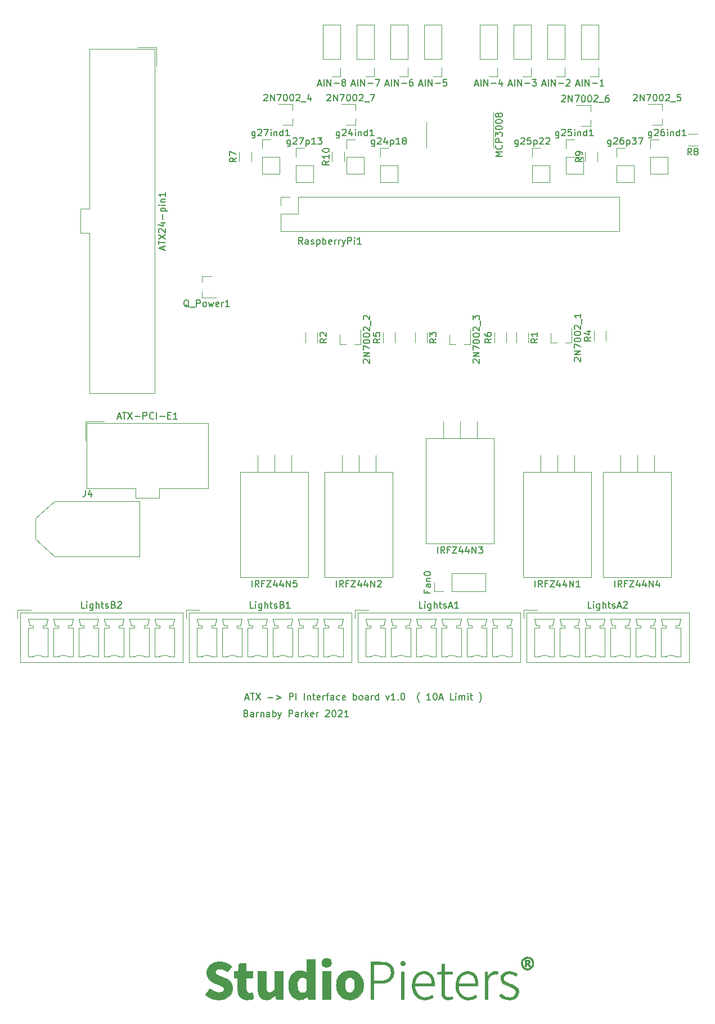
<source format=gbr>
G04 #@! TF.GenerationSoftware,KiCad,Pcbnew,5.1.8*
G04 #@! TF.CreationDate,2021-01-07T20:42:53+00:00*
G04 #@! TF.ProjectId,TheSun2,54686553-756e-4322-9e6b-696361645f70,1.0.8*
G04 #@! TF.SameCoordinates,Original*
G04 #@! TF.FileFunction,Legend,Top*
G04 #@! TF.FilePolarity,Positive*
%FSLAX46Y46*%
G04 Gerber Fmt 4.6, Leading zero omitted, Abs format (unit mm)*
G04 Created by KiCad (PCBNEW 5.1.8) date 2021-01-07 20:42:53*
%MOMM*%
%LPD*%
G01*
G04 APERTURE LIST*
%ADD10C,0.150000*%
%ADD11C,0.120000*%
%ADD12C,0.010000*%
G04 APERTURE END LIST*
D10*
X184270000Y-130738571D02*
X184412857Y-130786190D01*
X184460476Y-130833809D01*
X184508095Y-130929047D01*
X184508095Y-131071904D01*
X184460476Y-131167142D01*
X184412857Y-131214761D01*
X184317619Y-131262380D01*
X183936666Y-131262380D01*
X183936666Y-130262380D01*
X184270000Y-130262380D01*
X184365238Y-130310000D01*
X184412857Y-130357619D01*
X184460476Y-130452857D01*
X184460476Y-130548095D01*
X184412857Y-130643333D01*
X184365238Y-130690952D01*
X184270000Y-130738571D01*
X183936666Y-130738571D01*
X185365238Y-131262380D02*
X185365238Y-130738571D01*
X185317619Y-130643333D01*
X185222380Y-130595714D01*
X185031904Y-130595714D01*
X184936666Y-130643333D01*
X185365238Y-131214761D02*
X185270000Y-131262380D01*
X185031904Y-131262380D01*
X184936666Y-131214761D01*
X184889047Y-131119523D01*
X184889047Y-131024285D01*
X184936666Y-130929047D01*
X185031904Y-130881428D01*
X185270000Y-130881428D01*
X185365238Y-130833809D01*
X185841428Y-131262380D02*
X185841428Y-130595714D01*
X185841428Y-130786190D02*
X185889047Y-130690952D01*
X185936666Y-130643333D01*
X186031904Y-130595714D01*
X186127142Y-130595714D01*
X186460476Y-130595714D02*
X186460476Y-131262380D01*
X186460476Y-130690952D02*
X186508095Y-130643333D01*
X186603333Y-130595714D01*
X186746190Y-130595714D01*
X186841428Y-130643333D01*
X186889047Y-130738571D01*
X186889047Y-131262380D01*
X187793809Y-131262380D02*
X187793809Y-130738571D01*
X187746190Y-130643333D01*
X187650952Y-130595714D01*
X187460476Y-130595714D01*
X187365238Y-130643333D01*
X187793809Y-131214761D02*
X187698571Y-131262380D01*
X187460476Y-131262380D01*
X187365238Y-131214761D01*
X187317619Y-131119523D01*
X187317619Y-131024285D01*
X187365238Y-130929047D01*
X187460476Y-130881428D01*
X187698571Y-130881428D01*
X187793809Y-130833809D01*
X188270000Y-131262380D02*
X188270000Y-130262380D01*
X188270000Y-130643333D02*
X188365238Y-130595714D01*
X188555714Y-130595714D01*
X188650952Y-130643333D01*
X188698571Y-130690952D01*
X188746190Y-130786190D01*
X188746190Y-131071904D01*
X188698571Y-131167142D01*
X188650952Y-131214761D01*
X188555714Y-131262380D01*
X188365238Y-131262380D01*
X188270000Y-131214761D01*
X189079523Y-130595714D02*
X189317619Y-131262380D01*
X189555714Y-130595714D02*
X189317619Y-131262380D01*
X189222380Y-131500476D01*
X189174761Y-131548095D01*
X189079523Y-131595714D01*
X190698571Y-131262380D02*
X190698571Y-130262380D01*
X191079523Y-130262380D01*
X191174761Y-130310000D01*
X191222380Y-130357619D01*
X191270000Y-130452857D01*
X191270000Y-130595714D01*
X191222380Y-130690952D01*
X191174761Y-130738571D01*
X191079523Y-130786190D01*
X190698571Y-130786190D01*
X192127142Y-131262380D02*
X192127142Y-130738571D01*
X192079523Y-130643333D01*
X191984285Y-130595714D01*
X191793809Y-130595714D01*
X191698571Y-130643333D01*
X192127142Y-131214761D02*
X192031904Y-131262380D01*
X191793809Y-131262380D01*
X191698571Y-131214761D01*
X191650952Y-131119523D01*
X191650952Y-131024285D01*
X191698571Y-130929047D01*
X191793809Y-130881428D01*
X192031904Y-130881428D01*
X192127142Y-130833809D01*
X192603333Y-131262380D02*
X192603333Y-130595714D01*
X192603333Y-130786190D02*
X192650952Y-130690952D01*
X192698571Y-130643333D01*
X192793809Y-130595714D01*
X192889047Y-130595714D01*
X193222380Y-131262380D02*
X193222380Y-130262380D01*
X193317619Y-130881428D02*
X193603333Y-131262380D01*
X193603333Y-130595714D02*
X193222380Y-130976666D01*
X194412857Y-131214761D02*
X194317619Y-131262380D01*
X194127142Y-131262380D01*
X194031904Y-131214761D01*
X193984285Y-131119523D01*
X193984285Y-130738571D01*
X194031904Y-130643333D01*
X194127142Y-130595714D01*
X194317619Y-130595714D01*
X194412857Y-130643333D01*
X194460476Y-130738571D01*
X194460476Y-130833809D01*
X193984285Y-130929047D01*
X194889047Y-131262380D02*
X194889047Y-130595714D01*
X194889047Y-130786190D02*
X194936666Y-130690952D01*
X194984285Y-130643333D01*
X195079523Y-130595714D01*
X195174761Y-130595714D01*
X196222380Y-130357619D02*
X196270000Y-130310000D01*
X196365238Y-130262380D01*
X196603333Y-130262380D01*
X196698571Y-130310000D01*
X196746190Y-130357619D01*
X196793809Y-130452857D01*
X196793809Y-130548095D01*
X196746190Y-130690952D01*
X196174761Y-131262380D01*
X196793809Y-131262380D01*
X197412857Y-130262380D02*
X197508095Y-130262380D01*
X197603333Y-130310000D01*
X197650952Y-130357619D01*
X197698571Y-130452857D01*
X197746190Y-130643333D01*
X197746190Y-130881428D01*
X197698571Y-131071904D01*
X197650952Y-131167142D01*
X197603333Y-131214761D01*
X197508095Y-131262380D01*
X197412857Y-131262380D01*
X197317619Y-131214761D01*
X197270000Y-131167142D01*
X197222380Y-131071904D01*
X197174761Y-130881428D01*
X197174761Y-130643333D01*
X197222380Y-130452857D01*
X197270000Y-130357619D01*
X197317619Y-130310000D01*
X197412857Y-130262380D01*
X198127142Y-130357619D02*
X198174761Y-130310000D01*
X198270000Y-130262380D01*
X198508095Y-130262380D01*
X198603333Y-130310000D01*
X198650952Y-130357619D01*
X198698571Y-130452857D01*
X198698571Y-130548095D01*
X198650952Y-130690952D01*
X198079523Y-131262380D01*
X198698571Y-131262380D01*
X199650952Y-131262380D02*
X199079523Y-131262380D01*
X199365238Y-131262380D02*
X199365238Y-130262380D01*
X199270000Y-130405238D01*
X199174761Y-130500476D01*
X199079523Y-130548095D01*
X184168095Y-128436666D02*
X184644285Y-128436666D01*
X184072857Y-128722380D02*
X184406190Y-127722380D01*
X184739523Y-128722380D01*
X184930000Y-127722380D02*
X185501428Y-127722380D01*
X185215714Y-128722380D02*
X185215714Y-127722380D01*
X185739523Y-127722380D02*
X186406190Y-128722380D01*
X186406190Y-127722380D02*
X185739523Y-128722380D01*
X187549047Y-128341428D02*
X188310952Y-128341428D01*
X188787142Y-128055714D02*
X189549047Y-128341428D01*
X188787142Y-128627142D01*
X190787142Y-128722380D02*
X190787142Y-127722380D01*
X191168095Y-127722380D01*
X191263333Y-127770000D01*
X191310952Y-127817619D01*
X191358571Y-127912857D01*
X191358571Y-128055714D01*
X191310952Y-128150952D01*
X191263333Y-128198571D01*
X191168095Y-128246190D01*
X190787142Y-128246190D01*
X191787142Y-128722380D02*
X191787142Y-127722380D01*
X193025238Y-128722380D02*
X193025238Y-127722380D01*
X193501428Y-128055714D02*
X193501428Y-128722380D01*
X193501428Y-128150952D02*
X193549047Y-128103333D01*
X193644285Y-128055714D01*
X193787142Y-128055714D01*
X193882380Y-128103333D01*
X193930000Y-128198571D01*
X193930000Y-128722380D01*
X194263333Y-128055714D02*
X194644285Y-128055714D01*
X194406190Y-127722380D02*
X194406190Y-128579523D01*
X194453809Y-128674761D01*
X194549047Y-128722380D01*
X194644285Y-128722380D01*
X195358571Y-128674761D02*
X195263333Y-128722380D01*
X195072857Y-128722380D01*
X194977619Y-128674761D01*
X194930000Y-128579523D01*
X194930000Y-128198571D01*
X194977619Y-128103333D01*
X195072857Y-128055714D01*
X195263333Y-128055714D01*
X195358571Y-128103333D01*
X195406190Y-128198571D01*
X195406190Y-128293809D01*
X194930000Y-128389047D01*
X195834761Y-128722380D02*
X195834761Y-128055714D01*
X195834761Y-128246190D02*
X195882380Y-128150952D01*
X195930000Y-128103333D01*
X196025238Y-128055714D01*
X196120476Y-128055714D01*
X196310952Y-128055714D02*
X196691904Y-128055714D01*
X196453809Y-128722380D02*
X196453809Y-127865238D01*
X196501428Y-127770000D01*
X196596666Y-127722380D01*
X196691904Y-127722380D01*
X197453809Y-128722380D02*
X197453809Y-128198571D01*
X197406190Y-128103333D01*
X197310952Y-128055714D01*
X197120476Y-128055714D01*
X197025238Y-128103333D01*
X197453809Y-128674761D02*
X197358571Y-128722380D01*
X197120476Y-128722380D01*
X197025238Y-128674761D01*
X196977619Y-128579523D01*
X196977619Y-128484285D01*
X197025238Y-128389047D01*
X197120476Y-128341428D01*
X197358571Y-128341428D01*
X197453809Y-128293809D01*
X198358571Y-128674761D02*
X198263333Y-128722380D01*
X198072857Y-128722380D01*
X197977619Y-128674761D01*
X197930000Y-128627142D01*
X197882380Y-128531904D01*
X197882380Y-128246190D01*
X197930000Y-128150952D01*
X197977619Y-128103333D01*
X198072857Y-128055714D01*
X198263333Y-128055714D01*
X198358571Y-128103333D01*
X199168095Y-128674761D02*
X199072857Y-128722380D01*
X198882380Y-128722380D01*
X198787142Y-128674761D01*
X198739523Y-128579523D01*
X198739523Y-128198571D01*
X198787142Y-128103333D01*
X198882380Y-128055714D01*
X199072857Y-128055714D01*
X199168095Y-128103333D01*
X199215714Y-128198571D01*
X199215714Y-128293809D01*
X198739523Y-128389047D01*
X200406190Y-128722380D02*
X200406190Y-127722380D01*
X200406190Y-128103333D02*
X200501428Y-128055714D01*
X200691904Y-128055714D01*
X200787142Y-128103333D01*
X200834761Y-128150952D01*
X200882380Y-128246190D01*
X200882380Y-128531904D01*
X200834761Y-128627142D01*
X200787142Y-128674761D01*
X200691904Y-128722380D01*
X200501428Y-128722380D01*
X200406190Y-128674761D01*
X201453809Y-128722380D02*
X201358571Y-128674761D01*
X201310952Y-128627142D01*
X201263333Y-128531904D01*
X201263333Y-128246190D01*
X201310952Y-128150952D01*
X201358571Y-128103333D01*
X201453809Y-128055714D01*
X201596666Y-128055714D01*
X201691904Y-128103333D01*
X201739523Y-128150952D01*
X201787142Y-128246190D01*
X201787142Y-128531904D01*
X201739523Y-128627142D01*
X201691904Y-128674761D01*
X201596666Y-128722380D01*
X201453809Y-128722380D01*
X202644285Y-128722380D02*
X202644285Y-128198571D01*
X202596666Y-128103333D01*
X202501428Y-128055714D01*
X202310952Y-128055714D01*
X202215714Y-128103333D01*
X202644285Y-128674761D02*
X202549047Y-128722380D01*
X202310952Y-128722380D01*
X202215714Y-128674761D01*
X202168095Y-128579523D01*
X202168095Y-128484285D01*
X202215714Y-128389047D01*
X202310952Y-128341428D01*
X202549047Y-128341428D01*
X202644285Y-128293809D01*
X203120476Y-128722380D02*
X203120476Y-128055714D01*
X203120476Y-128246190D02*
X203168095Y-128150952D01*
X203215714Y-128103333D01*
X203310952Y-128055714D01*
X203406190Y-128055714D01*
X204168095Y-128722380D02*
X204168095Y-127722380D01*
X204168095Y-128674761D02*
X204072857Y-128722380D01*
X203882380Y-128722380D01*
X203787142Y-128674761D01*
X203739523Y-128627142D01*
X203691904Y-128531904D01*
X203691904Y-128246190D01*
X203739523Y-128150952D01*
X203787142Y-128103333D01*
X203882380Y-128055714D01*
X204072857Y-128055714D01*
X204168095Y-128103333D01*
X205310952Y-128055714D02*
X205549047Y-128722380D01*
X205787142Y-128055714D01*
X206691904Y-128722380D02*
X206120476Y-128722380D01*
X206406190Y-128722380D02*
X206406190Y-127722380D01*
X206310952Y-127865238D01*
X206215714Y-127960476D01*
X206120476Y-128008095D01*
X207120476Y-128627142D02*
X207168095Y-128674761D01*
X207120476Y-128722380D01*
X207072857Y-128674761D01*
X207120476Y-128627142D01*
X207120476Y-128722380D01*
X207787142Y-127722380D02*
X207882380Y-127722380D01*
X207977619Y-127770000D01*
X208025238Y-127817619D01*
X208072857Y-127912857D01*
X208120476Y-128103333D01*
X208120476Y-128341428D01*
X208072857Y-128531904D01*
X208025238Y-128627142D01*
X207977619Y-128674761D01*
X207882380Y-128722380D01*
X207787142Y-128722380D01*
X207691904Y-128674761D01*
X207644285Y-128627142D01*
X207596666Y-128531904D01*
X207549047Y-128341428D01*
X207549047Y-128103333D01*
X207596666Y-127912857D01*
X207644285Y-127817619D01*
X207691904Y-127770000D01*
X207787142Y-127722380D01*
X210358571Y-129103333D02*
X210310952Y-129055714D01*
X210215714Y-128912857D01*
X210168095Y-128817619D01*
X210120476Y-128674761D01*
X210072857Y-128436666D01*
X210072857Y-128246190D01*
X210120476Y-128008095D01*
X210168095Y-127865238D01*
X210215714Y-127770000D01*
X210310952Y-127627142D01*
X210358571Y-127579523D01*
X212025238Y-128722380D02*
X211453809Y-128722380D01*
X211739523Y-128722380D02*
X211739523Y-127722380D01*
X211644285Y-127865238D01*
X211549047Y-127960476D01*
X211453809Y-128008095D01*
X212644285Y-127722380D02*
X212739523Y-127722380D01*
X212834761Y-127770000D01*
X212882380Y-127817619D01*
X212929999Y-127912857D01*
X212977619Y-128103333D01*
X212977619Y-128341428D01*
X212929999Y-128531904D01*
X212882380Y-128627142D01*
X212834761Y-128674761D01*
X212739523Y-128722380D01*
X212644285Y-128722380D01*
X212549047Y-128674761D01*
X212501428Y-128627142D01*
X212453809Y-128531904D01*
X212406190Y-128341428D01*
X212406190Y-128103333D01*
X212453809Y-127912857D01*
X212501428Y-127817619D01*
X212549047Y-127770000D01*
X212644285Y-127722380D01*
X213358571Y-128436666D02*
X213834761Y-128436666D01*
X213263333Y-128722380D02*
X213596666Y-127722380D01*
X213929999Y-128722380D01*
X215501428Y-128722380D02*
X215025238Y-128722380D01*
X215025238Y-127722380D01*
X215834761Y-128722380D02*
X215834761Y-128055714D01*
X215834761Y-127722380D02*
X215787142Y-127770000D01*
X215834761Y-127817619D01*
X215882380Y-127770000D01*
X215834761Y-127722380D01*
X215834761Y-127817619D01*
X216310952Y-128722380D02*
X216310952Y-128055714D01*
X216310952Y-128150952D02*
X216358571Y-128103333D01*
X216453809Y-128055714D01*
X216596666Y-128055714D01*
X216691904Y-128103333D01*
X216739523Y-128198571D01*
X216739523Y-128722380D01*
X216739523Y-128198571D02*
X216787142Y-128103333D01*
X216882380Y-128055714D01*
X217025238Y-128055714D01*
X217120476Y-128103333D01*
X217168095Y-128198571D01*
X217168095Y-128722380D01*
X217644285Y-128722380D02*
X217644285Y-128055714D01*
X217644285Y-127722380D02*
X217596666Y-127770000D01*
X217644285Y-127817619D01*
X217691904Y-127770000D01*
X217644285Y-127722380D01*
X217644285Y-127817619D01*
X217977619Y-128055714D02*
X218358571Y-128055714D01*
X218120476Y-127722380D02*
X218120476Y-128579523D01*
X218168095Y-128674761D01*
X218263333Y-128722380D01*
X218358571Y-128722380D01*
X219358571Y-129103333D02*
X219406190Y-129055714D01*
X219501428Y-128912857D01*
X219549047Y-128817619D01*
X219596666Y-128674761D01*
X219644285Y-128436666D01*
X219644285Y-128246190D01*
X219596666Y-128008095D01*
X219549047Y-127865238D01*
X219501428Y-127770000D01*
X219406190Y-127627142D01*
X219358571Y-127579523D01*
D11*
X197210000Y-47717064D02*
X197210000Y-46262936D01*
X199030000Y-47717064D02*
X199030000Y-46262936D01*
X235310000Y-47717064D02*
X235310000Y-46262936D01*
X237130000Y-47717064D02*
X237130000Y-46262936D01*
X252187064Y-45360000D02*
X250732936Y-45360000D01*
X252187064Y-43540000D02*
X250732936Y-43540000D01*
X183240000Y-47717064D02*
X183240000Y-46262936D01*
X185060000Y-47717064D02*
X185060000Y-46262936D01*
X199330000Y-49590000D02*
X201990000Y-49590000D01*
X199330000Y-46990000D02*
X199330000Y-49590000D01*
X201990000Y-46990000D02*
X201990000Y-49590000D01*
X199330000Y-46990000D02*
X201990000Y-46990000D01*
X199330000Y-45720000D02*
X199330000Y-44390000D01*
X199330000Y-44390000D02*
X200660000Y-44390000D01*
X232350000Y-49590000D02*
X235010000Y-49590000D01*
X232350000Y-46990000D02*
X232350000Y-49590000D01*
X235010000Y-46990000D02*
X235010000Y-49590000D01*
X232350000Y-46990000D02*
X235010000Y-46990000D01*
X232350000Y-45720000D02*
X232350000Y-44390000D01*
X232350000Y-44390000D02*
X233680000Y-44390000D01*
X245050000Y-49590000D02*
X247710000Y-49590000D01*
X245050000Y-46990000D02*
X245050000Y-49590000D01*
X247710000Y-46990000D02*
X247710000Y-49590000D01*
X245050000Y-46990000D02*
X247710000Y-46990000D01*
X245050000Y-45720000D02*
X245050000Y-44390000D01*
X245050000Y-44390000D02*
X246380000Y-44390000D01*
X186630000Y-49590000D02*
X189290000Y-49590000D01*
X186630000Y-46990000D02*
X186630000Y-49590000D01*
X189290000Y-46990000D02*
X189290000Y-49590000D01*
X186630000Y-46990000D02*
X189290000Y-46990000D01*
X186630000Y-45720000D02*
X186630000Y-44390000D01*
X186630000Y-44390000D02*
X187960000Y-44390000D01*
X200760000Y-42220000D02*
X200760000Y-41290000D01*
X200760000Y-39060000D02*
X200760000Y-39990000D01*
X200760000Y-39060000D02*
X198600000Y-39060000D01*
X200760000Y-42220000D02*
X199300000Y-42220000D01*
X236100000Y-42360000D02*
X236100000Y-41430000D01*
X236100000Y-39200000D02*
X236100000Y-40130000D01*
X236100000Y-39200000D02*
X233940000Y-39200000D01*
X236100000Y-42360000D02*
X234640000Y-42360000D01*
X246890000Y-42220000D02*
X246890000Y-41290000D01*
X246890000Y-39060000D02*
X246890000Y-39990000D01*
X246890000Y-39060000D02*
X244730000Y-39060000D01*
X246890000Y-42220000D02*
X245430000Y-42220000D01*
X191260000Y-42220000D02*
X191260000Y-41290000D01*
X191260000Y-39060000D02*
X191260000Y-39990000D01*
X191260000Y-39060000D02*
X189100000Y-39060000D01*
X191260000Y-42220000D02*
X189800000Y-42220000D01*
X168250000Y-98850000D02*
X155400000Y-98850000D01*
X152550000Y-101400000D02*
X152550000Y-104550000D01*
X155400000Y-107150000D02*
X168250000Y-107150000D01*
X168250000Y-107150000D02*
X168250000Y-98850000D01*
X155400000Y-98850000D02*
X152550000Y-101400000D01*
X152550000Y-104550000D02*
X155400000Y-107150000D01*
X170780000Y-30510000D02*
X167930000Y-30510000D01*
X170780000Y-33360000D02*
X170780000Y-30510000D01*
X159320000Y-58470000D02*
X159320000Y-56660000D01*
X160720000Y-58470000D02*
X159320000Y-58470000D01*
X160720000Y-82570000D02*
X160720000Y-58470000D01*
X170540000Y-82570000D02*
X160720000Y-82570000D01*
X170540000Y-56660000D02*
X170540000Y-82570000D01*
X159320000Y-54850000D02*
X159320000Y-56660000D01*
X160720000Y-54850000D02*
X159320000Y-54850000D01*
X160720000Y-30750000D02*
X160720000Y-54850000D01*
X170540000Y-30750000D02*
X160720000Y-30750000D01*
X170540000Y-56660000D02*
X170540000Y-30750000D01*
X198350000Y-75214000D02*
X198350000Y-73754000D01*
X201510000Y-75214000D02*
X201510000Y-73054000D01*
X201510000Y-75214000D02*
X200580000Y-75214000D01*
X198350000Y-75214000D02*
X199280000Y-75214000D01*
X193178000Y-73472936D02*
X193178000Y-74927064D01*
X194998000Y-73472936D02*
X194998000Y-74927064D01*
X206682000Y-74927064D02*
X206682000Y-73472936D01*
X204862000Y-74927064D02*
X204862000Y-73472936D01*
X169400000Y-87080000D02*
X160290000Y-87080000D01*
X160290000Y-87080000D02*
X160290000Y-96900000D01*
X160290000Y-96900000D02*
X167590000Y-96900000D01*
X167590000Y-96900000D02*
X167590000Y-98300000D01*
X167590000Y-98300000D02*
X169400000Y-98300000D01*
X169400000Y-87080000D02*
X178510000Y-87080000D01*
X178510000Y-87080000D02*
X178510000Y-96900000D01*
X178510000Y-96900000D02*
X171210000Y-96900000D01*
X171210000Y-96900000D02*
X171210000Y-98300000D01*
X171210000Y-98300000D02*
X169400000Y-98300000D01*
X162900000Y-86840000D02*
X160050000Y-86840000D01*
X160050000Y-86840000D02*
X160050000Y-89690000D01*
X221500000Y-43720000D02*
X221500000Y-40270000D01*
X221500000Y-43720000D02*
X221500000Y-45670000D01*
X211380000Y-43720000D02*
X211380000Y-41770000D01*
X211380000Y-43720000D02*
X211380000Y-45670000D01*
X223446000Y-74927064D02*
X223446000Y-73472936D01*
X221626000Y-74927064D02*
X221626000Y-73472936D01*
X238432000Y-74673064D02*
X238432000Y-73218936D01*
X236612000Y-74673064D02*
X236612000Y-73218936D01*
X209688000Y-73472936D02*
X209688000Y-74927064D01*
X211508000Y-73472936D02*
X211508000Y-74927064D01*
X224928000Y-73472936D02*
X224928000Y-74927064D01*
X226748000Y-73472936D02*
X226748000Y-74927064D01*
X177580000Y-65000000D02*
X179040000Y-65000000D01*
X177580000Y-68160000D02*
X179740000Y-68160000D01*
X177580000Y-68160000D02*
X177580000Y-67230000D01*
X177580000Y-65000000D02*
X177580000Y-65930000D01*
X149840000Y-115170000D02*
X151840000Y-115170000D01*
X149840000Y-116420000D02*
X149840000Y-115170000D01*
X173490000Y-122170000D02*
X172740000Y-122170000D01*
X173490000Y-117870000D02*
X173490000Y-122170000D01*
X172740000Y-117870000D02*
X173490000Y-117870000D01*
X172740000Y-117520000D02*
X172740000Y-117870000D01*
X173240000Y-117520000D02*
X172740000Y-117520000D01*
X173490000Y-116520000D02*
X173240000Y-117520000D01*
X170490000Y-116520000D02*
X173490000Y-116520000D01*
X170740000Y-117520000D02*
X170490000Y-116520000D01*
X171240000Y-117520000D02*
X170740000Y-117520000D01*
X171240000Y-117870000D02*
X171240000Y-117520000D01*
X170490000Y-117870000D02*
X171240000Y-117870000D01*
X170490000Y-122170000D02*
X170490000Y-117870000D01*
X171240000Y-122170000D02*
X170490000Y-122170000D01*
X169680000Y-122170000D02*
X168930000Y-122170000D01*
X169680000Y-117870000D02*
X169680000Y-122170000D01*
X168930000Y-117870000D02*
X169680000Y-117870000D01*
X168930000Y-117520000D02*
X168930000Y-117870000D01*
X169430000Y-117520000D02*
X168930000Y-117520000D01*
X169680000Y-116520000D02*
X169430000Y-117520000D01*
X166680000Y-116520000D02*
X169680000Y-116520000D01*
X166930000Y-117520000D02*
X166680000Y-116520000D01*
X167430000Y-117520000D02*
X166930000Y-117520000D01*
X167430000Y-117870000D02*
X167430000Y-117520000D01*
X166680000Y-117870000D02*
X167430000Y-117870000D01*
X166680000Y-122170000D02*
X166680000Y-117870000D01*
X167430000Y-122170000D02*
X166680000Y-122170000D01*
X165870000Y-122170000D02*
X165120000Y-122170000D01*
X165870000Y-117870000D02*
X165870000Y-122170000D01*
X165120000Y-117870000D02*
X165870000Y-117870000D01*
X165120000Y-117520000D02*
X165120000Y-117870000D01*
X165620000Y-117520000D02*
X165120000Y-117520000D01*
X165870000Y-116520000D02*
X165620000Y-117520000D01*
X162870000Y-116520000D02*
X165870000Y-116520000D01*
X163120000Y-117520000D02*
X162870000Y-116520000D01*
X163620000Y-117520000D02*
X163120000Y-117520000D01*
X163620000Y-117870000D02*
X163620000Y-117520000D01*
X162870000Y-117870000D02*
X163620000Y-117870000D01*
X162870000Y-122170000D02*
X162870000Y-117870000D01*
X163620000Y-122170000D02*
X162870000Y-122170000D01*
X162060000Y-122170000D02*
X161310000Y-122170000D01*
X162060000Y-117870000D02*
X162060000Y-122170000D01*
X161310000Y-117870000D02*
X162060000Y-117870000D01*
X161310000Y-117520000D02*
X161310000Y-117870000D01*
X161810000Y-117520000D02*
X161310000Y-117520000D01*
X162060000Y-116520000D02*
X161810000Y-117520000D01*
X159060000Y-116520000D02*
X162060000Y-116520000D01*
X159310000Y-117520000D02*
X159060000Y-116520000D01*
X159810000Y-117520000D02*
X159310000Y-117520000D01*
X159810000Y-117870000D02*
X159810000Y-117520000D01*
X159060000Y-117870000D02*
X159810000Y-117870000D01*
X159060000Y-122170000D02*
X159060000Y-117870000D01*
X159810000Y-122170000D02*
X159060000Y-122170000D01*
X158250000Y-122170000D02*
X157500000Y-122170000D01*
X158250000Y-117870000D02*
X158250000Y-122170000D01*
X157500000Y-117870000D02*
X158250000Y-117870000D01*
X157500000Y-117520000D02*
X157500000Y-117870000D01*
X158000000Y-117520000D02*
X157500000Y-117520000D01*
X158250000Y-116520000D02*
X158000000Y-117520000D01*
X155250000Y-116520000D02*
X158250000Y-116520000D01*
X155500000Y-117520000D02*
X155250000Y-116520000D01*
X156000000Y-117520000D02*
X155500000Y-117520000D01*
X156000000Y-117870000D02*
X156000000Y-117520000D01*
X155250000Y-117870000D02*
X156000000Y-117870000D01*
X155250000Y-122170000D02*
X155250000Y-117870000D01*
X156000000Y-122170000D02*
X155250000Y-122170000D01*
X154440000Y-122170000D02*
X153690000Y-122170000D01*
X154440000Y-117870000D02*
X154440000Y-122170000D01*
X153690000Y-117870000D02*
X154440000Y-117870000D01*
X153690000Y-117520000D02*
X153690000Y-117870000D01*
X154190000Y-117520000D02*
X153690000Y-117520000D01*
X154440000Y-116520000D02*
X154190000Y-117520000D01*
X151440000Y-116520000D02*
X154440000Y-116520000D01*
X151690000Y-117520000D02*
X151440000Y-116520000D01*
X152190000Y-117520000D02*
X151690000Y-117520000D01*
X152190000Y-117870000D02*
X152190000Y-117520000D01*
X151440000Y-117870000D02*
X152190000Y-117870000D01*
X151440000Y-122170000D02*
X151440000Y-117870000D01*
X152190000Y-122170000D02*
X151440000Y-122170000D01*
X174700000Y-115560000D02*
X150230000Y-115560000D01*
X174700000Y-123030000D02*
X174700000Y-115560000D01*
X150230000Y-123030000D02*
X174700000Y-123030000D01*
X150230000Y-115560000D02*
X150230000Y-123030000D01*
X172739647Y-122169845D02*
G75*
G03*
X171240000Y-122170000I-749647J-1700155D01*
G01*
X168929647Y-122169845D02*
G75*
G03*
X167430000Y-122170000I-749647J-1700155D01*
G01*
X165119647Y-122169845D02*
G75*
G03*
X163620000Y-122170000I-749647J-1700155D01*
G01*
X161309647Y-122169845D02*
G75*
G03*
X159810000Y-122170000I-749647J-1700155D01*
G01*
X157499647Y-122169845D02*
G75*
G03*
X156000000Y-122170000I-749647J-1700155D01*
G01*
X153689647Y-122169845D02*
G75*
G03*
X152190000Y-122170000I-749647J-1700155D01*
G01*
X175240000Y-115170000D02*
X177240000Y-115170000D01*
X175240000Y-116420000D02*
X175240000Y-115170000D01*
X198890000Y-122170000D02*
X198140000Y-122170000D01*
X198890000Y-117870000D02*
X198890000Y-122170000D01*
X198140000Y-117870000D02*
X198890000Y-117870000D01*
X198140000Y-117520000D02*
X198140000Y-117870000D01*
X198640000Y-117520000D02*
X198140000Y-117520000D01*
X198890000Y-116520000D02*
X198640000Y-117520000D01*
X195890000Y-116520000D02*
X198890000Y-116520000D01*
X196140000Y-117520000D02*
X195890000Y-116520000D01*
X196640000Y-117520000D02*
X196140000Y-117520000D01*
X196640000Y-117870000D02*
X196640000Y-117520000D01*
X195890000Y-117870000D02*
X196640000Y-117870000D01*
X195890000Y-122170000D02*
X195890000Y-117870000D01*
X196640000Y-122170000D02*
X195890000Y-122170000D01*
X195080000Y-122170000D02*
X194330000Y-122170000D01*
X195080000Y-117870000D02*
X195080000Y-122170000D01*
X194330000Y-117870000D02*
X195080000Y-117870000D01*
X194330000Y-117520000D02*
X194330000Y-117870000D01*
X194830000Y-117520000D02*
X194330000Y-117520000D01*
X195080000Y-116520000D02*
X194830000Y-117520000D01*
X192080000Y-116520000D02*
X195080000Y-116520000D01*
X192330000Y-117520000D02*
X192080000Y-116520000D01*
X192830000Y-117520000D02*
X192330000Y-117520000D01*
X192830000Y-117870000D02*
X192830000Y-117520000D01*
X192080000Y-117870000D02*
X192830000Y-117870000D01*
X192080000Y-122170000D02*
X192080000Y-117870000D01*
X192830000Y-122170000D02*
X192080000Y-122170000D01*
X191270000Y-122170000D02*
X190520000Y-122170000D01*
X191270000Y-117870000D02*
X191270000Y-122170000D01*
X190520000Y-117870000D02*
X191270000Y-117870000D01*
X190520000Y-117520000D02*
X190520000Y-117870000D01*
X191020000Y-117520000D02*
X190520000Y-117520000D01*
X191270000Y-116520000D02*
X191020000Y-117520000D01*
X188270000Y-116520000D02*
X191270000Y-116520000D01*
X188520000Y-117520000D02*
X188270000Y-116520000D01*
X189020000Y-117520000D02*
X188520000Y-117520000D01*
X189020000Y-117870000D02*
X189020000Y-117520000D01*
X188270000Y-117870000D02*
X189020000Y-117870000D01*
X188270000Y-122170000D02*
X188270000Y-117870000D01*
X189020000Y-122170000D02*
X188270000Y-122170000D01*
X187460000Y-122170000D02*
X186710000Y-122170000D01*
X187460000Y-117870000D02*
X187460000Y-122170000D01*
X186710000Y-117870000D02*
X187460000Y-117870000D01*
X186710000Y-117520000D02*
X186710000Y-117870000D01*
X187210000Y-117520000D02*
X186710000Y-117520000D01*
X187460000Y-116520000D02*
X187210000Y-117520000D01*
X184460000Y-116520000D02*
X187460000Y-116520000D01*
X184710000Y-117520000D02*
X184460000Y-116520000D01*
X185210000Y-117520000D02*
X184710000Y-117520000D01*
X185210000Y-117870000D02*
X185210000Y-117520000D01*
X184460000Y-117870000D02*
X185210000Y-117870000D01*
X184460000Y-122170000D02*
X184460000Y-117870000D01*
X185210000Y-122170000D02*
X184460000Y-122170000D01*
X183650000Y-122170000D02*
X182900000Y-122170000D01*
X183650000Y-117870000D02*
X183650000Y-122170000D01*
X182900000Y-117870000D02*
X183650000Y-117870000D01*
X182900000Y-117520000D02*
X182900000Y-117870000D01*
X183400000Y-117520000D02*
X182900000Y-117520000D01*
X183650000Y-116520000D02*
X183400000Y-117520000D01*
X180650000Y-116520000D02*
X183650000Y-116520000D01*
X180900000Y-117520000D02*
X180650000Y-116520000D01*
X181400000Y-117520000D02*
X180900000Y-117520000D01*
X181400000Y-117870000D02*
X181400000Y-117520000D01*
X180650000Y-117870000D02*
X181400000Y-117870000D01*
X180650000Y-122170000D02*
X180650000Y-117870000D01*
X181400000Y-122170000D02*
X180650000Y-122170000D01*
X179840000Y-122170000D02*
X179090000Y-122170000D01*
X179840000Y-117870000D02*
X179840000Y-122170000D01*
X179090000Y-117870000D02*
X179840000Y-117870000D01*
X179090000Y-117520000D02*
X179090000Y-117870000D01*
X179590000Y-117520000D02*
X179090000Y-117520000D01*
X179840000Y-116520000D02*
X179590000Y-117520000D01*
X176840000Y-116520000D02*
X179840000Y-116520000D01*
X177090000Y-117520000D02*
X176840000Y-116520000D01*
X177590000Y-117520000D02*
X177090000Y-117520000D01*
X177590000Y-117870000D02*
X177590000Y-117520000D01*
X176840000Y-117870000D02*
X177590000Y-117870000D01*
X176840000Y-122170000D02*
X176840000Y-117870000D01*
X177590000Y-122170000D02*
X176840000Y-122170000D01*
X200100000Y-115560000D02*
X175630000Y-115560000D01*
X200100000Y-123030000D02*
X200100000Y-115560000D01*
X175630000Y-123030000D02*
X200100000Y-123030000D01*
X175630000Y-115560000D02*
X175630000Y-123030000D01*
X198139647Y-122169845D02*
G75*
G03*
X196640000Y-122170000I-749647J-1700155D01*
G01*
X194329647Y-122169845D02*
G75*
G03*
X192830000Y-122170000I-749647J-1700155D01*
G01*
X190519647Y-122169845D02*
G75*
G03*
X189020000Y-122170000I-749647J-1700155D01*
G01*
X186709647Y-122169845D02*
G75*
G03*
X185210000Y-122170000I-749647J-1700155D01*
G01*
X182899647Y-122169845D02*
G75*
G03*
X181400000Y-122170000I-749647J-1700155D01*
G01*
X179089647Y-122169845D02*
G75*
G03*
X177590000Y-122170000I-749647J-1700155D01*
G01*
X226040000Y-115170000D02*
X228040000Y-115170000D01*
X226040000Y-116420000D02*
X226040000Y-115170000D01*
X249690000Y-122170000D02*
X248940000Y-122170000D01*
X249690000Y-117870000D02*
X249690000Y-122170000D01*
X248940000Y-117870000D02*
X249690000Y-117870000D01*
X248940000Y-117520000D02*
X248940000Y-117870000D01*
X249440000Y-117520000D02*
X248940000Y-117520000D01*
X249690000Y-116520000D02*
X249440000Y-117520000D01*
X246690000Y-116520000D02*
X249690000Y-116520000D01*
X246940000Y-117520000D02*
X246690000Y-116520000D01*
X247440000Y-117520000D02*
X246940000Y-117520000D01*
X247440000Y-117870000D02*
X247440000Y-117520000D01*
X246690000Y-117870000D02*
X247440000Y-117870000D01*
X246690000Y-122170000D02*
X246690000Y-117870000D01*
X247440000Y-122170000D02*
X246690000Y-122170000D01*
X245880000Y-122170000D02*
X245130000Y-122170000D01*
X245880000Y-117870000D02*
X245880000Y-122170000D01*
X245130000Y-117870000D02*
X245880000Y-117870000D01*
X245130000Y-117520000D02*
X245130000Y-117870000D01*
X245630000Y-117520000D02*
X245130000Y-117520000D01*
X245880000Y-116520000D02*
X245630000Y-117520000D01*
X242880000Y-116520000D02*
X245880000Y-116520000D01*
X243130000Y-117520000D02*
X242880000Y-116520000D01*
X243630000Y-117520000D02*
X243130000Y-117520000D01*
X243630000Y-117870000D02*
X243630000Y-117520000D01*
X242880000Y-117870000D02*
X243630000Y-117870000D01*
X242880000Y-122170000D02*
X242880000Y-117870000D01*
X243630000Y-122170000D02*
X242880000Y-122170000D01*
X242070000Y-122170000D02*
X241320000Y-122170000D01*
X242070000Y-117870000D02*
X242070000Y-122170000D01*
X241320000Y-117870000D02*
X242070000Y-117870000D01*
X241320000Y-117520000D02*
X241320000Y-117870000D01*
X241820000Y-117520000D02*
X241320000Y-117520000D01*
X242070000Y-116520000D02*
X241820000Y-117520000D01*
X239070000Y-116520000D02*
X242070000Y-116520000D01*
X239320000Y-117520000D02*
X239070000Y-116520000D01*
X239820000Y-117520000D02*
X239320000Y-117520000D01*
X239820000Y-117870000D02*
X239820000Y-117520000D01*
X239070000Y-117870000D02*
X239820000Y-117870000D01*
X239070000Y-122170000D02*
X239070000Y-117870000D01*
X239820000Y-122170000D02*
X239070000Y-122170000D01*
X238260000Y-122170000D02*
X237510000Y-122170000D01*
X238260000Y-117870000D02*
X238260000Y-122170000D01*
X237510000Y-117870000D02*
X238260000Y-117870000D01*
X237510000Y-117520000D02*
X237510000Y-117870000D01*
X238010000Y-117520000D02*
X237510000Y-117520000D01*
X238260000Y-116520000D02*
X238010000Y-117520000D01*
X235260000Y-116520000D02*
X238260000Y-116520000D01*
X235510000Y-117520000D02*
X235260000Y-116520000D01*
X236010000Y-117520000D02*
X235510000Y-117520000D01*
X236010000Y-117870000D02*
X236010000Y-117520000D01*
X235260000Y-117870000D02*
X236010000Y-117870000D01*
X235260000Y-122170000D02*
X235260000Y-117870000D01*
X236010000Y-122170000D02*
X235260000Y-122170000D01*
X234450000Y-122170000D02*
X233700000Y-122170000D01*
X234450000Y-117870000D02*
X234450000Y-122170000D01*
X233700000Y-117870000D02*
X234450000Y-117870000D01*
X233700000Y-117520000D02*
X233700000Y-117870000D01*
X234200000Y-117520000D02*
X233700000Y-117520000D01*
X234450000Y-116520000D02*
X234200000Y-117520000D01*
X231450000Y-116520000D02*
X234450000Y-116520000D01*
X231700000Y-117520000D02*
X231450000Y-116520000D01*
X232200000Y-117520000D02*
X231700000Y-117520000D01*
X232200000Y-117870000D02*
X232200000Y-117520000D01*
X231450000Y-117870000D02*
X232200000Y-117870000D01*
X231450000Y-122170000D02*
X231450000Y-117870000D01*
X232200000Y-122170000D02*
X231450000Y-122170000D01*
X230640000Y-122170000D02*
X229890000Y-122170000D01*
X230640000Y-117870000D02*
X230640000Y-122170000D01*
X229890000Y-117870000D02*
X230640000Y-117870000D01*
X229890000Y-117520000D02*
X229890000Y-117870000D01*
X230390000Y-117520000D02*
X229890000Y-117520000D01*
X230640000Y-116520000D02*
X230390000Y-117520000D01*
X227640000Y-116520000D02*
X230640000Y-116520000D01*
X227890000Y-117520000D02*
X227640000Y-116520000D01*
X228390000Y-117520000D02*
X227890000Y-117520000D01*
X228390000Y-117870000D02*
X228390000Y-117520000D01*
X227640000Y-117870000D02*
X228390000Y-117870000D01*
X227640000Y-122170000D02*
X227640000Y-117870000D01*
X228390000Y-122170000D02*
X227640000Y-122170000D01*
X250900000Y-115560000D02*
X226430000Y-115560000D01*
X250900000Y-123030000D02*
X250900000Y-115560000D01*
X226430000Y-123030000D02*
X250900000Y-123030000D01*
X226430000Y-115560000D02*
X226430000Y-123030000D01*
X248939647Y-122169845D02*
G75*
G03*
X247440000Y-122170000I-749647J-1700155D01*
G01*
X245129647Y-122169845D02*
G75*
G03*
X243630000Y-122170000I-749647J-1700155D01*
G01*
X241319647Y-122169845D02*
G75*
G03*
X239820000Y-122170000I-749647J-1700155D01*
G01*
X237509647Y-122169845D02*
G75*
G03*
X236010000Y-122170000I-749647J-1700155D01*
G01*
X233699647Y-122169845D02*
G75*
G03*
X232200000Y-122170000I-749647J-1700155D01*
G01*
X229889647Y-122169845D02*
G75*
G03*
X228390000Y-122170000I-749647J-1700155D01*
G01*
X200640000Y-115170000D02*
X202640000Y-115170000D01*
X200640000Y-116420000D02*
X200640000Y-115170000D01*
X224290000Y-122170000D02*
X223540000Y-122170000D01*
X224290000Y-117870000D02*
X224290000Y-122170000D01*
X223540000Y-117870000D02*
X224290000Y-117870000D01*
X223540000Y-117520000D02*
X223540000Y-117870000D01*
X224040000Y-117520000D02*
X223540000Y-117520000D01*
X224290000Y-116520000D02*
X224040000Y-117520000D01*
X221290000Y-116520000D02*
X224290000Y-116520000D01*
X221540000Y-117520000D02*
X221290000Y-116520000D01*
X222040000Y-117520000D02*
X221540000Y-117520000D01*
X222040000Y-117870000D02*
X222040000Y-117520000D01*
X221290000Y-117870000D02*
X222040000Y-117870000D01*
X221290000Y-122170000D02*
X221290000Y-117870000D01*
X222040000Y-122170000D02*
X221290000Y-122170000D01*
X220480000Y-122170000D02*
X219730000Y-122170000D01*
X220480000Y-117870000D02*
X220480000Y-122170000D01*
X219730000Y-117870000D02*
X220480000Y-117870000D01*
X219730000Y-117520000D02*
X219730000Y-117870000D01*
X220230000Y-117520000D02*
X219730000Y-117520000D01*
X220480000Y-116520000D02*
X220230000Y-117520000D01*
X217480000Y-116520000D02*
X220480000Y-116520000D01*
X217730000Y-117520000D02*
X217480000Y-116520000D01*
X218230000Y-117520000D02*
X217730000Y-117520000D01*
X218230000Y-117870000D02*
X218230000Y-117520000D01*
X217480000Y-117870000D02*
X218230000Y-117870000D01*
X217480000Y-122170000D02*
X217480000Y-117870000D01*
X218230000Y-122170000D02*
X217480000Y-122170000D01*
X216670000Y-122170000D02*
X215920000Y-122170000D01*
X216670000Y-117870000D02*
X216670000Y-122170000D01*
X215920000Y-117870000D02*
X216670000Y-117870000D01*
X215920000Y-117520000D02*
X215920000Y-117870000D01*
X216420000Y-117520000D02*
X215920000Y-117520000D01*
X216670000Y-116520000D02*
X216420000Y-117520000D01*
X213670000Y-116520000D02*
X216670000Y-116520000D01*
X213920000Y-117520000D02*
X213670000Y-116520000D01*
X214420000Y-117520000D02*
X213920000Y-117520000D01*
X214420000Y-117870000D02*
X214420000Y-117520000D01*
X213670000Y-117870000D02*
X214420000Y-117870000D01*
X213670000Y-122170000D02*
X213670000Y-117870000D01*
X214420000Y-122170000D02*
X213670000Y-122170000D01*
X212860000Y-122170000D02*
X212110000Y-122170000D01*
X212860000Y-117870000D02*
X212860000Y-122170000D01*
X212110000Y-117870000D02*
X212860000Y-117870000D01*
X212110000Y-117520000D02*
X212110000Y-117870000D01*
X212610000Y-117520000D02*
X212110000Y-117520000D01*
X212860000Y-116520000D02*
X212610000Y-117520000D01*
X209860000Y-116520000D02*
X212860000Y-116520000D01*
X210110000Y-117520000D02*
X209860000Y-116520000D01*
X210610000Y-117520000D02*
X210110000Y-117520000D01*
X210610000Y-117870000D02*
X210610000Y-117520000D01*
X209860000Y-117870000D02*
X210610000Y-117870000D01*
X209860000Y-122170000D02*
X209860000Y-117870000D01*
X210610000Y-122170000D02*
X209860000Y-122170000D01*
X209050000Y-122170000D02*
X208300000Y-122170000D01*
X209050000Y-117870000D02*
X209050000Y-122170000D01*
X208300000Y-117870000D02*
X209050000Y-117870000D01*
X208300000Y-117520000D02*
X208300000Y-117870000D01*
X208800000Y-117520000D02*
X208300000Y-117520000D01*
X209050000Y-116520000D02*
X208800000Y-117520000D01*
X206050000Y-116520000D02*
X209050000Y-116520000D01*
X206300000Y-117520000D02*
X206050000Y-116520000D01*
X206800000Y-117520000D02*
X206300000Y-117520000D01*
X206800000Y-117870000D02*
X206800000Y-117520000D01*
X206050000Y-117870000D02*
X206800000Y-117870000D01*
X206050000Y-122170000D02*
X206050000Y-117870000D01*
X206800000Y-122170000D02*
X206050000Y-122170000D01*
X205240000Y-122170000D02*
X204490000Y-122170000D01*
X205240000Y-117870000D02*
X205240000Y-122170000D01*
X204490000Y-117870000D02*
X205240000Y-117870000D01*
X204490000Y-117520000D02*
X204490000Y-117870000D01*
X204990000Y-117520000D02*
X204490000Y-117520000D01*
X205240000Y-116520000D02*
X204990000Y-117520000D01*
X202240000Y-116520000D02*
X205240000Y-116520000D01*
X202490000Y-117520000D02*
X202240000Y-116520000D01*
X202990000Y-117520000D02*
X202490000Y-117520000D01*
X202990000Y-117870000D02*
X202990000Y-117520000D01*
X202240000Y-117870000D02*
X202990000Y-117870000D01*
X202240000Y-122170000D02*
X202240000Y-117870000D01*
X202990000Y-122170000D02*
X202240000Y-122170000D01*
X225500000Y-115560000D02*
X201030000Y-115560000D01*
X225500000Y-123030000D02*
X225500000Y-115560000D01*
X201030000Y-123030000D02*
X225500000Y-123030000D01*
X201030000Y-115560000D02*
X201030000Y-123030000D01*
X223539647Y-122169845D02*
G75*
G03*
X222040000Y-122170000I-749647J-1700155D01*
G01*
X219729647Y-122169845D02*
G75*
G03*
X218230000Y-122170000I-749647J-1700155D01*
G01*
X215919647Y-122169845D02*
G75*
G03*
X214420000Y-122170000I-749647J-1700155D01*
G01*
X212109647Y-122169845D02*
G75*
G03*
X210610000Y-122170000I-749647J-1700155D01*
G01*
X208299647Y-122169845D02*
G75*
G03*
X206800000Y-122170000I-749647J-1700155D01*
G01*
X204489647Y-122169845D02*
G75*
G03*
X202990000Y-122170000I-749647J-1700155D01*
G01*
X189481400Y-58194500D02*
X189481400Y-55594500D01*
X189481400Y-58194500D02*
X240401400Y-58194500D01*
X240401400Y-58194500D02*
X240401400Y-52994500D01*
X192081400Y-52994500D02*
X240401400Y-52994500D01*
X192081400Y-55594500D02*
X192081400Y-52994500D01*
X189481400Y-55594500D02*
X192081400Y-55594500D01*
X189481400Y-52994500D02*
X190811400Y-52994500D01*
X189481400Y-54324500D02*
X189481400Y-52994500D01*
X185960000Y-94400000D02*
X185960000Y-91860000D01*
X188500000Y-94400000D02*
X188500000Y-91860000D01*
X191040000Y-94400000D02*
X191040000Y-91860000D01*
X183380000Y-110290000D02*
X183380000Y-94400000D01*
X193620000Y-110290000D02*
X193620000Y-94400000D01*
X193620000Y-110290000D02*
X183380000Y-110290000D01*
X193620000Y-94400000D02*
X183380000Y-94400000D01*
X240570000Y-94400000D02*
X240570000Y-91860000D01*
X243110000Y-94400000D02*
X243110000Y-91860000D01*
X245650000Y-94400000D02*
X245650000Y-91860000D01*
X237990000Y-110290000D02*
X237990000Y-94400000D01*
X248230000Y-110290000D02*
X248230000Y-94400000D01*
X248230000Y-110290000D02*
X237990000Y-110290000D01*
X248230000Y-94400000D02*
X237990000Y-94400000D01*
X213900000Y-89320000D02*
X213900000Y-86780000D01*
X216440000Y-89320000D02*
X216440000Y-86780000D01*
X218980000Y-89320000D02*
X218980000Y-86780000D01*
X211320000Y-105210000D02*
X211320000Y-89320000D01*
X221560000Y-105210000D02*
X221560000Y-89320000D01*
X221560000Y-105210000D02*
X211320000Y-105210000D01*
X221560000Y-89320000D02*
X211320000Y-89320000D01*
X198660000Y-94400000D02*
X198660000Y-91860000D01*
X201200000Y-94400000D02*
X201200000Y-91860000D01*
X203740000Y-94400000D02*
X203740000Y-91860000D01*
X196080000Y-110290000D02*
X196080000Y-94400000D01*
X206320000Y-110290000D02*
X206320000Y-94400000D01*
X206320000Y-110290000D02*
X196080000Y-110290000D01*
X206320000Y-94400000D02*
X196080000Y-94400000D01*
X228570000Y-94400000D02*
X228570000Y-91860000D01*
X231110000Y-94400000D02*
X231110000Y-91860000D01*
X233650000Y-94400000D02*
X233650000Y-91860000D01*
X225990000Y-110290000D02*
X225990000Y-94400000D01*
X236230000Y-110290000D02*
X236230000Y-94400000D01*
X236230000Y-110290000D02*
X225990000Y-110290000D01*
X236230000Y-94400000D02*
X225990000Y-94400000D01*
X204410000Y-45660000D02*
X205740000Y-45660000D01*
X204410000Y-46990000D02*
X204410000Y-45660000D01*
X204410000Y-48260000D02*
X207070000Y-48260000D01*
X207070000Y-48260000D02*
X207070000Y-50860000D01*
X204410000Y-48260000D02*
X204410000Y-50860000D01*
X204410000Y-50860000D02*
X207070000Y-50860000D01*
X227270000Y-45660000D02*
X228600000Y-45660000D01*
X227270000Y-46990000D02*
X227270000Y-45660000D01*
X227270000Y-48260000D02*
X229930000Y-48260000D01*
X229930000Y-48260000D02*
X229930000Y-50860000D01*
X227270000Y-48260000D02*
X227270000Y-50860000D01*
X227270000Y-50860000D02*
X229930000Y-50860000D01*
X239970000Y-45660000D02*
X241300000Y-45660000D01*
X239970000Y-46990000D02*
X239970000Y-45660000D01*
X239970000Y-48260000D02*
X242630000Y-48260000D01*
X242630000Y-48260000D02*
X242630000Y-50860000D01*
X239970000Y-48260000D02*
X239970000Y-50860000D01*
X239970000Y-50860000D02*
X242630000Y-50860000D01*
X191710000Y-45660000D02*
X193040000Y-45660000D01*
X191710000Y-46990000D02*
X191710000Y-45660000D01*
X191710000Y-48260000D02*
X194370000Y-48260000D01*
X194370000Y-48260000D02*
X194370000Y-50860000D01*
X191710000Y-48260000D02*
X191710000Y-50860000D01*
X191710000Y-50860000D02*
X194370000Y-50860000D01*
X212570000Y-112360000D02*
X212570000Y-111030000D01*
X213900000Y-112360000D02*
X212570000Y-112360000D01*
X215170000Y-112360000D02*
X215170000Y-109700000D01*
X215170000Y-109700000D02*
X220310000Y-109700000D01*
X215170000Y-112360000D02*
X220310000Y-112360000D01*
X220310000Y-112360000D02*
X220310000Y-109700000D01*
X198466000Y-34890000D02*
X197136000Y-34890000D01*
X198466000Y-33560000D02*
X198466000Y-34890000D01*
X198466000Y-32290000D02*
X195806000Y-32290000D01*
X195806000Y-32290000D02*
X195806000Y-27150000D01*
X198466000Y-32290000D02*
X198466000Y-27150000D01*
X198466000Y-27150000D02*
X195806000Y-27150000D01*
X203546000Y-34890000D02*
X202216000Y-34890000D01*
X203546000Y-33560000D02*
X203546000Y-34890000D01*
X203546000Y-32290000D02*
X200886000Y-32290000D01*
X200886000Y-32290000D02*
X200886000Y-27150000D01*
X203546000Y-32290000D02*
X203546000Y-27150000D01*
X203546000Y-27150000D02*
X200886000Y-27150000D01*
X208626000Y-34890000D02*
X207296000Y-34890000D01*
X208626000Y-33560000D02*
X208626000Y-34890000D01*
X208626000Y-32290000D02*
X205966000Y-32290000D01*
X205966000Y-32290000D02*
X205966000Y-27150000D01*
X208626000Y-32290000D02*
X208626000Y-27150000D01*
X208626000Y-27150000D02*
X205966000Y-27150000D01*
X213706000Y-34890000D02*
X212376000Y-34890000D01*
X213706000Y-33560000D02*
X213706000Y-34890000D01*
X213706000Y-32290000D02*
X211046000Y-32290000D01*
X211046000Y-32290000D02*
X211046000Y-27150000D01*
X213706000Y-32290000D02*
X213706000Y-27150000D01*
X213706000Y-27150000D02*
X211046000Y-27150000D01*
X222088000Y-34890000D02*
X220758000Y-34890000D01*
X222088000Y-33560000D02*
X222088000Y-34890000D01*
X222088000Y-32290000D02*
X219428000Y-32290000D01*
X219428000Y-32290000D02*
X219428000Y-27150000D01*
X222088000Y-32290000D02*
X222088000Y-27150000D01*
X222088000Y-27150000D02*
X219428000Y-27150000D01*
X227168000Y-34890000D02*
X225838000Y-34890000D01*
X227168000Y-33560000D02*
X227168000Y-34890000D01*
X227168000Y-32290000D02*
X224508000Y-32290000D01*
X224508000Y-32290000D02*
X224508000Y-27150000D01*
X227168000Y-32290000D02*
X227168000Y-27150000D01*
X227168000Y-27150000D02*
X224508000Y-27150000D01*
X232248000Y-34890000D02*
X230918000Y-34890000D01*
X232248000Y-33560000D02*
X232248000Y-34890000D01*
X232248000Y-32290000D02*
X229588000Y-32290000D01*
X229588000Y-32290000D02*
X229588000Y-27150000D01*
X232248000Y-32290000D02*
X232248000Y-27150000D01*
X232248000Y-27150000D02*
X229588000Y-27150000D01*
X237328000Y-34890000D02*
X235998000Y-34890000D01*
X237328000Y-33560000D02*
X237328000Y-34890000D01*
X237328000Y-32290000D02*
X234668000Y-32290000D01*
X234668000Y-32290000D02*
X234668000Y-27150000D01*
X237328000Y-32290000D02*
X237328000Y-27150000D01*
X237328000Y-27150000D02*
X234668000Y-27150000D01*
X214860000Y-75214000D02*
X214860000Y-73754000D01*
X218020000Y-75214000D02*
X218020000Y-73054000D01*
X218020000Y-75214000D02*
X217090000Y-75214000D01*
X214860000Y-75214000D02*
X215790000Y-75214000D01*
X230100000Y-74960000D02*
X230100000Y-73500000D01*
X233260000Y-74960000D02*
X233260000Y-72800000D01*
X233260000Y-74960000D02*
X232330000Y-74960000D01*
X230100000Y-74960000D02*
X231030000Y-74960000D01*
D12*
G36*
X180521126Y-168101649D02*
G01*
X180860110Y-168150602D01*
X181181112Y-168245930D01*
X181494328Y-168390125D01*
X181599014Y-168449628D01*
X181702947Y-168516188D01*
X181809602Y-168592385D01*
X181908596Y-168669788D01*
X181989549Y-168739963D01*
X182042080Y-168794477D01*
X182056667Y-168821374D01*
X182039734Y-168850356D01*
X181993605Y-168913410D01*
X181925286Y-169001930D01*
X181841782Y-169107311D01*
X181750099Y-169220948D01*
X181657243Y-169334233D01*
X181570220Y-169438561D01*
X181496033Y-169525327D01*
X181441691Y-169585924D01*
X181414197Y-169611747D01*
X181412976Y-169612101D01*
X181380509Y-169597389D01*
X181317872Y-169559691D01*
X181266444Y-169525887D01*
X181036785Y-169390090D01*
X180802095Y-169287945D01*
X180569338Y-169220092D01*
X180345476Y-169187173D01*
X180137473Y-169189828D01*
X179952293Y-169228698D01*
X179796898Y-169304426D01*
X179707194Y-169382321D01*
X179619623Y-169513405D01*
X179586927Y-169647924D01*
X179608201Y-169780676D01*
X179682539Y-169906463D01*
X179809037Y-170020086D01*
X179819474Y-170027216D01*
X179884087Y-170063608D01*
X179991910Y-170116376D01*
X180133603Y-170181299D01*
X180299825Y-170254157D01*
X180481234Y-170330727D01*
X180587602Y-170374314D01*
X180778273Y-170452577D01*
X180963652Y-170530522D01*
X181133266Y-170603605D01*
X181276646Y-170667283D01*
X181383322Y-170717016D01*
X181420002Y-170735431D01*
X181661007Y-170892188D01*
X181864179Y-171087044D01*
X182025287Y-171314159D01*
X182140102Y-171567687D01*
X182200351Y-171813556D01*
X182221634Y-172123610D01*
X182190292Y-172418945D01*
X182109033Y-172695965D01*
X181980569Y-172951078D01*
X181807609Y-173180690D01*
X181592865Y-173381208D01*
X181339047Y-173549038D01*
X181048865Y-173680587D01*
X180725030Y-173772260D01*
X180722580Y-173772768D01*
X180545178Y-173798539D01*
X180330871Y-173812819D01*
X180097982Y-173815766D01*
X179864836Y-173807540D01*
X179649756Y-173788299D01*
X179488444Y-173762055D01*
X179094464Y-173649974D01*
X178720486Y-173487779D01*
X178374315Y-173279005D01*
X178296056Y-173222223D01*
X178183139Y-173129684D01*
X178119881Y-173059279D01*
X178105556Y-173021573D01*
X178122417Y-172987809D01*
X178168544Y-172919926D01*
X178237255Y-172826322D01*
X178321866Y-172715398D01*
X178415695Y-172595553D01*
X178512057Y-172475187D01*
X178604270Y-172362699D01*
X178685650Y-172266489D01*
X178749515Y-172194956D01*
X178789182Y-172156500D01*
X178797260Y-172152222D01*
X178824399Y-172168086D01*
X178883154Y-172209621D01*
X178958705Y-172266242D01*
X179091477Y-172356195D01*
X179256296Y-172450402D01*
X179434753Y-172539760D01*
X179608439Y-172615165D01*
X179758944Y-172667515D01*
X179783652Y-172674167D01*
X179975673Y-172707643D01*
X180175741Y-172716339D01*
X180370175Y-172701698D01*
X180545296Y-172665164D01*
X180687423Y-172608182D01*
X180741016Y-172573123D01*
X180837190Y-172463808D01*
X180893143Y-172327642D01*
X180905439Y-172180583D01*
X180870644Y-172038588D01*
X180860573Y-172017591D01*
X180826552Y-171963398D01*
X180779073Y-171911512D01*
X180712470Y-171858688D01*
X180621077Y-171801679D01*
X180499227Y-171737239D01*
X180341255Y-171662121D01*
X180141494Y-171573080D01*
X179913799Y-171475166D01*
X179656106Y-171364432D01*
X179444262Y-171270288D01*
X179271496Y-171188899D01*
X179131038Y-171116430D01*
X179016117Y-171049044D01*
X178919962Y-170982908D01*
X178835803Y-170914184D01*
X178756870Y-170839038D01*
X178716179Y-170796722D01*
X178552638Y-170600414D01*
X178435315Y-170405151D01*
X178356037Y-170196896D01*
X178346373Y-170161569D01*
X178320746Y-170017851D01*
X178307193Y-169843611D01*
X178305838Y-169659999D01*
X178316806Y-169488163D01*
X178340221Y-169349251D01*
X178341570Y-169344111D01*
X178439570Y-169084116D01*
X178586604Y-168841855D01*
X178776163Y-168625021D01*
X179001736Y-168441309D01*
X179206222Y-168322143D01*
X179389105Y-168238740D01*
X179555815Y-168178783D01*
X179724109Y-168138047D01*
X179911749Y-168112305D01*
X180136491Y-168097330D01*
X180153964Y-168096580D01*
X180521126Y-168101649D01*
G37*
X180521126Y-168101649D02*
X180860110Y-168150602D01*
X181181112Y-168245930D01*
X181494328Y-168390125D01*
X181599014Y-168449628D01*
X181702947Y-168516188D01*
X181809602Y-168592385D01*
X181908596Y-168669788D01*
X181989549Y-168739963D01*
X182042080Y-168794477D01*
X182056667Y-168821374D01*
X182039734Y-168850356D01*
X181993605Y-168913410D01*
X181925286Y-169001930D01*
X181841782Y-169107311D01*
X181750099Y-169220948D01*
X181657243Y-169334233D01*
X181570220Y-169438561D01*
X181496033Y-169525327D01*
X181441691Y-169585924D01*
X181414197Y-169611747D01*
X181412976Y-169612101D01*
X181380509Y-169597389D01*
X181317872Y-169559691D01*
X181266444Y-169525887D01*
X181036785Y-169390090D01*
X180802095Y-169287945D01*
X180569338Y-169220092D01*
X180345476Y-169187173D01*
X180137473Y-169189828D01*
X179952293Y-169228698D01*
X179796898Y-169304426D01*
X179707194Y-169382321D01*
X179619623Y-169513405D01*
X179586927Y-169647924D01*
X179608201Y-169780676D01*
X179682539Y-169906463D01*
X179809037Y-170020086D01*
X179819474Y-170027216D01*
X179884087Y-170063608D01*
X179991910Y-170116376D01*
X180133603Y-170181299D01*
X180299825Y-170254157D01*
X180481234Y-170330727D01*
X180587602Y-170374314D01*
X180778273Y-170452577D01*
X180963652Y-170530522D01*
X181133266Y-170603605D01*
X181276646Y-170667283D01*
X181383322Y-170717016D01*
X181420002Y-170735431D01*
X181661007Y-170892188D01*
X181864179Y-171087044D01*
X182025287Y-171314159D01*
X182140102Y-171567687D01*
X182200351Y-171813556D01*
X182221634Y-172123610D01*
X182190292Y-172418945D01*
X182109033Y-172695965D01*
X181980569Y-172951078D01*
X181807609Y-173180690D01*
X181592865Y-173381208D01*
X181339047Y-173549038D01*
X181048865Y-173680587D01*
X180725030Y-173772260D01*
X180722580Y-173772768D01*
X180545178Y-173798539D01*
X180330871Y-173812819D01*
X180097982Y-173815766D01*
X179864836Y-173807540D01*
X179649756Y-173788299D01*
X179488444Y-173762055D01*
X179094464Y-173649974D01*
X178720486Y-173487779D01*
X178374315Y-173279005D01*
X178296056Y-173222223D01*
X178183139Y-173129684D01*
X178119881Y-173059279D01*
X178105556Y-173021573D01*
X178122417Y-172987809D01*
X178168544Y-172919926D01*
X178237255Y-172826322D01*
X178321866Y-172715398D01*
X178415695Y-172595553D01*
X178512057Y-172475187D01*
X178604270Y-172362699D01*
X178685650Y-172266489D01*
X178749515Y-172194956D01*
X178789182Y-172156500D01*
X178797260Y-172152222D01*
X178824399Y-172168086D01*
X178883154Y-172209621D01*
X178958705Y-172266242D01*
X179091477Y-172356195D01*
X179256296Y-172450402D01*
X179434753Y-172539760D01*
X179608439Y-172615165D01*
X179758944Y-172667515D01*
X179783652Y-172674167D01*
X179975673Y-172707643D01*
X180175741Y-172716339D01*
X180370175Y-172701698D01*
X180545296Y-172665164D01*
X180687423Y-172608182D01*
X180741016Y-172573123D01*
X180837190Y-172463808D01*
X180893143Y-172327642D01*
X180905439Y-172180583D01*
X180870644Y-172038588D01*
X180860573Y-172017591D01*
X180826552Y-171963398D01*
X180779073Y-171911512D01*
X180712470Y-171858688D01*
X180621077Y-171801679D01*
X180499227Y-171737239D01*
X180341255Y-171662121D01*
X180141494Y-171573080D01*
X179913799Y-171475166D01*
X179656106Y-171364432D01*
X179444262Y-171270288D01*
X179271496Y-171188899D01*
X179131038Y-171116430D01*
X179016117Y-171049044D01*
X178919962Y-170982908D01*
X178835803Y-170914184D01*
X178756870Y-170839038D01*
X178716179Y-170796722D01*
X178552638Y-170600414D01*
X178435315Y-170405151D01*
X178356037Y-170196896D01*
X178346373Y-170161569D01*
X178320746Y-170017851D01*
X178307193Y-169843611D01*
X178305838Y-169659999D01*
X178316806Y-169488163D01*
X178340221Y-169349251D01*
X178341570Y-169344111D01*
X178439570Y-169084116D01*
X178586604Y-168841855D01*
X178776163Y-168625021D01*
X179001736Y-168441309D01*
X179206222Y-168322143D01*
X179389105Y-168238740D01*
X179555815Y-168178783D01*
X179724109Y-168138047D01*
X179911749Y-168112305D01*
X180136491Y-168097330D01*
X180153964Y-168096580D01*
X180521126Y-168101649D01*
G36*
X184229778Y-169499333D02*
G01*
X185245778Y-169499333D01*
X185245778Y-170515333D01*
X184225772Y-170515333D01*
X184235724Y-171467833D01*
X184238792Y-171738904D01*
X184242306Y-171959724D01*
X184247081Y-172136485D01*
X184253931Y-172275381D01*
X184263669Y-172382603D01*
X184277109Y-172464344D01*
X184295066Y-172526798D01*
X184318354Y-172576155D01*
X184347786Y-172618609D01*
X184384177Y-172660352D01*
X184393851Y-172670754D01*
X184523634Y-172771559D01*
X184677475Y-172821765D01*
X184855932Y-172821478D01*
X185008459Y-172787528D01*
X185090488Y-172763496D01*
X185148299Y-172748139D01*
X185163632Y-172745194D01*
X185177627Y-172771050D01*
X185198065Y-172841567D01*
X185222831Y-172945613D01*
X185249807Y-173072059D01*
X185276878Y-173209772D01*
X185301927Y-173347623D01*
X185322837Y-173474481D01*
X185337494Y-173579214D01*
X185343779Y-173650691D01*
X185340820Y-173677136D01*
X185302517Y-173695010D01*
X185222973Y-173719870D01*
X185116272Y-173747533D01*
X185060927Y-173760273D01*
X184892492Y-173788465D01*
X184696361Y-173806912D01*
X184488377Y-173815443D01*
X184284379Y-173813885D01*
X184100208Y-173802065D01*
X183951706Y-173779811D01*
X183922286Y-173772671D01*
X183677684Y-173680019D01*
X183467379Y-173542751D01*
X183291207Y-173360693D01*
X183149006Y-173133670D01*
X183040610Y-172861508D01*
X183026874Y-172815445D01*
X183013919Y-172762861D01*
X183003186Y-172700083D01*
X182994381Y-172621064D01*
X182987210Y-172519754D01*
X182981377Y-172390106D01*
X182976589Y-172226070D01*
X182972551Y-172021599D01*
X182968968Y-171770644D01*
X182966755Y-171580722D01*
X182955088Y-170515333D01*
X182395333Y-170515333D01*
X182395333Y-169561074D01*
X182529389Y-169545508D01*
X182632925Y-169534225D01*
X182759870Y-169521393D01*
X182848957Y-169512925D01*
X183034470Y-169495909D01*
X183098026Y-168982566D01*
X183119101Y-168815661D01*
X183138783Y-168665897D01*
X183155708Y-168543197D01*
X183168510Y-168457485D01*
X183175470Y-168419833D01*
X183184912Y-168402339D01*
X183207075Y-168389510D01*
X183249641Y-168380635D01*
X183320293Y-168375004D01*
X183426712Y-168371906D01*
X183576581Y-168370632D01*
X183709568Y-168370445D01*
X184229778Y-168370445D01*
X184229778Y-169499333D01*
G37*
X184229778Y-169499333D02*
X185245778Y-169499333D01*
X185245778Y-170515333D01*
X184225772Y-170515333D01*
X184235724Y-171467833D01*
X184238792Y-171738904D01*
X184242306Y-171959724D01*
X184247081Y-172136485D01*
X184253931Y-172275381D01*
X184263669Y-172382603D01*
X184277109Y-172464344D01*
X184295066Y-172526798D01*
X184318354Y-172576155D01*
X184347786Y-172618609D01*
X184384177Y-172660352D01*
X184393851Y-172670754D01*
X184523634Y-172771559D01*
X184677475Y-172821765D01*
X184855932Y-172821478D01*
X185008459Y-172787528D01*
X185090488Y-172763496D01*
X185148299Y-172748139D01*
X185163632Y-172745194D01*
X185177627Y-172771050D01*
X185198065Y-172841567D01*
X185222831Y-172945613D01*
X185249807Y-173072059D01*
X185276878Y-173209772D01*
X185301927Y-173347623D01*
X185322837Y-173474481D01*
X185337494Y-173579214D01*
X185343779Y-173650691D01*
X185340820Y-173677136D01*
X185302517Y-173695010D01*
X185222973Y-173719870D01*
X185116272Y-173747533D01*
X185060927Y-173760273D01*
X184892492Y-173788465D01*
X184696361Y-173806912D01*
X184488377Y-173815443D01*
X184284379Y-173813885D01*
X184100208Y-173802065D01*
X183951706Y-173779811D01*
X183922286Y-173772671D01*
X183677684Y-173680019D01*
X183467379Y-173542751D01*
X183291207Y-173360693D01*
X183149006Y-173133670D01*
X183040610Y-172861508D01*
X183026874Y-172815445D01*
X183013919Y-172762861D01*
X183003186Y-172700083D01*
X182994381Y-172621064D01*
X182987210Y-172519754D01*
X182981377Y-172390106D01*
X182976589Y-172226070D01*
X182972551Y-172021599D01*
X182968968Y-171770644D01*
X182966755Y-171580722D01*
X182955088Y-170515333D01*
X182395333Y-170515333D01*
X182395333Y-169561074D01*
X182529389Y-169545508D01*
X182632925Y-169534225D01*
X182759870Y-169521393D01*
X182848957Y-169512925D01*
X183034470Y-169495909D01*
X183098026Y-168982566D01*
X183119101Y-168815661D01*
X183138783Y-168665897D01*
X183155708Y-168543197D01*
X183168510Y-168457485D01*
X183175470Y-168419833D01*
X183184912Y-168402339D01*
X183207075Y-168389510D01*
X183249641Y-168380635D01*
X183320293Y-168375004D01*
X183426712Y-168371906D01*
X183576581Y-168370632D01*
X183709568Y-168370445D01*
X184229778Y-168370445D01*
X184229778Y-169499333D01*
G36*
X187291889Y-172363889D02*
G01*
X187359570Y-172501381D01*
X187446642Y-172625408D01*
X187564680Y-172704123D01*
X187716115Y-172738700D01*
X187847109Y-172736931D01*
X188024110Y-172698712D01*
X188186285Y-172614905D01*
X188341782Y-172480874D01*
X188390200Y-172428064D01*
X188519556Y-172280192D01*
X188519556Y-169499333D01*
X189789556Y-169499333D01*
X189789556Y-173732667D01*
X189270464Y-173732667D01*
X189076215Y-173731717D01*
X188932290Y-173728590D01*
X188832596Y-173722871D01*
X188771041Y-173714143D01*
X188741531Y-173701991D01*
X188737415Y-173696295D01*
X188727465Y-173653345D01*
X188712711Y-173569396D01*
X188695701Y-173459413D01*
X188688212Y-173407017D01*
X188652965Y-173154111D01*
X188450243Y-173352075D01*
X188215884Y-173549114D01*
X187969498Y-173693084D01*
X187759489Y-173772308D01*
X187610012Y-173801568D01*
X187426550Y-173815693D01*
X187229410Y-173814982D01*
X187038903Y-173799735D01*
X186875334Y-173770248D01*
X186834703Y-173758718D01*
X186615949Y-173661133D01*
X186429530Y-173517481D01*
X186275762Y-173328180D01*
X186154964Y-173093648D01*
X186067451Y-172814303D01*
X186047623Y-172721240D01*
X186038301Y-172660783D01*
X186030448Y-172581302D01*
X186023960Y-172478282D01*
X186018731Y-172347205D01*
X186014656Y-172183553D01*
X186011631Y-171982811D01*
X186009550Y-171740461D01*
X186008309Y-171451985D01*
X186007802Y-171112868D01*
X186007778Y-171006740D01*
X186007778Y-169499333D01*
X187275811Y-169499333D01*
X187291889Y-172363889D01*
G37*
X187291889Y-172363889D02*
X187359570Y-172501381D01*
X187446642Y-172625408D01*
X187564680Y-172704123D01*
X187716115Y-172738700D01*
X187847109Y-172736931D01*
X188024110Y-172698712D01*
X188186285Y-172614905D01*
X188341782Y-172480874D01*
X188390200Y-172428064D01*
X188519556Y-172280192D01*
X188519556Y-169499333D01*
X189789556Y-169499333D01*
X189789556Y-173732667D01*
X189270464Y-173732667D01*
X189076215Y-173731717D01*
X188932290Y-173728590D01*
X188832596Y-173722871D01*
X188771041Y-173714143D01*
X188741531Y-173701991D01*
X188737415Y-173696295D01*
X188727465Y-173653345D01*
X188712711Y-173569396D01*
X188695701Y-173459413D01*
X188688212Y-173407017D01*
X188652965Y-173154111D01*
X188450243Y-173352075D01*
X188215884Y-173549114D01*
X187969498Y-173693084D01*
X187759489Y-173772308D01*
X187610012Y-173801568D01*
X187426550Y-173815693D01*
X187229410Y-173814982D01*
X187038903Y-173799735D01*
X186875334Y-173770248D01*
X186834703Y-173758718D01*
X186615949Y-173661133D01*
X186429530Y-173517481D01*
X186275762Y-173328180D01*
X186154964Y-173093648D01*
X186067451Y-172814303D01*
X186047623Y-172721240D01*
X186038301Y-172660783D01*
X186030448Y-172581302D01*
X186023960Y-172478282D01*
X186018731Y-172347205D01*
X186014656Y-172183553D01*
X186011631Y-171982811D01*
X186009550Y-171740461D01*
X186008309Y-171451985D01*
X186007802Y-171112868D01*
X186007778Y-171006740D01*
X186007778Y-169499333D01*
X187275811Y-169499333D01*
X187291889Y-172363889D01*
G36*
X194615556Y-173732667D02*
G01*
X193576459Y-173732667D01*
X193541154Y-173535111D01*
X193522486Y-173438317D01*
X193506289Y-173367885D01*
X193495815Y-173337806D01*
X193495235Y-173337556D01*
X193469434Y-173353457D01*
X193410546Y-173395620D01*
X193330099Y-173455734D01*
X193309254Y-173471611D01*
X193191073Y-173553146D01*
X193051102Y-173637077D01*
X192922222Y-173703967D01*
X192828132Y-173746162D01*
X192751132Y-173774474D01*
X192675135Y-173791966D01*
X192584050Y-173801698D01*
X192461789Y-173806731D01*
X192371889Y-173808672D01*
X192163319Y-173807508D01*
X191999967Y-173795591D01*
X191897510Y-173776373D01*
X191637246Y-173673657D01*
X191395950Y-173522403D01*
X191181539Y-173329427D01*
X191001929Y-173101543D01*
X190895971Y-172914222D01*
X190815533Y-172736946D01*
X190754286Y-172575291D01*
X190709807Y-172416694D01*
X190679674Y-172248595D01*
X190661464Y-172058432D01*
X190652754Y-171833643D01*
X190651005Y-171644222D01*
X190651137Y-171581795D01*
X191938515Y-171581795D01*
X191942404Y-171755921D01*
X191974656Y-172044375D01*
X192038256Y-172286561D01*
X192133090Y-172482227D01*
X192259041Y-172631117D01*
X192381836Y-172716229D01*
X192498713Y-172755152D01*
X192645677Y-172771972D01*
X192800847Y-172766611D01*
X192942339Y-172738989D01*
X192997521Y-172718462D01*
X193086090Y-172666129D01*
X193182311Y-172591501D01*
X193230354Y-172546345D01*
X193345556Y-172427638D01*
X193345556Y-171566319D01*
X193345848Y-171319778D01*
X193345763Y-171123244D01*
X193343858Y-170970292D01*
X193338692Y-170854497D01*
X193328821Y-170769430D01*
X193312803Y-170708668D01*
X193289196Y-170665783D01*
X193256557Y-170634349D01*
X193213444Y-170607939D01*
X193158414Y-170580129D01*
X193119778Y-170560464D01*
X193023714Y-170516136D01*
X192930072Y-170482042D01*
X192899003Y-170473784D01*
X192691674Y-170452879D01*
X192505559Y-170482503D01*
X192342519Y-170560165D01*
X192204412Y-170683371D01*
X192093099Y-170849630D01*
X192010438Y-171056449D01*
X191958290Y-171301334D01*
X191938515Y-171581795D01*
X190651137Y-171581795D01*
X190651423Y-171446798D01*
X190653790Y-171294756D01*
X190659021Y-171177041D01*
X190668033Y-171082601D01*
X190681742Y-171000382D01*
X190701063Y-170919330D01*
X190715313Y-170868111D01*
X190836048Y-170531369D01*
X190992955Y-170232209D01*
X191183892Y-169973796D01*
X191406718Y-169759293D01*
X191524093Y-169673045D01*
X191750209Y-169542264D01*
X191973342Y-169458582D01*
X192211070Y-169416533D01*
X192373309Y-169408974D01*
X192654639Y-169428082D01*
X192903944Y-169490653D01*
X193127802Y-169598971D01*
X193308513Y-169733543D01*
X193410339Y-169822947D01*
X193391322Y-169724640D01*
X193386189Y-169672996D01*
X193380520Y-169572483D01*
X193374581Y-169430672D01*
X193368641Y-169255133D01*
X193362965Y-169053438D01*
X193357822Y-168833155D01*
X193355229Y-168702056D01*
X193338153Y-167777778D01*
X194615556Y-167777778D01*
X194615556Y-173732667D01*
G37*
X194615556Y-173732667D02*
X193576459Y-173732667D01*
X193541154Y-173535111D01*
X193522486Y-173438317D01*
X193506289Y-173367885D01*
X193495815Y-173337806D01*
X193495235Y-173337556D01*
X193469434Y-173353457D01*
X193410546Y-173395620D01*
X193330099Y-173455734D01*
X193309254Y-173471611D01*
X193191073Y-173553146D01*
X193051102Y-173637077D01*
X192922222Y-173703967D01*
X192828132Y-173746162D01*
X192751132Y-173774474D01*
X192675135Y-173791966D01*
X192584050Y-173801698D01*
X192461789Y-173806731D01*
X192371889Y-173808672D01*
X192163319Y-173807508D01*
X191999967Y-173795591D01*
X191897510Y-173776373D01*
X191637246Y-173673657D01*
X191395950Y-173522403D01*
X191181539Y-173329427D01*
X191001929Y-173101543D01*
X190895971Y-172914222D01*
X190815533Y-172736946D01*
X190754286Y-172575291D01*
X190709807Y-172416694D01*
X190679674Y-172248595D01*
X190661464Y-172058432D01*
X190652754Y-171833643D01*
X190651005Y-171644222D01*
X190651137Y-171581795D01*
X191938515Y-171581795D01*
X191942404Y-171755921D01*
X191974656Y-172044375D01*
X192038256Y-172286561D01*
X192133090Y-172482227D01*
X192259041Y-172631117D01*
X192381836Y-172716229D01*
X192498713Y-172755152D01*
X192645677Y-172771972D01*
X192800847Y-172766611D01*
X192942339Y-172738989D01*
X192997521Y-172718462D01*
X193086090Y-172666129D01*
X193182311Y-172591501D01*
X193230354Y-172546345D01*
X193345556Y-172427638D01*
X193345556Y-171566319D01*
X193345848Y-171319778D01*
X193345763Y-171123244D01*
X193343858Y-170970292D01*
X193338692Y-170854497D01*
X193328821Y-170769430D01*
X193312803Y-170708668D01*
X193289196Y-170665783D01*
X193256557Y-170634349D01*
X193213444Y-170607939D01*
X193158414Y-170580129D01*
X193119778Y-170560464D01*
X193023714Y-170516136D01*
X192930072Y-170482042D01*
X192899003Y-170473784D01*
X192691674Y-170452879D01*
X192505559Y-170482503D01*
X192342519Y-170560165D01*
X192204412Y-170683371D01*
X192093099Y-170849630D01*
X192010438Y-171056449D01*
X191958290Y-171301334D01*
X191938515Y-171581795D01*
X190651137Y-171581795D01*
X190651423Y-171446798D01*
X190653790Y-171294756D01*
X190659021Y-171177041D01*
X190668033Y-171082601D01*
X190681742Y-171000382D01*
X190701063Y-170919330D01*
X190715313Y-170868111D01*
X190836048Y-170531369D01*
X190992955Y-170232209D01*
X191183892Y-169973796D01*
X191406718Y-169759293D01*
X191524093Y-169673045D01*
X191750209Y-169542264D01*
X191973342Y-169458582D01*
X192211070Y-169416533D01*
X192373309Y-169408974D01*
X192654639Y-169428082D01*
X192903944Y-169490653D01*
X193127802Y-169598971D01*
X193308513Y-169733543D01*
X193410339Y-169822947D01*
X193391322Y-169724640D01*
X193386189Y-169672996D01*
X193380520Y-169572483D01*
X193374581Y-169430672D01*
X193368641Y-169255133D01*
X193362965Y-169053438D01*
X193357822Y-168833155D01*
X193355229Y-168702056D01*
X193338153Y-167777778D01*
X194615556Y-167777778D01*
X194615556Y-173732667D01*
G36*
X200196685Y-169436754D02*
G01*
X200519995Y-169513480D01*
X200817789Y-169638600D01*
X201087147Y-169809861D01*
X201325147Y-170025007D01*
X201528871Y-170281784D01*
X201695397Y-170577937D01*
X201821805Y-170911212D01*
X201829883Y-170938667D01*
X201850117Y-171019337D01*
X201864576Y-171106403D01*
X201874082Y-171210873D01*
X201879457Y-171343753D01*
X201881524Y-171516051D01*
X201881552Y-171630111D01*
X201880606Y-171814927D01*
X201877944Y-171955080D01*
X201872303Y-172062352D01*
X201862419Y-172148524D01*
X201847031Y-172225375D01*
X201824874Y-172304687D01*
X201801369Y-172378000D01*
X201666537Y-172707479D01*
X201492398Y-172999187D01*
X201281226Y-173250906D01*
X201035296Y-173460422D01*
X200756882Y-173625519D01*
X200448261Y-173743979D01*
X200379779Y-173762736D01*
X200180251Y-173798578D01*
X199949651Y-173815717D01*
X199709663Y-173814201D01*
X199481971Y-173794073D01*
X199306922Y-173760463D01*
X199000134Y-173651264D01*
X198715517Y-173491651D01*
X198459801Y-173285503D01*
X198426972Y-173253431D01*
X198212505Y-173008655D01*
X198045276Y-172748053D01*
X197923010Y-172465692D01*
X197843433Y-172155637D01*
X197804270Y-171811957D01*
X197799120Y-171616000D01*
X197805474Y-171492976D01*
X199109666Y-171492976D01*
X199112132Y-171812474D01*
X199148959Y-172089266D01*
X199219952Y-172322657D01*
X199324911Y-172511951D01*
X199433114Y-172631095D01*
X199584467Y-172736014D01*
X199744085Y-172787974D01*
X199920320Y-172788895D01*
X200028663Y-172768014D01*
X200171363Y-172705172D01*
X200304864Y-172595941D01*
X200419692Y-172450375D01*
X200506371Y-172278527D01*
X200516689Y-172250152D01*
X200543352Y-172167057D01*
X200562035Y-172089544D01*
X200574116Y-172004730D01*
X200580973Y-171899733D01*
X200583987Y-171761672D01*
X200584556Y-171616000D01*
X200583654Y-171441525D01*
X200580029Y-171310597D01*
X200572303Y-171210335D01*
X200559097Y-171127856D01*
X200539033Y-171050279D01*
X200516689Y-170981848D01*
X200429541Y-170795468D01*
X200311061Y-170641105D01*
X200168941Y-170526669D01*
X200010874Y-170460064D01*
X200008510Y-170459491D01*
X199821447Y-170437027D01*
X199653985Y-170466200D01*
X199500178Y-170548754D01*
X199398441Y-170638222D01*
X199290811Y-170769468D01*
X199211154Y-170918528D01*
X199156166Y-171095181D01*
X199122544Y-171309205D01*
X199109666Y-171492976D01*
X197805474Y-171492976D01*
X197817872Y-171252968D01*
X197875696Y-170926653D01*
X197974947Y-170630902D01*
X198117980Y-170359563D01*
X198307149Y-170106483D01*
X198425556Y-169979023D01*
X198674197Y-169765779D01*
X198947186Y-169602876D01*
X199245666Y-169489857D01*
X199570780Y-169426267D01*
X199850778Y-169410678D01*
X200196685Y-169436754D01*
G37*
X200196685Y-169436754D02*
X200519995Y-169513480D01*
X200817789Y-169638600D01*
X201087147Y-169809861D01*
X201325147Y-170025007D01*
X201528871Y-170281784D01*
X201695397Y-170577937D01*
X201821805Y-170911212D01*
X201829883Y-170938667D01*
X201850117Y-171019337D01*
X201864576Y-171106403D01*
X201874082Y-171210873D01*
X201879457Y-171343753D01*
X201881524Y-171516051D01*
X201881552Y-171630111D01*
X201880606Y-171814927D01*
X201877944Y-171955080D01*
X201872303Y-172062352D01*
X201862419Y-172148524D01*
X201847031Y-172225375D01*
X201824874Y-172304687D01*
X201801369Y-172378000D01*
X201666537Y-172707479D01*
X201492398Y-172999187D01*
X201281226Y-173250906D01*
X201035296Y-173460422D01*
X200756882Y-173625519D01*
X200448261Y-173743979D01*
X200379779Y-173762736D01*
X200180251Y-173798578D01*
X199949651Y-173815717D01*
X199709663Y-173814201D01*
X199481971Y-173794073D01*
X199306922Y-173760463D01*
X199000134Y-173651264D01*
X198715517Y-173491651D01*
X198459801Y-173285503D01*
X198426972Y-173253431D01*
X198212505Y-173008655D01*
X198045276Y-172748053D01*
X197923010Y-172465692D01*
X197843433Y-172155637D01*
X197804270Y-171811957D01*
X197799120Y-171616000D01*
X197805474Y-171492976D01*
X199109666Y-171492976D01*
X199112132Y-171812474D01*
X199148959Y-172089266D01*
X199219952Y-172322657D01*
X199324911Y-172511951D01*
X199433114Y-172631095D01*
X199584467Y-172736014D01*
X199744085Y-172787974D01*
X199920320Y-172788895D01*
X200028663Y-172768014D01*
X200171363Y-172705172D01*
X200304864Y-172595941D01*
X200419692Y-172450375D01*
X200506371Y-172278527D01*
X200516689Y-172250152D01*
X200543352Y-172167057D01*
X200562035Y-172089544D01*
X200574116Y-172004730D01*
X200580973Y-171899733D01*
X200583987Y-171761672D01*
X200584556Y-171616000D01*
X200583654Y-171441525D01*
X200580029Y-171310597D01*
X200572303Y-171210335D01*
X200559097Y-171127856D01*
X200539033Y-171050279D01*
X200516689Y-170981848D01*
X200429541Y-170795468D01*
X200311061Y-170641105D01*
X200168941Y-170526669D01*
X200010874Y-170460064D01*
X200008510Y-170459491D01*
X199821447Y-170437027D01*
X199653985Y-170466200D01*
X199500178Y-170548754D01*
X199398441Y-170638222D01*
X199290811Y-170769468D01*
X199211154Y-170918528D01*
X199156166Y-171095181D01*
X199122544Y-171309205D01*
X199109666Y-171492976D01*
X197805474Y-171492976D01*
X197817872Y-171252968D01*
X197875696Y-170926653D01*
X197974947Y-170630902D01*
X198117980Y-170359563D01*
X198307149Y-170106483D01*
X198425556Y-169979023D01*
X198674197Y-169765779D01*
X198947186Y-169602876D01*
X199245666Y-169489857D01*
X199570780Y-169426267D01*
X199850778Y-169410678D01*
X200196685Y-169436754D01*
G36*
X211153778Y-169542098D02*
G01*
X211447123Y-169593474D01*
X211710228Y-169691916D01*
X211941377Y-169836257D01*
X212138855Y-170025333D01*
X212300946Y-170257979D01*
X212352243Y-170356187D01*
X212429370Y-170534394D01*
X212484553Y-170708588D01*
X212520756Y-170893777D01*
X212540941Y-171104969D01*
X212548012Y-171347889D01*
X212550778Y-171743000D01*
X211090278Y-171750310D01*
X209629778Y-171757619D01*
X209629975Y-171877310D01*
X209636846Y-171962589D01*
X209654851Y-172079668D01*
X209680386Y-172205860D01*
X209685928Y-172229561D01*
X209782530Y-172528664D01*
X209918009Y-172791550D01*
X210088410Y-173015696D01*
X210289780Y-173198575D01*
X210518167Y-173337661D01*
X210769617Y-173430431D01*
X211040177Y-173474357D01*
X211325893Y-173466915D01*
X211555779Y-173424069D01*
X211775365Y-173353734D01*
X211984231Y-173260704D01*
X212150236Y-173161524D01*
X212204953Y-173126862D01*
X212235536Y-173114956D01*
X212236936Y-173115755D01*
X212269386Y-173166862D01*
X212310860Y-173240819D01*
X212351970Y-173319639D01*
X212383330Y-173385334D01*
X212395556Y-173419691D01*
X212370985Y-173446550D01*
X212304492Y-173488458D01*
X212206908Y-173540383D01*
X212089063Y-173597294D01*
X211961786Y-173654159D01*
X211835907Y-173705946D01*
X211722257Y-173747624D01*
X211633556Y-173773724D01*
X211496662Y-173795958D01*
X211325194Y-173809585D01*
X211136490Y-173814621D01*
X210947890Y-173811080D01*
X210776732Y-173798977D01*
X210640356Y-173778327D01*
X210617556Y-173772853D01*
X210337383Y-173671172D01*
X210074306Y-173521054D01*
X209837157Y-173329722D01*
X209634764Y-173104402D01*
X209475960Y-172852318D01*
X209464591Y-172829556D01*
X209336787Y-172511612D01*
X209253648Y-172177726D01*
X209214261Y-171835332D01*
X209217712Y-171491867D01*
X209236483Y-171352403D01*
X209629778Y-171352403D01*
X209629778Y-171418445D01*
X212169778Y-171418445D01*
X212169778Y-171239515D01*
X212155536Y-171061478D01*
X212116763Y-170860388D01*
X212059393Y-170660709D01*
X211989357Y-170486908D01*
X211985319Y-170478715D01*
X211856614Y-170280569D01*
X211690647Y-170120193D01*
X211494471Y-170000396D01*
X211275138Y-169923988D01*
X211039702Y-169893779D01*
X210795217Y-169912580D01*
X210651403Y-169947244D01*
X210418348Y-170047056D01*
X210204956Y-170197096D01*
X210015807Y-170393196D01*
X209855480Y-170631194D01*
X209814486Y-170708540D01*
X209769285Y-170813755D01*
X209723327Y-170945255D01*
X209681691Y-171085338D01*
X209649455Y-171216299D01*
X209631697Y-171320438D01*
X209629778Y-171352403D01*
X209236483Y-171352403D01*
X209263086Y-171154763D01*
X209349470Y-170831457D01*
X209475950Y-170529382D01*
X209641611Y-170255974D01*
X209805175Y-170059294D01*
X210038399Y-169854787D01*
X210296139Y-169699065D01*
X210573501Y-169594006D01*
X210865592Y-169541485D01*
X211153778Y-169542098D01*
G37*
X211153778Y-169542098D02*
X211447123Y-169593474D01*
X211710228Y-169691916D01*
X211941377Y-169836257D01*
X212138855Y-170025333D01*
X212300946Y-170257979D01*
X212352243Y-170356187D01*
X212429370Y-170534394D01*
X212484553Y-170708588D01*
X212520756Y-170893777D01*
X212540941Y-171104969D01*
X212548012Y-171347889D01*
X212550778Y-171743000D01*
X211090278Y-171750310D01*
X209629778Y-171757619D01*
X209629975Y-171877310D01*
X209636846Y-171962589D01*
X209654851Y-172079668D01*
X209680386Y-172205860D01*
X209685928Y-172229561D01*
X209782530Y-172528664D01*
X209918009Y-172791550D01*
X210088410Y-173015696D01*
X210289780Y-173198575D01*
X210518167Y-173337661D01*
X210769617Y-173430431D01*
X211040177Y-173474357D01*
X211325893Y-173466915D01*
X211555779Y-173424069D01*
X211775365Y-173353734D01*
X211984231Y-173260704D01*
X212150236Y-173161524D01*
X212204953Y-173126862D01*
X212235536Y-173114956D01*
X212236936Y-173115755D01*
X212269386Y-173166862D01*
X212310860Y-173240819D01*
X212351970Y-173319639D01*
X212383330Y-173385334D01*
X212395556Y-173419691D01*
X212370985Y-173446550D01*
X212304492Y-173488458D01*
X212206908Y-173540383D01*
X212089063Y-173597294D01*
X211961786Y-173654159D01*
X211835907Y-173705946D01*
X211722257Y-173747624D01*
X211633556Y-173773724D01*
X211496662Y-173795958D01*
X211325194Y-173809585D01*
X211136490Y-173814621D01*
X210947890Y-173811080D01*
X210776732Y-173798977D01*
X210640356Y-173778327D01*
X210617556Y-173772853D01*
X210337383Y-173671172D01*
X210074306Y-173521054D01*
X209837157Y-173329722D01*
X209634764Y-173104402D01*
X209475960Y-172852318D01*
X209464591Y-172829556D01*
X209336787Y-172511612D01*
X209253648Y-172177726D01*
X209214261Y-171835332D01*
X209217712Y-171491867D01*
X209236483Y-171352403D01*
X209629778Y-171352403D01*
X209629778Y-171418445D01*
X212169778Y-171418445D01*
X212169778Y-171239515D01*
X212155536Y-171061478D01*
X212116763Y-170860388D01*
X212059393Y-170660709D01*
X211989357Y-170486908D01*
X211985319Y-170478715D01*
X211856614Y-170280569D01*
X211690647Y-170120193D01*
X211494471Y-170000396D01*
X211275138Y-169923988D01*
X211039702Y-169893779D01*
X210795217Y-169912580D01*
X210651403Y-169947244D01*
X210418348Y-170047056D01*
X210204956Y-170197096D01*
X210015807Y-170393196D01*
X209855480Y-170631194D01*
X209814486Y-170708540D01*
X209769285Y-170813755D01*
X209723327Y-170945255D01*
X209681691Y-171085338D01*
X209649455Y-171216299D01*
X209631697Y-171320438D01*
X209629778Y-171352403D01*
X209236483Y-171352403D01*
X209263086Y-171154763D01*
X209349470Y-170831457D01*
X209475950Y-170529382D01*
X209641611Y-170255974D01*
X209805175Y-170059294D01*
X210038399Y-169854787D01*
X210296139Y-169699065D01*
X210573501Y-169594006D01*
X210865592Y-169541485D01*
X211153778Y-169542098D01*
G36*
X214060667Y-169640445D02*
G01*
X215246000Y-169640445D01*
X215246000Y-169979111D01*
X214060667Y-169979111D01*
X214060667Y-171427433D01*
X214060865Y-171772864D01*
X214061719Y-172066715D01*
X214063619Y-172313851D01*
X214066953Y-172519139D01*
X214072111Y-172687441D01*
X214079482Y-172823622D01*
X214089454Y-172932548D01*
X214102417Y-173019083D01*
X214118761Y-173088092D01*
X214138874Y-173144440D01*
X214163145Y-173192990D01*
X214191964Y-173238608D01*
X214207307Y-173260583D01*
X214308502Y-173356595D01*
X214448159Y-173423018D01*
X214615680Y-173458182D01*
X214800470Y-173460416D01*
X214991931Y-173428047D01*
X215085020Y-173399031D01*
X215183043Y-173367284D01*
X215238997Y-173359636D01*
X215260938Y-173373907D01*
X215308172Y-173509435D01*
X215335457Y-173600444D01*
X215344702Y-173654454D01*
X215338269Y-173678582D01*
X215302298Y-173695365D01*
X215226628Y-173721408D01*
X215126162Y-173751670D01*
X215103089Y-173758150D01*
X214903550Y-173798593D01*
X214690928Y-173816304D01*
X214484059Y-173811156D01*
X214301780Y-173783022D01*
X214236086Y-173763976D01*
X214053781Y-173672395D01*
X213904347Y-173535565D01*
X213788593Y-173354693D01*
X213707327Y-173130987D01*
X213666810Y-172914963D01*
X213660468Y-172834521D01*
X213654655Y-172703948D01*
X213649486Y-172529556D01*
X213645079Y-172317656D01*
X213641551Y-172074560D01*
X213639020Y-171806579D01*
X213637602Y-171520025D01*
X213637333Y-171327463D01*
X213637333Y-169979111D01*
X213016444Y-169979111D01*
X213016444Y-169674235D01*
X213659916Y-169634029D01*
X213700968Y-168455111D01*
X214060667Y-168455111D01*
X214060667Y-169640445D01*
G37*
X214060667Y-169640445D02*
X215246000Y-169640445D01*
X215246000Y-169979111D01*
X214060667Y-169979111D01*
X214060667Y-171427433D01*
X214060865Y-171772864D01*
X214061719Y-172066715D01*
X214063619Y-172313851D01*
X214066953Y-172519139D01*
X214072111Y-172687441D01*
X214079482Y-172823622D01*
X214089454Y-172932548D01*
X214102417Y-173019083D01*
X214118761Y-173088092D01*
X214138874Y-173144440D01*
X214163145Y-173192990D01*
X214191964Y-173238608D01*
X214207307Y-173260583D01*
X214308502Y-173356595D01*
X214448159Y-173423018D01*
X214615680Y-173458182D01*
X214800470Y-173460416D01*
X214991931Y-173428047D01*
X215085020Y-173399031D01*
X215183043Y-173367284D01*
X215238997Y-173359636D01*
X215260938Y-173373907D01*
X215308172Y-173509435D01*
X215335457Y-173600444D01*
X215344702Y-173654454D01*
X215338269Y-173678582D01*
X215302298Y-173695365D01*
X215226628Y-173721408D01*
X215126162Y-173751670D01*
X215103089Y-173758150D01*
X214903550Y-173798593D01*
X214690928Y-173816304D01*
X214484059Y-173811156D01*
X214301780Y-173783022D01*
X214236086Y-173763976D01*
X214053781Y-173672395D01*
X213904347Y-173535565D01*
X213788593Y-173354693D01*
X213707327Y-173130987D01*
X213666810Y-172914963D01*
X213660468Y-172834521D01*
X213654655Y-172703948D01*
X213649486Y-172529556D01*
X213645079Y-172317656D01*
X213641551Y-172074560D01*
X213639020Y-171806579D01*
X213637602Y-171520025D01*
X213637333Y-171327463D01*
X213637333Y-169979111D01*
X213016444Y-169979111D01*
X213016444Y-169674235D01*
X213659916Y-169634029D01*
X213700968Y-168455111D01*
X214060667Y-168455111D01*
X214060667Y-169640445D01*
G36*
X217679023Y-169539559D02*
G01*
X217978123Y-169586784D01*
X218242154Y-169678163D01*
X218471630Y-169814031D01*
X218667062Y-169994723D01*
X218828963Y-170220575D01*
X218888270Y-170331394D01*
X218961116Y-170490329D01*
X219015187Y-170636385D01*
X219053624Y-170783999D01*
X219079566Y-170947609D01*
X219096153Y-171141654D01*
X219104735Y-171326722D01*
X219120000Y-171757111D01*
X216169539Y-171757111D01*
X216187841Y-171935756D01*
X216243523Y-172254114D01*
X216340671Y-172544000D01*
X216476287Y-172801704D01*
X216647371Y-173023519D01*
X216850925Y-173205734D01*
X217083950Y-173344642D01*
X217343446Y-173436533D01*
X217414001Y-173452095D01*
X217669114Y-173476065D01*
X217939858Y-173455802D01*
X218211064Y-173394376D01*
X218467566Y-173294856D01*
X218626159Y-173206792D01*
X218705610Y-173157265D01*
X218764441Y-173122893D01*
X218787961Y-173111778D01*
X218807107Y-173134718D01*
X218840410Y-173192077D01*
X218879174Y-173266665D01*
X218914700Y-173341291D01*
X218938291Y-173398764D01*
X218943111Y-173418427D01*
X218918538Y-173446664D01*
X218852090Y-173489732D01*
X218754671Y-173542452D01*
X218637186Y-173599649D01*
X218510539Y-173656148D01*
X218385634Y-173706770D01*
X218273377Y-173746341D01*
X218219597Y-173761873D01*
X218060776Y-173791299D01*
X217869684Y-173809555D01*
X217664426Y-173816452D01*
X217463112Y-173811801D01*
X217283847Y-173795414D01*
X217165111Y-173772853D01*
X216886181Y-173671431D01*
X216623971Y-173521334D01*
X216387270Y-173329770D01*
X216184872Y-173103949D01*
X216025568Y-172851081D01*
X216014780Y-172829556D01*
X215887909Y-172511562D01*
X215804358Y-172167101D01*
X215766028Y-171808047D01*
X215774818Y-171446277D01*
X215777755Y-171418445D01*
X216170924Y-171418445D01*
X217458240Y-171418445D01*
X217721704Y-171417996D01*
X217967023Y-171416711D01*
X218188603Y-171414682D01*
X218380850Y-171412001D01*
X218538172Y-171408760D01*
X218654976Y-171405051D01*
X218725668Y-171400966D01*
X218745324Y-171397278D01*
X218742194Y-171361327D01*
X218734040Y-171283552D01*
X218722375Y-171178195D01*
X218717156Y-171132314D01*
X218661864Y-170823016D01*
X218572268Y-170556497D01*
X218449207Y-170333651D01*
X218293520Y-170155372D01*
X218106046Y-170022554D01*
X217887625Y-169936089D01*
X217639096Y-169896870D01*
X217554210Y-169894445D01*
X217296437Y-169921448D01*
X217055895Y-170001521D01*
X216835029Y-170133262D01*
X216636286Y-170315267D01*
X216488175Y-170506045D01*
X216366885Y-170722830D01*
X216268255Y-170969441D01*
X216201863Y-171220794D01*
X216190980Y-171284389D01*
X216170924Y-171418445D01*
X215777755Y-171418445D01*
X215782239Y-171375971D01*
X215843263Y-171028376D01*
X215940186Y-170719902D01*
X216076115Y-170443731D01*
X216254154Y-170193043D01*
X216387444Y-170047026D01*
X216628281Y-169840478D01*
X216886710Y-169686152D01*
X217160320Y-169584992D01*
X217446701Y-169537948D01*
X217679023Y-169539559D01*
G37*
X217679023Y-169539559D02*
X217978123Y-169586784D01*
X218242154Y-169678163D01*
X218471630Y-169814031D01*
X218667062Y-169994723D01*
X218828963Y-170220575D01*
X218888270Y-170331394D01*
X218961116Y-170490329D01*
X219015187Y-170636385D01*
X219053624Y-170783999D01*
X219079566Y-170947609D01*
X219096153Y-171141654D01*
X219104735Y-171326722D01*
X219120000Y-171757111D01*
X216169539Y-171757111D01*
X216187841Y-171935756D01*
X216243523Y-172254114D01*
X216340671Y-172544000D01*
X216476287Y-172801704D01*
X216647371Y-173023519D01*
X216850925Y-173205734D01*
X217083950Y-173344642D01*
X217343446Y-173436533D01*
X217414001Y-173452095D01*
X217669114Y-173476065D01*
X217939858Y-173455802D01*
X218211064Y-173394376D01*
X218467566Y-173294856D01*
X218626159Y-173206792D01*
X218705610Y-173157265D01*
X218764441Y-173122893D01*
X218787961Y-173111778D01*
X218807107Y-173134718D01*
X218840410Y-173192077D01*
X218879174Y-173266665D01*
X218914700Y-173341291D01*
X218938291Y-173398764D01*
X218943111Y-173418427D01*
X218918538Y-173446664D01*
X218852090Y-173489732D01*
X218754671Y-173542452D01*
X218637186Y-173599649D01*
X218510539Y-173656148D01*
X218385634Y-173706770D01*
X218273377Y-173746341D01*
X218219597Y-173761873D01*
X218060776Y-173791299D01*
X217869684Y-173809555D01*
X217664426Y-173816452D01*
X217463112Y-173811801D01*
X217283847Y-173795414D01*
X217165111Y-173772853D01*
X216886181Y-173671431D01*
X216623971Y-173521334D01*
X216387270Y-173329770D01*
X216184872Y-173103949D01*
X216025568Y-172851081D01*
X216014780Y-172829556D01*
X215887909Y-172511562D01*
X215804358Y-172167101D01*
X215766028Y-171808047D01*
X215774818Y-171446277D01*
X215777755Y-171418445D01*
X216170924Y-171418445D01*
X217458240Y-171418445D01*
X217721704Y-171417996D01*
X217967023Y-171416711D01*
X218188603Y-171414682D01*
X218380850Y-171412001D01*
X218538172Y-171408760D01*
X218654976Y-171405051D01*
X218725668Y-171400966D01*
X218745324Y-171397278D01*
X218742194Y-171361327D01*
X218734040Y-171283552D01*
X218722375Y-171178195D01*
X218717156Y-171132314D01*
X218661864Y-170823016D01*
X218572268Y-170556497D01*
X218449207Y-170333651D01*
X218293520Y-170155372D01*
X218106046Y-170022554D01*
X217887625Y-169936089D01*
X217639096Y-169896870D01*
X217554210Y-169894445D01*
X217296437Y-169921448D01*
X217055895Y-170001521D01*
X216835029Y-170133262D01*
X216636286Y-170315267D01*
X216488175Y-170506045D01*
X216366885Y-170722830D01*
X216268255Y-170969441D01*
X216201863Y-171220794D01*
X216190980Y-171284389D01*
X216170924Y-171418445D01*
X215777755Y-171418445D01*
X215782239Y-171375971D01*
X215843263Y-171028376D01*
X215940186Y-170719902D01*
X216076115Y-170443731D01*
X216254154Y-170193043D01*
X216387444Y-170047026D01*
X216628281Y-169840478D01*
X216886710Y-169686152D01*
X217160320Y-169584992D01*
X217446701Y-169537948D01*
X217679023Y-169539559D01*
G36*
X224019919Y-169543875D02*
G01*
X224286121Y-169583324D01*
X224547145Y-169660975D01*
X224795583Y-169777750D01*
X224827444Y-169796377D01*
X224942645Y-169866455D01*
X225013987Y-169917425D01*
X225045809Y-169959558D01*
X225042451Y-170003125D01*
X225008250Y-170058395D01*
X224962704Y-170116551D01*
X224850039Y-170258051D01*
X224700091Y-170157070D01*
X224586378Y-170087924D01*
X224455728Y-170019020D01*
X224378349Y-169983394D01*
X224294065Y-169950632D01*
X224216001Y-169929279D01*
X224127933Y-169916925D01*
X224013637Y-169911157D01*
X223882000Y-169909627D01*
X223733145Y-169910597D01*
X223625470Y-169916081D01*
X223543761Y-169928210D01*
X223472802Y-169949114D01*
X223408214Y-169975988D01*
X223249858Y-170073176D01*
X223123880Y-170201785D01*
X223034431Y-170352123D01*
X222985659Y-170514502D01*
X222981714Y-170679231D01*
X223026744Y-170836619D01*
X223033671Y-170850741D01*
X223084670Y-170935956D01*
X223149256Y-171012633D01*
X223233722Y-171084612D01*
X223344363Y-171155728D01*
X223487472Y-171229821D01*
X223669343Y-171310726D01*
X223896270Y-171402283D01*
X224010458Y-171446337D01*
X224175755Y-171511282D01*
X224339841Y-171578946D01*
X224487765Y-171642949D01*
X224604580Y-171696911D01*
X224644122Y-171716799D01*
X224809557Y-171821822D01*
X224960555Y-171951426D01*
X225085323Y-172093398D01*
X225172071Y-172235522D01*
X225191528Y-172283804D01*
X225249427Y-172533151D01*
X225253907Y-172775206D01*
X225207956Y-173004698D01*
X225114562Y-173216354D01*
X224976714Y-173404906D01*
X224797401Y-173565082D01*
X224579611Y-173691611D01*
X224346494Y-173774120D01*
X224191263Y-173801354D01*
X224000140Y-173814993D01*
X223791947Y-173815313D01*
X223585506Y-173802594D01*
X223399638Y-173777111D01*
X223317556Y-173758957D01*
X223179719Y-173716712D01*
X223026641Y-173660395D01*
X222899462Y-173605818D01*
X222797221Y-173553386D01*
X222685646Y-173489863D01*
X222575577Y-173422263D01*
X222477857Y-173357602D01*
X222403328Y-173302894D01*
X222362830Y-173265155D01*
X222358580Y-173255855D01*
X222376101Y-173227456D01*
X222421364Y-173169801D01*
X222481506Y-173098923D01*
X222603850Y-172959069D01*
X222784314Y-173093520D01*
X223057492Y-173268784D01*
X223335083Y-173389297D01*
X223622407Y-173456745D01*
X223924783Y-173472813D01*
X223974483Y-173470752D01*
X224115463Y-173459419D01*
X224223997Y-173439359D01*
X224324002Y-173404856D01*
X224403280Y-173368293D01*
X224577131Y-173255995D01*
X224709598Y-173114731D01*
X224797801Y-172952044D01*
X224838860Y-172775477D01*
X224829897Y-172592572D01*
X224768453Y-172411719D01*
X224712668Y-172315980D01*
X224642791Y-172230060D01*
X224552636Y-172150070D01*
X224436017Y-172072125D01*
X224286748Y-171992335D01*
X224098645Y-171906814D01*
X223865521Y-171811674D01*
X223730564Y-171759443D01*
X223503171Y-171670179D01*
X223320429Y-171592257D01*
X223172931Y-171520779D01*
X223051271Y-171450848D01*
X222946042Y-171377564D01*
X222858103Y-171305129D01*
X222719676Y-171147353D01*
X222624370Y-170961240D01*
X222573137Y-170755974D01*
X222566930Y-170540741D01*
X222606700Y-170324723D01*
X222693401Y-170117105D01*
X222728760Y-170057745D01*
X222870482Y-169887359D01*
X223051468Y-169749640D01*
X223264313Y-169645509D01*
X223501607Y-169575889D01*
X223755945Y-169541704D01*
X224019919Y-169543875D01*
G37*
X224019919Y-169543875D02*
X224286121Y-169583324D01*
X224547145Y-169660975D01*
X224795583Y-169777750D01*
X224827444Y-169796377D01*
X224942645Y-169866455D01*
X225013987Y-169917425D01*
X225045809Y-169959558D01*
X225042451Y-170003125D01*
X225008250Y-170058395D01*
X224962704Y-170116551D01*
X224850039Y-170258051D01*
X224700091Y-170157070D01*
X224586378Y-170087924D01*
X224455728Y-170019020D01*
X224378349Y-169983394D01*
X224294065Y-169950632D01*
X224216001Y-169929279D01*
X224127933Y-169916925D01*
X224013637Y-169911157D01*
X223882000Y-169909627D01*
X223733145Y-169910597D01*
X223625470Y-169916081D01*
X223543761Y-169928210D01*
X223472802Y-169949114D01*
X223408214Y-169975988D01*
X223249858Y-170073176D01*
X223123880Y-170201785D01*
X223034431Y-170352123D01*
X222985659Y-170514502D01*
X222981714Y-170679231D01*
X223026744Y-170836619D01*
X223033671Y-170850741D01*
X223084670Y-170935956D01*
X223149256Y-171012633D01*
X223233722Y-171084612D01*
X223344363Y-171155728D01*
X223487472Y-171229821D01*
X223669343Y-171310726D01*
X223896270Y-171402283D01*
X224010458Y-171446337D01*
X224175755Y-171511282D01*
X224339841Y-171578946D01*
X224487765Y-171642949D01*
X224604580Y-171696911D01*
X224644122Y-171716799D01*
X224809557Y-171821822D01*
X224960555Y-171951426D01*
X225085323Y-172093398D01*
X225172071Y-172235522D01*
X225191528Y-172283804D01*
X225249427Y-172533151D01*
X225253907Y-172775206D01*
X225207956Y-173004698D01*
X225114562Y-173216354D01*
X224976714Y-173404906D01*
X224797401Y-173565082D01*
X224579611Y-173691611D01*
X224346494Y-173774120D01*
X224191263Y-173801354D01*
X224000140Y-173814993D01*
X223791947Y-173815313D01*
X223585506Y-173802594D01*
X223399638Y-173777111D01*
X223317556Y-173758957D01*
X223179719Y-173716712D01*
X223026641Y-173660395D01*
X222899462Y-173605818D01*
X222797221Y-173553386D01*
X222685646Y-173489863D01*
X222575577Y-173422263D01*
X222477857Y-173357602D01*
X222403328Y-173302894D01*
X222362830Y-173265155D01*
X222358580Y-173255855D01*
X222376101Y-173227456D01*
X222421364Y-173169801D01*
X222481506Y-173098923D01*
X222603850Y-172959069D01*
X222784314Y-173093520D01*
X223057492Y-173268784D01*
X223335083Y-173389297D01*
X223622407Y-173456745D01*
X223924783Y-173472813D01*
X223974483Y-173470752D01*
X224115463Y-173459419D01*
X224223997Y-173439359D01*
X224324002Y-173404856D01*
X224403280Y-173368293D01*
X224577131Y-173255995D01*
X224709598Y-173114731D01*
X224797801Y-172952044D01*
X224838860Y-172775477D01*
X224829897Y-172592572D01*
X224768453Y-172411719D01*
X224712668Y-172315980D01*
X224642791Y-172230060D01*
X224552636Y-172150070D01*
X224436017Y-172072125D01*
X224286748Y-171992335D01*
X224098645Y-171906814D01*
X223865521Y-171811674D01*
X223730564Y-171759443D01*
X223503171Y-171670179D01*
X223320429Y-171592257D01*
X223172931Y-171520779D01*
X223051271Y-171450848D01*
X222946042Y-171377564D01*
X222858103Y-171305129D01*
X222719676Y-171147353D01*
X222624370Y-170961240D01*
X222573137Y-170755974D01*
X222566930Y-170540741D01*
X222606700Y-170324723D01*
X222693401Y-170117105D01*
X222728760Y-170057745D01*
X222870482Y-169887359D01*
X223051468Y-169749640D01*
X223264313Y-169645509D01*
X223501607Y-169575889D01*
X223755945Y-169541704D01*
X224019919Y-169543875D01*
G36*
X196958000Y-173732667D02*
G01*
X195688000Y-173732667D01*
X195688000Y-169499333D01*
X196958000Y-169499333D01*
X196958000Y-173732667D01*
G37*
X196958000Y-173732667D02*
X195688000Y-173732667D01*
X195688000Y-169499333D01*
X196958000Y-169499333D01*
X196958000Y-173732667D01*
G36*
X203992389Y-168124171D02*
G01*
X204266481Y-168128269D01*
X204491195Y-168132582D01*
X204673598Y-168137509D01*
X204820757Y-168143446D01*
X204939737Y-168150793D01*
X205037606Y-168159946D01*
X205121430Y-168171303D01*
X205198275Y-168185261D01*
X205241222Y-168194435D01*
X205544517Y-168281319D01*
X205800698Y-168397184D01*
X206012264Y-168544094D01*
X206181712Y-168724112D01*
X206311542Y-168939302D01*
X206390105Y-169143168D01*
X206424710Y-169300288D01*
X206446535Y-169492540D01*
X206455062Y-169699962D01*
X206449774Y-169902590D01*
X206430153Y-170080460D01*
X206416178Y-170148445D01*
X206322002Y-170420823D01*
X206184325Y-170660540D01*
X206006067Y-170863898D01*
X205790145Y-171027196D01*
X205672761Y-171090851D01*
X205520684Y-171158537D01*
X205369589Y-171212987D01*
X205211075Y-171255478D01*
X205036741Y-171287285D01*
X204838188Y-171309684D01*
X204607015Y-171323952D01*
X204334821Y-171331364D01*
X204077056Y-171333219D01*
X203420889Y-171333778D01*
X203420889Y-173732667D01*
X202997556Y-173732667D01*
X202997556Y-170966889D01*
X203420889Y-170966889D01*
X204066303Y-170966889D01*
X204344560Y-170964879D01*
X204572956Y-170958642D01*
X204757940Y-170947866D01*
X204905958Y-170932238D01*
X204962359Y-170923517D01*
X205245264Y-170853645D01*
X205483741Y-170749220D01*
X205678565Y-170609490D01*
X205830509Y-170433707D01*
X205940349Y-170221121D01*
X206008858Y-169970982D01*
X206020009Y-169899606D01*
X206033436Y-169657318D01*
X206010388Y-169422329D01*
X205953822Y-169204641D01*
X205866696Y-169014252D01*
X205751967Y-168861164D01*
X205698428Y-168812141D01*
X205585998Y-168728648D01*
X205474703Y-168665380D01*
X205345625Y-168613286D01*
X205179844Y-168563317D01*
X205176077Y-168562292D01*
X205102755Y-168544031D01*
X205027024Y-168529550D01*
X204940607Y-168518244D01*
X204835229Y-168509510D01*
X204702614Y-168502744D01*
X204534484Y-168497342D01*
X204322564Y-168492701D01*
X204189944Y-168490348D01*
X203420889Y-168477406D01*
X203420889Y-170966889D01*
X202997556Y-170966889D01*
X202997556Y-168110555D01*
X203992389Y-168124171D01*
G37*
X203992389Y-168124171D02*
X204266481Y-168128269D01*
X204491195Y-168132582D01*
X204673598Y-168137509D01*
X204820757Y-168143446D01*
X204939737Y-168150793D01*
X205037606Y-168159946D01*
X205121430Y-168171303D01*
X205198275Y-168185261D01*
X205241222Y-168194435D01*
X205544517Y-168281319D01*
X205800698Y-168397184D01*
X206012264Y-168544094D01*
X206181712Y-168724112D01*
X206311542Y-168939302D01*
X206390105Y-169143168D01*
X206424710Y-169300288D01*
X206446535Y-169492540D01*
X206455062Y-169699962D01*
X206449774Y-169902590D01*
X206430153Y-170080460D01*
X206416178Y-170148445D01*
X206322002Y-170420823D01*
X206184325Y-170660540D01*
X206006067Y-170863898D01*
X205790145Y-171027196D01*
X205672761Y-171090851D01*
X205520684Y-171158537D01*
X205369589Y-171212987D01*
X205211075Y-171255478D01*
X205036741Y-171287285D01*
X204838188Y-171309684D01*
X204607015Y-171323952D01*
X204334821Y-171331364D01*
X204077056Y-171333219D01*
X203420889Y-171333778D01*
X203420889Y-173732667D01*
X202997556Y-173732667D01*
X202997556Y-170966889D01*
X203420889Y-170966889D01*
X204066303Y-170966889D01*
X204344560Y-170964879D01*
X204572956Y-170958642D01*
X204757940Y-170947866D01*
X204905958Y-170932238D01*
X204962359Y-170923517D01*
X205245264Y-170853645D01*
X205483741Y-170749220D01*
X205678565Y-170609490D01*
X205830509Y-170433707D01*
X205940349Y-170221121D01*
X206008858Y-169970982D01*
X206020009Y-169899606D01*
X206033436Y-169657318D01*
X206010388Y-169422329D01*
X205953822Y-169204641D01*
X205866696Y-169014252D01*
X205751967Y-168861164D01*
X205698428Y-168812141D01*
X205585998Y-168728648D01*
X205474703Y-168665380D01*
X205345625Y-168613286D01*
X205179844Y-168563317D01*
X205176077Y-168562292D01*
X205102755Y-168544031D01*
X205027024Y-168529550D01*
X204940607Y-168518244D01*
X204835229Y-168509510D01*
X204702614Y-168502744D01*
X204534484Y-168497342D01*
X204322564Y-168492701D01*
X204189944Y-168490348D01*
X203420889Y-168477406D01*
X203420889Y-170966889D01*
X202997556Y-170966889D01*
X202997556Y-168110555D01*
X203992389Y-168124171D01*
G36*
X208021111Y-173732667D02*
G01*
X207597778Y-173732667D01*
X207597778Y-169640445D01*
X208021111Y-169640445D01*
X208021111Y-173732667D01*
G37*
X208021111Y-173732667D02*
X207597778Y-173732667D01*
X207597778Y-169640445D01*
X208021111Y-169640445D01*
X208021111Y-173732667D01*
G36*
X221881457Y-169547731D02*
G01*
X222001894Y-169562449D01*
X222070715Y-169581221D01*
X222115685Y-169600736D01*
X222141807Y-169621023D01*
X222150286Y-169653981D01*
X222142329Y-169711513D01*
X222119140Y-169805519D01*
X222100592Y-169876087D01*
X222077856Y-169945275D01*
X222051298Y-169970957D01*
X222010433Y-169965994D01*
X221950301Y-169953853D01*
X221856018Y-169941146D01*
X221765333Y-169932164D01*
X221559002Y-169942789D01*
X221359611Y-170007866D01*
X221169433Y-170125594D01*
X220990740Y-170294175D01*
X220825801Y-170511809D01*
X220676890Y-170776697D01*
X220663154Y-170805323D01*
X220580044Y-170981000D01*
X220580022Y-172356833D01*
X220580000Y-173732667D01*
X220184889Y-173732667D01*
X220184889Y-169640445D01*
X220551778Y-169640445D01*
X220551778Y-169862283D01*
X220554163Y-169990181D01*
X220560427Y-170115354D01*
X220569237Y-170211452D01*
X220569606Y-170214194D01*
X220587434Y-170344266D01*
X220722342Y-170152164D01*
X220900913Y-169932621D01*
X221097159Y-169760704D01*
X221308026Y-169634224D01*
X221408224Y-169588280D01*
X221492719Y-169561010D01*
X221584049Y-169547586D01*
X221704750Y-169543177D01*
X221733958Y-169542954D01*
X221881457Y-169547731D01*
G37*
X221881457Y-169547731D02*
X222001894Y-169562449D01*
X222070715Y-169581221D01*
X222115685Y-169600736D01*
X222141807Y-169621023D01*
X222150286Y-169653981D01*
X222142329Y-169711513D01*
X222119140Y-169805519D01*
X222100592Y-169876087D01*
X222077856Y-169945275D01*
X222051298Y-169970957D01*
X222010433Y-169965994D01*
X221950301Y-169953853D01*
X221856018Y-169941146D01*
X221765333Y-169932164D01*
X221559002Y-169942789D01*
X221359611Y-170007866D01*
X221169433Y-170125594D01*
X220990740Y-170294175D01*
X220825801Y-170511809D01*
X220676890Y-170776697D01*
X220663154Y-170805323D01*
X220580044Y-170981000D01*
X220580022Y-172356833D01*
X220580000Y-173732667D01*
X220184889Y-173732667D01*
X220184889Y-169640445D01*
X220551778Y-169640445D01*
X220551778Y-169862283D01*
X220554163Y-169990181D01*
X220560427Y-170115354D01*
X220569237Y-170211452D01*
X220569606Y-170214194D01*
X220587434Y-170344266D01*
X220722342Y-170152164D01*
X220900913Y-169932621D01*
X221097159Y-169760704D01*
X221308026Y-169634224D01*
X221408224Y-169588280D01*
X221492719Y-169561010D01*
X221584049Y-169547586D01*
X221704750Y-169543177D01*
X221733958Y-169542954D01*
X221881457Y-169547731D01*
G36*
X226780279Y-167384251D02*
G01*
X226922104Y-167420340D01*
X227082268Y-167500960D01*
X227234360Y-167623300D01*
X227362840Y-167773131D01*
X227429523Y-167884949D01*
X227465907Y-167964514D01*
X227489093Y-168035420D01*
X227501989Y-168114487D01*
X227507502Y-168218536D01*
X227508556Y-168342222D01*
X227506905Y-168483606D01*
X227500090Y-168585611D01*
X227485319Y-168665253D01*
X227459800Y-168739548D01*
X227433728Y-168798163D01*
X227320427Y-168979843D01*
X227168416Y-169134471D01*
X226993111Y-169247130D01*
X226842940Y-169296692D01*
X226663793Y-169321882D01*
X226477962Y-169321942D01*
X226307738Y-169296117D01*
X226234507Y-169272890D01*
X226043854Y-169167698D01*
X225880680Y-169016619D01*
X225752071Y-168826396D01*
X225739564Y-168801802D01*
X225694573Y-168704991D01*
X225667291Y-168625238D01*
X225653452Y-168541767D01*
X225648788Y-168433802D01*
X225648580Y-168358788D01*
X225650600Y-168336733D01*
X225870690Y-168336733D01*
X225890508Y-168538956D01*
X225957117Y-168723978D01*
X226072027Y-168895187D01*
X226215446Y-169018324D01*
X226385692Y-169092307D01*
X226502103Y-169119856D01*
X226592246Y-169127833D01*
X226682900Y-169115951D01*
X226787233Y-169087988D01*
X226953784Y-169010647D01*
X227092554Y-168890912D01*
X227199120Y-168737776D01*
X227269055Y-168560231D01*
X227297937Y-168367270D01*
X227281340Y-168167884D01*
X227267749Y-168111440D01*
X227193464Y-167935809D01*
X227082441Y-167792376D01*
X226943345Y-167683574D01*
X226784841Y-167611834D01*
X226615594Y-167579590D01*
X226444270Y-167589272D01*
X226279534Y-167643314D01*
X226130052Y-167744147D01*
X226091834Y-167781387D01*
X225973088Y-167945808D01*
X225898795Y-168134970D01*
X225870690Y-168336733D01*
X225650600Y-168336733D01*
X225671813Y-168105138D01*
X225739691Y-167886003D01*
X225852195Y-167701409D01*
X226009312Y-167551382D01*
X226190004Y-167445401D01*
X226370370Y-167388585D01*
X226574002Y-167367966D01*
X226780279Y-167384251D01*
G37*
X226780279Y-167384251D02*
X226922104Y-167420340D01*
X227082268Y-167500960D01*
X227234360Y-167623300D01*
X227362840Y-167773131D01*
X227429523Y-167884949D01*
X227465907Y-167964514D01*
X227489093Y-168035420D01*
X227501989Y-168114487D01*
X227507502Y-168218536D01*
X227508556Y-168342222D01*
X227506905Y-168483606D01*
X227500090Y-168585611D01*
X227485319Y-168665253D01*
X227459800Y-168739548D01*
X227433728Y-168798163D01*
X227320427Y-168979843D01*
X227168416Y-169134471D01*
X226993111Y-169247130D01*
X226842940Y-169296692D01*
X226663793Y-169321882D01*
X226477962Y-169321942D01*
X226307738Y-169296117D01*
X226234507Y-169272890D01*
X226043854Y-169167698D01*
X225880680Y-169016619D01*
X225752071Y-168826396D01*
X225739564Y-168801802D01*
X225694573Y-168704991D01*
X225667291Y-168625238D01*
X225653452Y-168541767D01*
X225648788Y-168433802D01*
X225648580Y-168358788D01*
X225650600Y-168336733D01*
X225870690Y-168336733D01*
X225890508Y-168538956D01*
X225957117Y-168723978D01*
X226072027Y-168895187D01*
X226215446Y-169018324D01*
X226385692Y-169092307D01*
X226502103Y-169119856D01*
X226592246Y-169127833D01*
X226682900Y-169115951D01*
X226787233Y-169087988D01*
X226953784Y-169010647D01*
X227092554Y-168890912D01*
X227199120Y-168737776D01*
X227269055Y-168560231D01*
X227297937Y-168367270D01*
X227281340Y-168167884D01*
X227267749Y-168111440D01*
X227193464Y-167935809D01*
X227082441Y-167792376D01*
X226943345Y-167683574D01*
X226784841Y-167611834D01*
X226615594Y-167579590D01*
X226444270Y-167589272D01*
X226279534Y-167643314D01*
X226130052Y-167744147D01*
X226091834Y-167781387D01*
X225973088Y-167945808D01*
X225898795Y-168134970D01*
X225870690Y-168336733D01*
X225650600Y-168336733D01*
X225671813Y-168105138D01*
X225739691Y-167886003D01*
X225852195Y-167701409D01*
X226009312Y-167551382D01*
X226190004Y-167445401D01*
X226370370Y-167388585D01*
X226574002Y-167367966D01*
X226780279Y-167384251D01*
G36*
X196450051Y-167597902D02*
G01*
X196541903Y-167609132D01*
X196623620Y-167634528D01*
X196718271Y-167678975D01*
X196719166Y-167679432D01*
X196873668Y-167780873D01*
X196978704Y-167904861D01*
X197038157Y-168057870D01*
X197055940Y-168241231D01*
X197033536Y-168440298D01*
X196967347Y-168604036D01*
X196856172Y-168734165D01*
X196698806Y-168832406D01*
X196620903Y-168863780D01*
X196510120Y-168889056D01*
X196371456Y-168901914D01*
X196229884Y-168901586D01*
X196110380Y-168887306D01*
X196082928Y-168880298D01*
X195899975Y-168798945D01*
X195758343Y-168680666D01*
X195660821Y-168529161D01*
X195610197Y-168348136D01*
X195603333Y-168243445D01*
X195627685Y-168050357D01*
X195700156Y-167886467D01*
X195819873Y-167753187D01*
X195962991Y-167662643D01*
X196056040Y-167625374D01*
X196156239Y-167604656D01*
X196285243Y-167596499D01*
X196324995Y-167595952D01*
X196450051Y-167597902D01*
G37*
X196450051Y-167597902D02*
X196541903Y-167609132D01*
X196623620Y-167634528D01*
X196718271Y-167678975D01*
X196719166Y-167679432D01*
X196873668Y-167780873D01*
X196978704Y-167904861D01*
X197038157Y-168057870D01*
X197055940Y-168241231D01*
X197033536Y-168440298D01*
X196967347Y-168604036D01*
X196856172Y-168734165D01*
X196698806Y-168832406D01*
X196620903Y-168863780D01*
X196510120Y-168889056D01*
X196371456Y-168901914D01*
X196229884Y-168901586D01*
X196110380Y-168887306D01*
X196082928Y-168880298D01*
X195899975Y-168798945D01*
X195758343Y-168680666D01*
X195660821Y-168529161D01*
X195610197Y-168348136D01*
X195603333Y-168243445D01*
X195627685Y-168050357D01*
X195700156Y-167886467D01*
X195819873Y-167753187D01*
X195962991Y-167662643D01*
X196056040Y-167625374D01*
X196156239Y-167604656D01*
X196285243Y-167596499D01*
X196324995Y-167595952D01*
X196450051Y-167597902D01*
G36*
X207930676Y-168001627D02*
G01*
X208047523Y-168058632D01*
X208123803Y-168154798D01*
X208159334Y-168289853D01*
X208162117Y-168348833D01*
X208139981Y-168486095D01*
X208074820Y-168587255D01*
X207968866Y-168649903D01*
X207864213Y-168670149D01*
X207770099Y-168671320D01*
X207691941Y-168662538D01*
X207668333Y-168655498D01*
X207559835Y-168579242D01*
X207493469Y-168467524D01*
X207472837Y-168344263D01*
X207494681Y-168203252D01*
X207559480Y-168092569D01*
X207659281Y-168018165D01*
X207786128Y-167985993D01*
X207930676Y-168001627D01*
G37*
X207930676Y-168001627D02*
X208047523Y-168058632D01*
X208123803Y-168154798D01*
X208159334Y-168289853D01*
X208162117Y-168348833D01*
X208139981Y-168486095D01*
X208074820Y-168587255D01*
X207968866Y-168649903D01*
X207864213Y-168670149D01*
X207770099Y-168671320D01*
X207691941Y-168662538D01*
X207668333Y-168655498D01*
X207559835Y-168579242D01*
X207493469Y-168467524D01*
X207472837Y-168344263D01*
X207494681Y-168203252D01*
X207559480Y-168092569D01*
X207659281Y-168018165D01*
X207786128Y-167985993D01*
X207930676Y-168001627D01*
G36*
X226537390Y-167838781D02*
G01*
X226674658Y-167843623D01*
X226767521Y-167850039D01*
X226828007Y-167860827D01*
X226868141Y-167878790D01*
X226899951Y-167906729D01*
X226918390Y-167927518D01*
X226974731Y-168033033D01*
X226990008Y-168157469D01*
X226964442Y-168281254D01*
X226913428Y-168368222D01*
X226840412Y-168454997D01*
X226941650Y-168636029D01*
X226990827Y-168726067D01*
X227026822Y-168795976D01*
X227042671Y-168832162D01*
X227042889Y-168833641D01*
X227017650Y-168843546D01*
X226953820Y-168849474D01*
X226916295Y-168850222D01*
X226848181Y-168848315D01*
X226803655Y-168835107D01*
X226768653Y-168799369D01*
X226729113Y-168729873D01*
X226704222Y-168680889D01*
X226655106Y-168589218D01*
X226616968Y-168538017D01*
X226578426Y-168515929D01*
X226534483Y-168511556D01*
X226487841Y-168513803D01*
X226462667Y-168529416D01*
X226452339Y-168571697D01*
X226450238Y-168653950D01*
X226450222Y-168680889D01*
X226450222Y-168850222D01*
X226224444Y-168850222D01*
X226224444Y-168158778D01*
X226450222Y-168158778D01*
X226450222Y-168314000D01*
X226549000Y-168314000D01*
X226649507Y-168293669D01*
X226704222Y-168257556D01*
X226754639Y-168182323D01*
X226750209Y-168115637D01*
X226692314Y-168061113D01*
X226617758Y-168031262D01*
X226526596Y-168008416D01*
X226476435Y-168012459D01*
X226455063Y-168052684D01*
X226450267Y-168138386D01*
X226450222Y-168158778D01*
X226224444Y-168158778D01*
X226224444Y-167829228D01*
X226537390Y-167838781D01*
G37*
X226537390Y-167838781D02*
X226674658Y-167843623D01*
X226767521Y-167850039D01*
X226828007Y-167860827D01*
X226868141Y-167878790D01*
X226899951Y-167906729D01*
X226918390Y-167927518D01*
X226974731Y-168033033D01*
X226990008Y-168157469D01*
X226964442Y-168281254D01*
X226913428Y-168368222D01*
X226840412Y-168454997D01*
X226941650Y-168636029D01*
X226990827Y-168726067D01*
X227026822Y-168795976D01*
X227042671Y-168832162D01*
X227042889Y-168833641D01*
X227017650Y-168843546D01*
X226953820Y-168849474D01*
X226916295Y-168850222D01*
X226848181Y-168848315D01*
X226803655Y-168835107D01*
X226768653Y-168799369D01*
X226729113Y-168729873D01*
X226704222Y-168680889D01*
X226655106Y-168589218D01*
X226616968Y-168538017D01*
X226578426Y-168515929D01*
X226534483Y-168511556D01*
X226487841Y-168513803D01*
X226462667Y-168529416D01*
X226452339Y-168571697D01*
X226450238Y-168653950D01*
X226450222Y-168680889D01*
X226450222Y-168850222D01*
X226224444Y-168850222D01*
X226224444Y-168158778D01*
X226450222Y-168158778D01*
X226450222Y-168314000D01*
X226549000Y-168314000D01*
X226649507Y-168293669D01*
X226704222Y-168257556D01*
X226754639Y-168182323D01*
X226750209Y-168115637D01*
X226692314Y-168061113D01*
X226617758Y-168031262D01*
X226526596Y-168008416D01*
X226476435Y-168012459D01*
X226455063Y-168052684D01*
X226450267Y-168138386D01*
X226450222Y-168158778D01*
X226224444Y-168158778D01*
X226224444Y-167829228D01*
X226537390Y-167838781D01*
D10*
X196752380Y-47632857D02*
X196276190Y-47966190D01*
X196752380Y-48204285D02*
X195752380Y-48204285D01*
X195752380Y-47823333D01*
X195800000Y-47728095D01*
X195847619Y-47680476D01*
X195942857Y-47632857D01*
X196085714Y-47632857D01*
X196180952Y-47680476D01*
X196228571Y-47728095D01*
X196276190Y-47823333D01*
X196276190Y-48204285D01*
X196752380Y-46680476D02*
X196752380Y-47251904D01*
X196752380Y-46966190D02*
X195752380Y-46966190D01*
X195895238Y-47061428D01*
X195990476Y-47156666D01*
X196038095Y-47251904D01*
X195752380Y-46061428D02*
X195752380Y-45966190D01*
X195800000Y-45870952D01*
X195847619Y-45823333D01*
X195942857Y-45775714D01*
X196133333Y-45728095D01*
X196371428Y-45728095D01*
X196561904Y-45775714D01*
X196657142Y-45823333D01*
X196704761Y-45870952D01*
X196752380Y-45966190D01*
X196752380Y-46061428D01*
X196704761Y-46156666D01*
X196657142Y-46204285D01*
X196561904Y-46251904D01*
X196371428Y-46299523D01*
X196133333Y-46299523D01*
X195942857Y-46251904D01*
X195847619Y-46204285D01*
X195800000Y-46156666D01*
X195752380Y-46061428D01*
X234852380Y-47156666D02*
X234376190Y-47490000D01*
X234852380Y-47728095D02*
X233852380Y-47728095D01*
X233852380Y-47347142D01*
X233900000Y-47251904D01*
X233947619Y-47204285D01*
X234042857Y-47156666D01*
X234185714Y-47156666D01*
X234280952Y-47204285D01*
X234328571Y-47251904D01*
X234376190Y-47347142D01*
X234376190Y-47728095D01*
X234852380Y-46680476D02*
X234852380Y-46490000D01*
X234804761Y-46394761D01*
X234757142Y-46347142D01*
X234614285Y-46251904D01*
X234423809Y-46204285D01*
X234042857Y-46204285D01*
X233947619Y-46251904D01*
X233900000Y-46299523D01*
X233852380Y-46394761D01*
X233852380Y-46585238D01*
X233900000Y-46680476D01*
X233947619Y-46728095D01*
X234042857Y-46775714D01*
X234280952Y-46775714D01*
X234376190Y-46728095D01*
X234423809Y-46680476D01*
X234471428Y-46585238D01*
X234471428Y-46394761D01*
X234423809Y-46299523D01*
X234376190Y-46251904D01*
X234280952Y-46204285D01*
X251293333Y-46722380D02*
X250960000Y-46246190D01*
X250721904Y-46722380D02*
X250721904Y-45722380D01*
X251102857Y-45722380D01*
X251198095Y-45770000D01*
X251245714Y-45817619D01*
X251293333Y-45912857D01*
X251293333Y-46055714D01*
X251245714Y-46150952D01*
X251198095Y-46198571D01*
X251102857Y-46246190D01*
X250721904Y-46246190D01*
X251864761Y-46150952D02*
X251769523Y-46103333D01*
X251721904Y-46055714D01*
X251674285Y-45960476D01*
X251674285Y-45912857D01*
X251721904Y-45817619D01*
X251769523Y-45770000D01*
X251864761Y-45722380D01*
X252055238Y-45722380D01*
X252150476Y-45770000D01*
X252198095Y-45817619D01*
X252245714Y-45912857D01*
X252245714Y-45960476D01*
X252198095Y-46055714D01*
X252150476Y-46103333D01*
X252055238Y-46150952D01*
X251864761Y-46150952D01*
X251769523Y-46198571D01*
X251721904Y-46246190D01*
X251674285Y-46341428D01*
X251674285Y-46531904D01*
X251721904Y-46627142D01*
X251769523Y-46674761D01*
X251864761Y-46722380D01*
X252055238Y-46722380D01*
X252150476Y-46674761D01*
X252198095Y-46627142D01*
X252245714Y-46531904D01*
X252245714Y-46341428D01*
X252198095Y-46246190D01*
X252150476Y-46198571D01*
X252055238Y-46150952D01*
X182782380Y-47156666D02*
X182306190Y-47490000D01*
X182782380Y-47728095D02*
X181782380Y-47728095D01*
X181782380Y-47347142D01*
X181830000Y-47251904D01*
X181877619Y-47204285D01*
X181972857Y-47156666D01*
X182115714Y-47156666D01*
X182210952Y-47204285D01*
X182258571Y-47251904D01*
X182306190Y-47347142D01*
X182306190Y-47728095D01*
X181782380Y-46823333D02*
X181782380Y-46156666D01*
X182782380Y-46585238D01*
X198302857Y-43175714D02*
X198302857Y-43985238D01*
X198255238Y-44080476D01*
X198207619Y-44128095D01*
X198112380Y-44175714D01*
X197969523Y-44175714D01*
X197874285Y-44128095D01*
X198302857Y-43794761D02*
X198207619Y-43842380D01*
X198017142Y-43842380D01*
X197921904Y-43794761D01*
X197874285Y-43747142D01*
X197826666Y-43651904D01*
X197826666Y-43366190D01*
X197874285Y-43270952D01*
X197921904Y-43223333D01*
X198017142Y-43175714D01*
X198207619Y-43175714D01*
X198302857Y-43223333D01*
X198731428Y-42937619D02*
X198779047Y-42890000D01*
X198874285Y-42842380D01*
X199112380Y-42842380D01*
X199207619Y-42890000D01*
X199255238Y-42937619D01*
X199302857Y-43032857D01*
X199302857Y-43128095D01*
X199255238Y-43270952D01*
X198683809Y-43842380D01*
X199302857Y-43842380D01*
X200160000Y-43175714D02*
X200160000Y-43842380D01*
X199921904Y-42794761D02*
X199683809Y-43509047D01*
X200302857Y-43509047D01*
X200683809Y-43842380D02*
X200683809Y-43175714D01*
X200683809Y-42842380D02*
X200636190Y-42890000D01*
X200683809Y-42937619D01*
X200731428Y-42890000D01*
X200683809Y-42842380D01*
X200683809Y-42937619D01*
X201160000Y-43175714D02*
X201160000Y-43842380D01*
X201160000Y-43270952D02*
X201207619Y-43223333D01*
X201302857Y-43175714D01*
X201445714Y-43175714D01*
X201540952Y-43223333D01*
X201588571Y-43318571D01*
X201588571Y-43842380D01*
X202493333Y-43842380D02*
X202493333Y-42842380D01*
X202493333Y-43794761D02*
X202398095Y-43842380D01*
X202207619Y-43842380D01*
X202112380Y-43794761D01*
X202064761Y-43747142D01*
X202017142Y-43651904D01*
X202017142Y-43366190D01*
X202064761Y-43270952D01*
X202112380Y-43223333D01*
X202207619Y-43175714D01*
X202398095Y-43175714D01*
X202493333Y-43223333D01*
X203493333Y-43842380D02*
X202921904Y-43842380D01*
X203207619Y-43842380D02*
X203207619Y-42842380D01*
X203112380Y-42985238D01*
X203017142Y-43080476D01*
X202921904Y-43128095D01*
X231322857Y-43175714D02*
X231322857Y-43985238D01*
X231275238Y-44080476D01*
X231227619Y-44128095D01*
X231132380Y-44175714D01*
X230989523Y-44175714D01*
X230894285Y-44128095D01*
X231322857Y-43794761D02*
X231227619Y-43842380D01*
X231037142Y-43842380D01*
X230941904Y-43794761D01*
X230894285Y-43747142D01*
X230846666Y-43651904D01*
X230846666Y-43366190D01*
X230894285Y-43270952D01*
X230941904Y-43223333D01*
X231037142Y-43175714D01*
X231227619Y-43175714D01*
X231322857Y-43223333D01*
X231751428Y-42937619D02*
X231799047Y-42890000D01*
X231894285Y-42842380D01*
X232132380Y-42842380D01*
X232227619Y-42890000D01*
X232275238Y-42937619D01*
X232322857Y-43032857D01*
X232322857Y-43128095D01*
X232275238Y-43270952D01*
X231703809Y-43842380D01*
X232322857Y-43842380D01*
X233227619Y-42842380D02*
X232751428Y-42842380D01*
X232703809Y-43318571D01*
X232751428Y-43270952D01*
X232846666Y-43223333D01*
X233084761Y-43223333D01*
X233180000Y-43270952D01*
X233227619Y-43318571D01*
X233275238Y-43413809D01*
X233275238Y-43651904D01*
X233227619Y-43747142D01*
X233180000Y-43794761D01*
X233084761Y-43842380D01*
X232846666Y-43842380D01*
X232751428Y-43794761D01*
X232703809Y-43747142D01*
X233703809Y-43842380D02*
X233703809Y-43175714D01*
X233703809Y-42842380D02*
X233656190Y-42890000D01*
X233703809Y-42937619D01*
X233751428Y-42890000D01*
X233703809Y-42842380D01*
X233703809Y-42937619D01*
X234180000Y-43175714D02*
X234180000Y-43842380D01*
X234180000Y-43270952D02*
X234227619Y-43223333D01*
X234322857Y-43175714D01*
X234465714Y-43175714D01*
X234560952Y-43223333D01*
X234608571Y-43318571D01*
X234608571Y-43842380D01*
X235513333Y-43842380D02*
X235513333Y-42842380D01*
X235513333Y-43794761D02*
X235418095Y-43842380D01*
X235227619Y-43842380D01*
X235132380Y-43794761D01*
X235084761Y-43747142D01*
X235037142Y-43651904D01*
X235037142Y-43366190D01*
X235084761Y-43270952D01*
X235132380Y-43223333D01*
X235227619Y-43175714D01*
X235418095Y-43175714D01*
X235513333Y-43223333D01*
X236513333Y-43842380D02*
X235941904Y-43842380D01*
X236227619Y-43842380D02*
X236227619Y-42842380D01*
X236132380Y-42985238D01*
X236037142Y-43080476D01*
X235941904Y-43128095D01*
X245292857Y-43175714D02*
X245292857Y-43985238D01*
X245245238Y-44080476D01*
X245197619Y-44128095D01*
X245102380Y-44175714D01*
X244959523Y-44175714D01*
X244864285Y-44128095D01*
X245292857Y-43794761D02*
X245197619Y-43842380D01*
X245007142Y-43842380D01*
X244911904Y-43794761D01*
X244864285Y-43747142D01*
X244816666Y-43651904D01*
X244816666Y-43366190D01*
X244864285Y-43270952D01*
X244911904Y-43223333D01*
X245007142Y-43175714D01*
X245197619Y-43175714D01*
X245292857Y-43223333D01*
X245721428Y-42937619D02*
X245769047Y-42890000D01*
X245864285Y-42842380D01*
X246102380Y-42842380D01*
X246197619Y-42890000D01*
X246245238Y-42937619D01*
X246292857Y-43032857D01*
X246292857Y-43128095D01*
X246245238Y-43270952D01*
X245673809Y-43842380D01*
X246292857Y-43842380D01*
X247150000Y-42842380D02*
X246959523Y-42842380D01*
X246864285Y-42890000D01*
X246816666Y-42937619D01*
X246721428Y-43080476D01*
X246673809Y-43270952D01*
X246673809Y-43651904D01*
X246721428Y-43747142D01*
X246769047Y-43794761D01*
X246864285Y-43842380D01*
X247054761Y-43842380D01*
X247150000Y-43794761D01*
X247197619Y-43747142D01*
X247245238Y-43651904D01*
X247245238Y-43413809D01*
X247197619Y-43318571D01*
X247150000Y-43270952D01*
X247054761Y-43223333D01*
X246864285Y-43223333D01*
X246769047Y-43270952D01*
X246721428Y-43318571D01*
X246673809Y-43413809D01*
X247673809Y-43842380D02*
X247673809Y-43175714D01*
X247673809Y-42842380D02*
X247626190Y-42890000D01*
X247673809Y-42937619D01*
X247721428Y-42890000D01*
X247673809Y-42842380D01*
X247673809Y-42937619D01*
X248150000Y-43175714D02*
X248150000Y-43842380D01*
X248150000Y-43270952D02*
X248197619Y-43223333D01*
X248292857Y-43175714D01*
X248435714Y-43175714D01*
X248530952Y-43223333D01*
X248578571Y-43318571D01*
X248578571Y-43842380D01*
X249483333Y-43842380D02*
X249483333Y-42842380D01*
X249483333Y-43794761D02*
X249388095Y-43842380D01*
X249197619Y-43842380D01*
X249102380Y-43794761D01*
X249054761Y-43747142D01*
X249007142Y-43651904D01*
X249007142Y-43366190D01*
X249054761Y-43270952D01*
X249102380Y-43223333D01*
X249197619Y-43175714D01*
X249388095Y-43175714D01*
X249483333Y-43223333D01*
X250483333Y-43842380D02*
X249911904Y-43842380D01*
X250197619Y-43842380D02*
X250197619Y-42842380D01*
X250102380Y-42985238D01*
X250007142Y-43080476D01*
X249911904Y-43128095D01*
X185602857Y-43175714D02*
X185602857Y-43985238D01*
X185555238Y-44080476D01*
X185507619Y-44128095D01*
X185412380Y-44175714D01*
X185269523Y-44175714D01*
X185174285Y-44128095D01*
X185602857Y-43794761D02*
X185507619Y-43842380D01*
X185317142Y-43842380D01*
X185221904Y-43794761D01*
X185174285Y-43747142D01*
X185126666Y-43651904D01*
X185126666Y-43366190D01*
X185174285Y-43270952D01*
X185221904Y-43223333D01*
X185317142Y-43175714D01*
X185507619Y-43175714D01*
X185602857Y-43223333D01*
X186031428Y-42937619D02*
X186079047Y-42890000D01*
X186174285Y-42842380D01*
X186412380Y-42842380D01*
X186507619Y-42890000D01*
X186555238Y-42937619D01*
X186602857Y-43032857D01*
X186602857Y-43128095D01*
X186555238Y-43270952D01*
X185983809Y-43842380D01*
X186602857Y-43842380D01*
X186936190Y-42842380D02*
X187602857Y-42842380D01*
X187174285Y-43842380D01*
X187983809Y-43842380D02*
X187983809Y-43175714D01*
X187983809Y-42842380D02*
X187936190Y-42890000D01*
X187983809Y-42937619D01*
X188031428Y-42890000D01*
X187983809Y-42842380D01*
X187983809Y-42937619D01*
X188460000Y-43175714D02*
X188460000Y-43842380D01*
X188460000Y-43270952D02*
X188507619Y-43223333D01*
X188602857Y-43175714D01*
X188745714Y-43175714D01*
X188840952Y-43223333D01*
X188888571Y-43318571D01*
X188888571Y-43842380D01*
X189793333Y-43842380D02*
X189793333Y-42842380D01*
X189793333Y-43794761D02*
X189698095Y-43842380D01*
X189507619Y-43842380D01*
X189412380Y-43794761D01*
X189364761Y-43747142D01*
X189317142Y-43651904D01*
X189317142Y-43366190D01*
X189364761Y-43270952D01*
X189412380Y-43223333D01*
X189507619Y-43175714D01*
X189698095Y-43175714D01*
X189793333Y-43223333D01*
X190793333Y-43842380D02*
X190221904Y-43842380D01*
X190507619Y-43842380D02*
X190507619Y-42842380D01*
X190412380Y-42985238D01*
X190317142Y-43080476D01*
X190221904Y-43128095D01*
X196428571Y-37687619D02*
X196476190Y-37640000D01*
X196571428Y-37592380D01*
X196809523Y-37592380D01*
X196904761Y-37640000D01*
X196952380Y-37687619D01*
X197000000Y-37782857D01*
X197000000Y-37878095D01*
X196952380Y-38020952D01*
X196380952Y-38592380D01*
X197000000Y-38592380D01*
X197428571Y-38592380D02*
X197428571Y-37592380D01*
X198000000Y-38592380D01*
X198000000Y-37592380D01*
X198380952Y-37592380D02*
X199047619Y-37592380D01*
X198619047Y-38592380D01*
X199619047Y-37592380D02*
X199714285Y-37592380D01*
X199809523Y-37640000D01*
X199857142Y-37687619D01*
X199904761Y-37782857D01*
X199952380Y-37973333D01*
X199952380Y-38211428D01*
X199904761Y-38401904D01*
X199857142Y-38497142D01*
X199809523Y-38544761D01*
X199714285Y-38592380D01*
X199619047Y-38592380D01*
X199523809Y-38544761D01*
X199476190Y-38497142D01*
X199428571Y-38401904D01*
X199380952Y-38211428D01*
X199380952Y-37973333D01*
X199428571Y-37782857D01*
X199476190Y-37687619D01*
X199523809Y-37640000D01*
X199619047Y-37592380D01*
X200571428Y-37592380D02*
X200666666Y-37592380D01*
X200761904Y-37640000D01*
X200809523Y-37687619D01*
X200857142Y-37782857D01*
X200904761Y-37973333D01*
X200904761Y-38211428D01*
X200857142Y-38401904D01*
X200809523Y-38497142D01*
X200761904Y-38544761D01*
X200666666Y-38592380D01*
X200571428Y-38592380D01*
X200476190Y-38544761D01*
X200428571Y-38497142D01*
X200380952Y-38401904D01*
X200333333Y-38211428D01*
X200333333Y-37973333D01*
X200380952Y-37782857D01*
X200428571Y-37687619D01*
X200476190Y-37640000D01*
X200571428Y-37592380D01*
X201285714Y-37687619D02*
X201333333Y-37640000D01*
X201428571Y-37592380D01*
X201666666Y-37592380D01*
X201761904Y-37640000D01*
X201809523Y-37687619D01*
X201857142Y-37782857D01*
X201857142Y-37878095D01*
X201809523Y-38020952D01*
X201238095Y-38592380D01*
X201857142Y-38592380D01*
X202047619Y-38687619D02*
X202809523Y-38687619D01*
X202952380Y-37592380D02*
X203619047Y-37592380D01*
X203190476Y-38592380D01*
X231768571Y-37827619D02*
X231816190Y-37780000D01*
X231911428Y-37732380D01*
X232149523Y-37732380D01*
X232244761Y-37780000D01*
X232292380Y-37827619D01*
X232340000Y-37922857D01*
X232340000Y-38018095D01*
X232292380Y-38160952D01*
X231720952Y-38732380D01*
X232340000Y-38732380D01*
X232768571Y-38732380D02*
X232768571Y-37732380D01*
X233340000Y-38732380D01*
X233340000Y-37732380D01*
X233720952Y-37732380D02*
X234387619Y-37732380D01*
X233959047Y-38732380D01*
X234959047Y-37732380D02*
X235054285Y-37732380D01*
X235149523Y-37780000D01*
X235197142Y-37827619D01*
X235244761Y-37922857D01*
X235292380Y-38113333D01*
X235292380Y-38351428D01*
X235244761Y-38541904D01*
X235197142Y-38637142D01*
X235149523Y-38684761D01*
X235054285Y-38732380D01*
X234959047Y-38732380D01*
X234863809Y-38684761D01*
X234816190Y-38637142D01*
X234768571Y-38541904D01*
X234720952Y-38351428D01*
X234720952Y-38113333D01*
X234768571Y-37922857D01*
X234816190Y-37827619D01*
X234863809Y-37780000D01*
X234959047Y-37732380D01*
X235911428Y-37732380D02*
X236006666Y-37732380D01*
X236101904Y-37780000D01*
X236149523Y-37827619D01*
X236197142Y-37922857D01*
X236244761Y-38113333D01*
X236244761Y-38351428D01*
X236197142Y-38541904D01*
X236149523Y-38637142D01*
X236101904Y-38684761D01*
X236006666Y-38732380D01*
X235911428Y-38732380D01*
X235816190Y-38684761D01*
X235768571Y-38637142D01*
X235720952Y-38541904D01*
X235673333Y-38351428D01*
X235673333Y-38113333D01*
X235720952Y-37922857D01*
X235768571Y-37827619D01*
X235816190Y-37780000D01*
X235911428Y-37732380D01*
X236625714Y-37827619D02*
X236673333Y-37780000D01*
X236768571Y-37732380D01*
X237006666Y-37732380D01*
X237101904Y-37780000D01*
X237149523Y-37827619D01*
X237197142Y-37922857D01*
X237197142Y-38018095D01*
X237149523Y-38160952D01*
X236578095Y-38732380D01*
X237197142Y-38732380D01*
X237387619Y-38827619D02*
X238149523Y-38827619D01*
X238816190Y-37732380D02*
X238625714Y-37732380D01*
X238530476Y-37780000D01*
X238482857Y-37827619D01*
X238387619Y-37970476D01*
X238340000Y-38160952D01*
X238340000Y-38541904D01*
X238387619Y-38637142D01*
X238435238Y-38684761D01*
X238530476Y-38732380D01*
X238720952Y-38732380D01*
X238816190Y-38684761D01*
X238863809Y-38637142D01*
X238911428Y-38541904D01*
X238911428Y-38303809D01*
X238863809Y-38208571D01*
X238816190Y-38160952D01*
X238720952Y-38113333D01*
X238530476Y-38113333D01*
X238435238Y-38160952D01*
X238387619Y-38208571D01*
X238340000Y-38303809D01*
X242558571Y-37687619D02*
X242606190Y-37640000D01*
X242701428Y-37592380D01*
X242939523Y-37592380D01*
X243034761Y-37640000D01*
X243082380Y-37687619D01*
X243130000Y-37782857D01*
X243130000Y-37878095D01*
X243082380Y-38020952D01*
X242510952Y-38592380D01*
X243130000Y-38592380D01*
X243558571Y-38592380D02*
X243558571Y-37592380D01*
X244130000Y-38592380D01*
X244130000Y-37592380D01*
X244510952Y-37592380D02*
X245177619Y-37592380D01*
X244749047Y-38592380D01*
X245749047Y-37592380D02*
X245844285Y-37592380D01*
X245939523Y-37640000D01*
X245987142Y-37687619D01*
X246034761Y-37782857D01*
X246082380Y-37973333D01*
X246082380Y-38211428D01*
X246034761Y-38401904D01*
X245987142Y-38497142D01*
X245939523Y-38544761D01*
X245844285Y-38592380D01*
X245749047Y-38592380D01*
X245653809Y-38544761D01*
X245606190Y-38497142D01*
X245558571Y-38401904D01*
X245510952Y-38211428D01*
X245510952Y-37973333D01*
X245558571Y-37782857D01*
X245606190Y-37687619D01*
X245653809Y-37640000D01*
X245749047Y-37592380D01*
X246701428Y-37592380D02*
X246796666Y-37592380D01*
X246891904Y-37640000D01*
X246939523Y-37687619D01*
X246987142Y-37782857D01*
X247034761Y-37973333D01*
X247034761Y-38211428D01*
X246987142Y-38401904D01*
X246939523Y-38497142D01*
X246891904Y-38544761D01*
X246796666Y-38592380D01*
X246701428Y-38592380D01*
X246606190Y-38544761D01*
X246558571Y-38497142D01*
X246510952Y-38401904D01*
X246463333Y-38211428D01*
X246463333Y-37973333D01*
X246510952Y-37782857D01*
X246558571Y-37687619D01*
X246606190Y-37640000D01*
X246701428Y-37592380D01*
X247415714Y-37687619D02*
X247463333Y-37640000D01*
X247558571Y-37592380D01*
X247796666Y-37592380D01*
X247891904Y-37640000D01*
X247939523Y-37687619D01*
X247987142Y-37782857D01*
X247987142Y-37878095D01*
X247939523Y-38020952D01*
X247368095Y-38592380D01*
X247987142Y-38592380D01*
X248177619Y-38687619D02*
X248939523Y-38687619D01*
X249653809Y-37592380D02*
X249177619Y-37592380D01*
X249130000Y-38068571D01*
X249177619Y-38020952D01*
X249272857Y-37973333D01*
X249510952Y-37973333D01*
X249606190Y-38020952D01*
X249653809Y-38068571D01*
X249701428Y-38163809D01*
X249701428Y-38401904D01*
X249653809Y-38497142D01*
X249606190Y-38544761D01*
X249510952Y-38592380D01*
X249272857Y-38592380D01*
X249177619Y-38544761D01*
X249130000Y-38497142D01*
X186928571Y-37687619D02*
X186976190Y-37640000D01*
X187071428Y-37592380D01*
X187309523Y-37592380D01*
X187404761Y-37640000D01*
X187452380Y-37687619D01*
X187500000Y-37782857D01*
X187500000Y-37878095D01*
X187452380Y-38020952D01*
X186880952Y-38592380D01*
X187500000Y-38592380D01*
X187928571Y-38592380D02*
X187928571Y-37592380D01*
X188500000Y-38592380D01*
X188500000Y-37592380D01*
X188880952Y-37592380D02*
X189547619Y-37592380D01*
X189119047Y-38592380D01*
X190119047Y-37592380D02*
X190214285Y-37592380D01*
X190309523Y-37640000D01*
X190357142Y-37687619D01*
X190404761Y-37782857D01*
X190452380Y-37973333D01*
X190452380Y-38211428D01*
X190404761Y-38401904D01*
X190357142Y-38497142D01*
X190309523Y-38544761D01*
X190214285Y-38592380D01*
X190119047Y-38592380D01*
X190023809Y-38544761D01*
X189976190Y-38497142D01*
X189928571Y-38401904D01*
X189880952Y-38211428D01*
X189880952Y-37973333D01*
X189928571Y-37782857D01*
X189976190Y-37687619D01*
X190023809Y-37640000D01*
X190119047Y-37592380D01*
X191071428Y-37592380D02*
X191166666Y-37592380D01*
X191261904Y-37640000D01*
X191309523Y-37687619D01*
X191357142Y-37782857D01*
X191404761Y-37973333D01*
X191404761Y-38211428D01*
X191357142Y-38401904D01*
X191309523Y-38497142D01*
X191261904Y-38544761D01*
X191166666Y-38592380D01*
X191071428Y-38592380D01*
X190976190Y-38544761D01*
X190928571Y-38497142D01*
X190880952Y-38401904D01*
X190833333Y-38211428D01*
X190833333Y-37973333D01*
X190880952Y-37782857D01*
X190928571Y-37687619D01*
X190976190Y-37640000D01*
X191071428Y-37592380D01*
X191785714Y-37687619D02*
X191833333Y-37640000D01*
X191928571Y-37592380D01*
X192166666Y-37592380D01*
X192261904Y-37640000D01*
X192309523Y-37687619D01*
X192357142Y-37782857D01*
X192357142Y-37878095D01*
X192309523Y-38020952D01*
X191738095Y-38592380D01*
X192357142Y-38592380D01*
X192547619Y-38687619D02*
X193309523Y-38687619D01*
X193976190Y-37925714D02*
X193976190Y-38592380D01*
X193738095Y-37544761D02*
X193500000Y-38259047D01*
X194119047Y-38259047D01*
X160066666Y-97152380D02*
X160066666Y-97866666D01*
X160019047Y-98009523D01*
X159923809Y-98104761D01*
X159780952Y-98152380D01*
X159685714Y-98152380D01*
X160971428Y-97485714D02*
X160971428Y-98152380D01*
X160733333Y-97104761D02*
X160495238Y-97819047D01*
X161114285Y-97819047D01*
X171796666Y-60945714D02*
X171796666Y-60469523D01*
X172082380Y-61040952D02*
X171082380Y-60707619D01*
X172082380Y-60374285D01*
X171082380Y-60183809D02*
X171082380Y-59612380D01*
X172082380Y-59898095D02*
X171082380Y-59898095D01*
X171082380Y-59374285D02*
X172082380Y-58707619D01*
X171082380Y-58707619D02*
X172082380Y-59374285D01*
X171177619Y-58374285D02*
X171130000Y-58326666D01*
X171082380Y-58231428D01*
X171082380Y-57993333D01*
X171130000Y-57898095D01*
X171177619Y-57850476D01*
X171272857Y-57802857D01*
X171368095Y-57802857D01*
X171510952Y-57850476D01*
X172082380Y-58421904D01*
X172082380Y-57802857D01*
X171415714Y-56945714D02*
X172082380Y-56945714D01*
X171034761Y-57183809D02*
X171749047Y-57421904D01*
X171749047Y-56802857D01*
X171701428Y-56421904D02*
X171701428Y-55660000D01*
X171415714Y-55183809D02*
X172415714Y-55183809D01*
X171463333Y-55183809D02*
X171415714Y-55088571D01*
X171415714Y-54898095D01*
X171463333Y-54802857D01*
X171510952Y-54755238D01*
X171606190Y-54707619D01*
X171891904Y-54707619D01*
X171987142Y-54755238D01*
X172034761Y-54802857D01*
X172082380Y-54898095D01*
X172082380Y-55088571D01*
X172034761Y-55183809D01*
X172082380Y-54279047D02*
X171415714Y-54279047D01*
X171082380Y-54279047D02*
X171130000Y-54326666D01*
X171177619Y-54279047D01*
X171130000Y-54231428D01*
X171082380Y-54279047D01*
X171177619Y-54279047D01*
X171415714Y-53802857D02*
X172082380Y-53802857D01*
X171510952Y-53802857D02*
X171463333Y-53755238D01*
X171415714Y-53660000D01*
X171415714Y-53517142D01*
X171463333Y-53421904D01*
X171558571Y-53374285D01*
X172082380Y-53374285D01*
X172082380Y-52374285D02*
X172082380Y-52945714D01*
X172082380Y-52660000D02*
X171082380Y-52660000D01*
X171225238Y-52755238D01*
X171320476Y-52850476D01*
X171368095Y-52945714D01*
X201977619Y-78025428D02*
X201930000Y-77977809D01*
X201882380Y-77882571D01*
X201882380Y-77644476D01*
X201930000Y-77549238D01*
X201977619Y-77501619D01*
X202072857Y-77454000D01*
X202168095Y-77454000D01*
X202310952Y-77501619D01*
X202882380Y-78073047D01*
X202882380Y-77454000D01*
X202882380Y-77025428D02*
X201882380Y-77025428D01*
X202882380Y-76454000D01*
X201882380Y-76454000D01*
X201882380Y-76073047D02*
X201882380Y-75406380D01*
X202882380Y-75834952D01*
X201882380Y-74834952D02*
X201882380Y-74739714D01*
X201930000Y-74644476D01*
X201977619Y-74596857D01*
X202072857Y-74549238D01*
X202263333Y-74501619D01*
X202501428Y-74501619D01*
X202691904Y-74549238D01*
X202787142Y-74596857D01*
X202834761Y-74644476D01*
X202882380Y-74739714D01*
X202882380Y-74834952D01*
X202834761Y-74930190D01*
X202787142Y-74977809D01*
X202691904Y-75025428D01*
X202501428Y-75073047D01*
X202263333Y-75073047D01*
X202072857Y-75025428D01*
X201977619Y-74977809D01*
X201930000Y-74930190D01*
X201882380Y-74834952D01*
X201882380Y-73882571D02*
X201882380Y-73787333D01*
X201930000Y-73692095D01*
X201977619Y-73644476D01*
X202072857Y-73596857D01*
X202263333Y-73549238D01*
X202501428Y-73549238D01*
X202691904Y-73596857D01*
X202787142Y-73644476D01*
X202834761Y-73692095D01*
X202882380Y-73787333D01*
X202882380Y-73882571D01*
X202834761Y-73977809D01*
X202787142Y-74025428D01*
X202691904Y-74073047D01*
X202501428Y-74120666D01*
X202263333Y-74120666D01*
X202072857Y-74073047D01*
X201977619Y-74025428D01*
X201930000Y-73977809D01*
X201882380Y-73882571D01*
X201977619Y-73168285D02*
X201930000Y-73120666D01*
X201882380Y-73025428D01*
X201882380Y-72787333D01*
X201930000Y-72692095D01*
X201977619Y-72644476D01*
X202072857Y-72596857D01*
X202168095Y-72596857D01*
X202310952Y-72644476D01*
X202882380Y-73215904D01*
X202882380Y-72596857D01*
X202977619Y-72406380D02*
X202977619Y-71644476D01*
X201977619Y-71454000D02*
X201930000Y-71406380D01*
X201882380Y-71311142D01*
X201882380Y-71073047D01*
X201930000Y-70977809D01*
X201977619Y-70930190D01*
X202072857Y-70882571D01*
X202168095Y-70882571D01*
X202310952Y-70930190D01*
X202882380Y-71501619D01*
X202882380Y-70882571D01*
X196360380Y-74366666D02*
X195884190Y-74700000D01*
X196360380Y-74938095D02*
X195360380Y-74938095D01*
X195360380Y-74557142D01*
X195408000Y-74461904D01*
X195455619Y-74414285D01*
X195550857Y-74366666D01*
X195693714Y-74366666D01*
X195788952Y-74414285D01*
X195836571Y-74461904D01*
X195884190Y-74557142D01*
X195884190Y-74938095D01*
X195455619Y-73985714D02*
X195408000Y-73938095D01*
X195360380Y-73842857D01*
X195360380Y-73604761D01*
X195408000Y-73509523D01*
X195455619Y-73461904D01*
X195550857Y-73414285D01*
X195646095Y-73414285D01*
X195788952Y-73461904D01*
X196360380Y-74033333D01*
X196360380Y-73414285D01*
X204404380Y-74366666D02*
X203928190Y-74700000D01*
X204404380Y-74938095D02*
X203404380Y-74938095D01*
X203404380Y-74557142D01*
X203452000Y-74461904D01*
X203499619Y-74414285D01*
X203594857Y-74366666D01*
X203737714Y-74366666D01*
X203832952Y-74414285D01*
X203880571Y-74461904D01*
X203928190Y-74557142D01*
X203928190Y-74938095D01*
X203404380Y-73461904D02*
X203404380Y-73938095D01*
X203880571Y-73985714D01*
X203832952Y-73938095D01*
X203785333Y-73842857D01*
X203785333Y-73604761D01*
X203832952Y-73509523D01*
X203880571Y-73461904D01*
X203975809Y-73414285D01*
X204213904Y-73414285D01*
X204309142Y-73461904D01*
X204356761Y-73509523D01*
X204404380Y-73604761D01*
X204404380Y-73842857D01*
X204356761Y-73938095D01*
X204309142Y-73985714D01*
X164900000Y-86156666D02*
X165376190Y-86156666D01*
X164804761Y-86442380D02*
X165138095Y-85442380D01*
X165471428Y-86442380D01*
X165661904Y-85442380D02*
X166233333Y-85442380D01*
X165947619Y-86442380D02*
X165947619Y-85442380D01*
X166471428Y-85442380D02*
X167138095Y-86442380D01*
X167138095Y-85442380D02*
X166471428Y-86442380D01*
X167519047Y-86061428D02*
X168280952Y-86061428D01*
X168757142Y-86442380D02*
X168757142Y-85442380D01*
X169138095Y-85442380D01*
X169233333Y-85490000D01*
X169280952Y-85537619D01*
X169328571Y-85632857D01*
X169328571Y-85775714D01*
X169280952Y-85870952D01*
X169233333Y-85918571D01*
X169138095Y-85966190D01*
X168757142Y-85966190D01*
X170328571Y-86347142D02*
X170280952Y-86394761D01*
X170138095Y-86442380D01*
X170042857Y-86442380D01*
X169900000Y-86394761D01*
X169804761Y-86299523D01*
X169757142Y-86204285D01*
X169709523Y-86013809D01*
X169709523Y-85870952D01*
X169757142Y-85680476D01*
X169804761Y-85585238D01*
X169900000Y-85490000D01*
X170042857Y-85442380D01*
X170138095Y-85442380D01*
X170280952Y-85490000D01*
X170328571Y-85537619D01*
X170757142Y-86442380D02*
X170757142Y-85442380D01*
X171233333Y-86061428D02*
X171995238Y-86061428D01*
X172471428Y-85918571D02*
X172804761Y-85918571D01*
X172947619Y-86442380D02*
X172471428Y-86442380D01*
X172471428Y-85442380D01*
X172947619Y-85442380D01*
X173900000Y-86442380D02*
X173328571Y-86442380D01*
X173614285Y-86442380D02*
X173614285Y-85442380D01*
X173519047Y-85585238D01*
X173423809Y-85680476D01*
X173328571Y-85728095D01*
X222792380Y-46958095D02*
X221792380Y-46958095D01*
X222506666Y-46624761D01*
X221792380Y-46291428D01*
X222792380Y-46291428D01*
X222697142Y-45243809D02*
X222744761Y-45291428D01*
X222792380Y-45434285D01*
X222792380Y-45529523D01*
X222744761Y-45672380D01*
X222649523Y-45767619D01*
X222554285Y-45815238D01*
X222363809Y-45862857D01*
X222220952Y-45862857D01*
X222030476Y-45815238D01*
X221935238Y-45767619D01*
X221840000Y-45672380D01*
X221792380Y-45529523D01*
X221792380Y-45434285D01*
X221840000Y-45291428D01*
X221887619Y-45243809D01*
X222792380Y-44815238D02*
X221792380Y-44815238D01*
X221792380Y-44434285D01*
X221840000Y-44339047D01*
X221887619Y-44291428D01*
X221982857Y-44243809D01*
X222125714Y-44243809D01*
X222220952Y-44291428D01*
X222268571Y-44339047D01*
X222316190Y-44434285D01*
X222316190Y-44815238D01*
X221792380Y-43910476D02*
X221792380Y-43291428D01*
X222173333Y-43624761D01*
X222173333Y-43481904D01*
X222220952Y-43386666D01*
X222268571Y-43339047D01*
X222363809Y-43291428D01*
X222601904Y-43291428D01*
X222697142Y-43339047D01*
X222744761Y-43386666D01*
X222792380Y-43481904D01*
X222792380Y-43767619D01*
X222744761Y-43862857D01*
X222697142Y-43910476D01*
X221792380Y-42672380D02*
X221792380Y-42577142D01*
X221840000Y-42481904D01*
X221887619Y-42434285D01*
X221982857Y-42386666D01*
X222173333Y-42339047D01*
X222411428Y-42339047D01*
X222601904Y-42386666D01*
X222697142Y-42434285D01*
X222744761Y-42481904D01*
X222792380Y-42577142D01*
X222792380Y-42672380D01*
X222744761Y-42767619D01*
X222697142Y-42815238D01*
X222601904Y-42862857D01*
X222411428Y-42910476D01*
X222173333Y-42910476D01*
X221982857Y-42862857D01*
X221887619Y-42815238D01*
X221840000Y-42767619D01*
X221792380Y-42672380D01*
X221792380Y-41720000D02*
X221792380Y-41624761D01*
X221840000Y-41529523D01*
X221887619Y-41481904D01*
X221982857Y-41434285D01*
X222173333Y-41386666D01*
X222411428Y-41386666D01*
X222601904Y-41434285D01*
X222697142Y-41481904D01*
X222744761Y-41529523D01*
X222792380Y-41624761D01*
X222792380Y-41720000D01*
X222744761Y-41815238D01*
X222697142Y-41862857D01*
X222601904Y-41910476D01*
X222411428Y-41958095D01*
X222173333Y-41958095D01*
X221982857Y-41910476D01*
X221887619Y-41862857D01*
X221840000Y-41815238D01*
X221792380Y-41720000D01*
X222220952Y-40815238D02*
X222173333Y-40910476D01*
X222125714Y-40958095D01*
X222030476Y-41005714D01*
X221982857Y-41005714D01*
X221887619Y-40958095D01*
X221840000Y-40910476D01*
X221792380Y-40815238D01*
X221792380Y-40624761D01*
X221840000Y-40529523D01*
X221887619Y-40481904D01*
X221982857Y-40434285D01*
X222030476Y-40434285D01*
X222125714Y-40481904D01*
X222173333Y-40529523D01*
X222220952Y-40624761D01*
X222220952Y-40815238D01*
X222268571Y-40910476D01*
X222316190Y-40958095D01*
X222411428Y-41005714D01*
X222601904Y-41005714D01*
X222697142Y-40958095D01*
X222744761Y-40910476D01*
X222792380Y-40815238D01*
X222792380Y-40624761D01*
X222744761Y-40529523D01*
X222697142Y-40481904D01*
X222601904Y-40434285D01*
X222411428Y-40434285D01*
X222316190Y-40481904D01*
X222268571Y-40529523D01*
X222220952Y-40624761D01*
X221168380Y-74366666D02*
X220692190Y-74700000D01*
X221168380Y-74938095D02*
X220168380Y-74938095D01*
X220168380Y-74557142D01*
X220216000Y-74461904D01*
X220263619Y-74414285D01*
X220358857Y-74366666D01*
X220501714Y-74366666D01*
X220596952Y-74414285D01*
X220644571Y-74461904D01*
X220692190Y-74557142D01*
X220692190Y-74938095D01*
X220168380Y-73509523D02*
X220168380Y-73700000D01*
X220216000Y-73795238D01*
X220263619Y-73842857D01*
X220406476Y-73938095D01*
X220596952Y-73985714D01*
X220977904Y-73985714D01*
X221073142Y-73938095D01*
X221120761Y-73890476D01*
X221168380Y-73795238D01*
X221168380Y-73604761D01*
X221120761Y-73509523D01*
X221073142Y-73461904D01*
X220977904Y-73414285D01*
X220739809Y-73414285D01*
X220644571Y-73461904D01*
X220596952Y-73509523D01*
X220549333Y-73604761D01*
X220549333Y-73795238D01*
X220596952Y-73890476D01*
X220644571Y-73938095D01*
X220739809Y-73985714D01*
X236154380Y-74112666D02*
X235678190Y-74446000D01*
X236154380Y-74684095D02*
X235154380Y-74684095D01*
X235154380Y-74303142D01*
X235202000Y-74207904D01*
X235249619Y-74160285D01*
X235344857Y-74112666D01*
X235487714Y-74112666D01*
X235582952Y-74160285D01*
X235630571Y-74207904D01*
X235678190Y-74303142D01*
X235678190Y-74684095D01*
X235487714Y-73255523D02*
X236154380Y-73255523D01*
X235106761Y-73493619D02*
X235821047Y-73731714D01*
X235821047Y-73112666D01*
X212870380Y-74366666D02*
X212394190Y-74700000D01*
X212870380Y-74938095D02*
X211870380Y-74938095D01*
X211870380Y-74557142D01*
X211918000Y-74461904D01*
X211965619Y-74414285D01*
X212060857Y-74366666D01*
X212203714Y-74366666D01*
X212298952Y-74414285D01*
X212346571Y-74461904D01*
X212394190Y-74557142D01*
X212394190Y-74938095D01*
X211870380Y-74033333D02*
X211870380Y-73414285D01*
X212251333Y-73747619D01*
X212251333Y-73604761D01*
X212298952Y-73509523D01*
X212346571Y-73461904D01*
X212441809Y-73414285D01*
X212679904Y-73414285D01*
X212775142Y-73461904D01*
X212822761Y-73509523D01*
X212870380Y-73604761D01*
X212870380Y-73890476D01*
X212822761Y-73985714D01*
X212775142Y-74033333D01*
X228110380Y-74366666D02*
X227634190Y-74700000D01*
X228110380Y-74938095D02*
X227110380Y-74938095D01*
X227110380Y-74557142D01*
X227158000Y-74461904D01*
X227205619Y-74414285D01*
X227300857Y-74366666D01*
X227443714Y-74366666D01*
X227538952Y-74414285D01*
X227586571Y-74461904D01*
X227634190Y-74557142D01*
X227634190Y-74938095D01*
X228110380Y-73414285D02*
X228110380Y-73985714D01*
X228110380Y-73700000D02*
X227110380Y-73700000D01*
X227253238Y-73795238D01*
X227348476Y-73890476D01*
X227396095Y-73985714D01*
X175649523Y-69627619D02*
X175554285Y-69580000D01*
X175459047Y-69484761D01*
X175316190Y-69341904D01*
X175220952Y-69294285D01*
X175125714Y-69294285D01*
X175173333Y-69532380D02*
X175078095Y-69484761D01*
X174982857Y-69389523D01*
X174935238Y-69199047D01*
X174935238Y-68865714D01*
X174982857Y-68675238D01*
X175078095Y-68580000D01*
X175173333Y-68532380D01*
X175363809Y-68532380D01*
X175459047Y-68580000D01*
X175554285Y-68675238D01*
X175601904Y-68865714D01*
X175601904Y-69199047D01*
X175554285Y-69389523D01*
X175459047Y-69484761D01*
X175363809Y-69532380D01*
X175173333Y-69532380D01*
X175792380Y-69627619D02*
X176554285Y-69627619D01*
X176792380Y-69532380D02*
X176792380Y-68532380D01*
X177173333Y-68532380D01*
X177268571Y-68580000D01*
X177316190Y-68627619D01*
X177363809Y-68722857D01*
X177363809Y-68865714D01*
X177316190Y-68960952D01*
X177268571Y-69008571D01*
X177173333Y-69056190D01*
X176792380Y-69056190D01*
X177935238Y-69532380D02*
X177840000Y-69484761D01*
X177792380Y-69437142D01*
X177744761Y-69341904D01*
X177744761Y-69056190D01*
X177792380Y-68960952D01*
X177840000Y-68913333D01*
X177935238Y-68865714D01*
X178078095Y-68865714D01*
X178173333Y-68913333D01*
X178220952Y-68960952D01*
X178268571Y-69056190D01*
X178268571Y-69341904D01*
X178220952Y-69437142D01*
X178173333Y-69484761D01*
X178078095Y-69532380D01*
X177935238Y-69532380D01*
X178601904Y-68865714D02*
X178792380Y-69532380D01*
X178982857Y-69056190D01*
X179173333Y-69532380D01*
X179363809Y-68865714D01*
X180125714Y-69484761D02*
X180030476Y-69532380D01*
X179840000Y-69532380D01*
X179744761Y-69484761D01*
X179697142Y-69389523D01*
X179697142Y-69008571D01*
X179744761Y-68913333D01*
X179840000Y-68865714D01*
X180030476Y-68865714D01*
X180125714Y-68913333D01*
X180173333Y-69008571D01*
X180173333Y-69103809D01*
X179697142Y-69199047D01*
X180601904Y-69532380D02*
X180601904Y-68865714D01*
X180601904Y-69056190D02*
X180649523Y-68960952D01*
X180697142Y-68913333D01*
X180792380Y-68865714D01*
X180887619Y-68865714D01*
X181744761Y-69532380D02*
X181173333Y-69532380D01*
X181459047Y-69532380D02*
X181459047Y-68532380D01*
X181363809Y-68675238D01*
X181268571Y-68770476D01*
X181173333Y-68818095D01*
X159960000Y-114922380D02*
X159483809Y-114922380D01*
X159483809Y-113922380D01*
X160293333Y-114922380D02*
X160293333Y-114255714D01*
X160293333Y-113922380D02*
X160245714Y-113970000D01*
X160293333Y-114017619D01*
X160340952Y-113970000D01*
X160293333Y-113922380D01*
X160293333Y-114017619D01*
X161198095Y-114255714D02*
X161198095Y-115065238D01*
X161150476Y-115160476D01*
X161102857Y-115208095D01*
X161007619Y-115255714D01*
X160864761Y-115255714D01*
X160769523Y-115208095D01*
X161198095Y-114874761D02*
X161102857Y-114922380D01*
X160912380Y-114922380D01*
X160817142Y-114874761D01*
X160769523Y-114827142D01*
X160721904Y-114731904D01*
X160721904Y-114446190D01*
X160769523Y-114350952D01*
X160817142Y-114303333D01*
X160912380Y-114255714D01*
X161102857Y-114255714D01*
X161198095Y-114303333D01*
X161674285Y-114922380D02*
X161674285Y-113922380D01*
X162102857Y-114922380D02*
X162102857Y-114398571D01*
X162055238Y-114303333D01*
X161960000Y-114255714D01*
X161817142Y-114255714D01*
X161721904Y-114303333D01*
X161674285Y-114350952D01*
X162436190Y-114255714D02*
X162817142Y-114255714D01*
X162579047Y-113922380D02*
X162579047Y-114779523D01*
X162626666Y-114874761D01*
X162721904Y-114922380D01*
X162817142Y-114922380D01*
X163102857Y-114874761D02*
X163198095Y-114922380D01*
X163388571Y-114922380D01*
X163483809Y-114874761D01*
X163531428Y-114779523D01*
X163531428Y-114731904D01*
X163483809Y-114636666D01*
X163388571Y-114589047D01*
X163245714Y-114589047D01*
X163150476Y-114541428D01*
X163102857Y-114446190D01*
X163102857Y-114398571D01*
X163150476Y-114303333D01*
X163245714Y-114255714D01*
X163388571Y-114255714D01*
X163483809Y-114303333D01*
X164293333Y-114398571D02*
X164436190Y-114446190D01*
X164483809Y-114493809D01*
X164531428Y-114589047D01*
X164531428Y-114731904D01*
X164483809Y-114827142D01*
X164436190Y-114874761D01*
X164340952Y-114922380D01*
X163960000Y-114922380D01*
X163960000Y-113922380D01*
X164293333Y-113922380D01*
X164388571Y-113970000D01*
X164436190Y-114017619D01*
X164483809Y-114112857D01*
X164483809Y-114208095D01*
X164436190Y-114303333D01*
X164388571Y-114350952D01*
X164293333Y-114398571D01*
X163960000Y-114398571D01*
X164912380Y-114017619D02*
X164960000Y-113970000D01*
X165055238Y-113922380D01*
X165293333Y-113922380D01*
X165388571Y-113970000D01*
X165436190Y-114017619D01*
X165483809Y-114112857D01*
X165483809Y-114208095D01*
X165436190Y-114350952D01*
X164864761Y-114922380D01*
X165483809Y-114922380D01*
X185360000Y-114922380D02*
X184883809Y-114922380D01*
X184883809Y-113922380D01*
X185693333Y-114922380D02*
X185693333Y-114255714D01*
X185693333Y-113922380D02*
X185645714Y-113970000D01*
X185693333Y-114017619D01*
X185740952Y-113970000D01*
X185693333Y-113922380D01*
X185693333Y-114017619D01*
X186598095Y-114255714D02*
X186598095Y-115065238D01*
X186550476Y-115160476D01*
X186502857Y-115208095D01*
X186407619Y-115255714D01*
X186264761Y-115255714D01*
X186169523Y-115208095D01*
X186598095Y-114874761D02*
X186502857Y-114922380D01*
X186312380Y-114922380D01*
X186217142Y-114874761D01*
X186169523Y-114827142D01*
X186121904Y-114731904D01*
X186121904Y-114446190D01*
X186169523Y-114350952D01*
X186217142Y-114303333D01*
X186312380Y-114255714D01*
X186502857Y-114255714D01*
X186598095Y-114303333D01*
X187074285Y-114922380D02*
X187074285Y-113922380D01*
X187502857Y-114922380D02*
X187502857Y-114398571D01*
X187455238Y-114303333D01*
X187360000Y-114255714D01*
X187217142Y-114255714D01*
X187121904Y-114303333D01*
X187074285Y-114350952D01*
X187836190Y-114255714D02*
X188217142Y-114255714D01*
X187979047Y-113922380D02*
X187979047Y-114779523D01*
X188026666Y-114874761D01*
X188121904Y-114922380D01*
X188217142Y-114922380D01*
X188502857Y-114874761D02*
X188598095Y-114922380D01*
X188788571Y-114922380D01*
X188883809Y-114874761D01*
X188931428Y-114779523D01*
X188931428Y-114731904D01*
X188883809Y-114636666D01*
X188788571Y-114589047D01*
X188645714Y-114589047D01*
X188550476Y-114541428D01*
X188502857Y-114446190D01*
X188502857Y-114398571D01*
X188550476Y-114303333D01*
X188645714Y-114255714D01*
X188788571Y-114255714D01*
X188883809Y-114303333D01*
X189693333Y-114398571D02*
X189836190Y-114446190D01*
X189883809Y-114493809D01*
X189931428Y-114589047D01*
X189931428Y-114731904D01*
X189883809Y-114827142D01*
X189836190Y-114874761D01*
X189740952Y-114922380D01*
X189360000Y-114922380D01*
X189360000Y-113922380D01*
X189693333Y-113922380D01*
X189788571Y-113970000D01*
X189836190Y-114017619D01*
X189883809Y-114112857D01*
X189883809Y-114208095D01*
X189836190Y-114303333D01*
X189788571Y-114350952D01*
X189693333Y-114398571D01*
X189360000Y-114398571D01*
X190883809Y-114922380D02*
X190312380Y-114922380D01*
X190598095Y-114922380D02*
X190598095Y-113922380D01*
X190502857Y-114065238D01*
X190407619Y-114160476D01*
X190312380Y-114208095D01*
X236231428Y-114922380D02*
X235755238Y-114922380D01*
X235755238Y-113922380D01*
X236564761Y-114922380D02*
X236564761Y-114255714D01*
X236564761Y-113922380D02*
X236517142Y-113970000D01*
X236564761Y-114017619D01*
X236612380Y-113970000D01*
X236564761Y-113922380D01*
X236564761Y-114017619D01*
X237469523Y-114255714D02*
X237469523Y-115065238D01*
X237421904Y-115160476D01*
X237374285Y-115208095D01*
X237279047Y-115255714D01*
X237136190Y-115255714D01*
X237040952Y-115208095D01*
X237469523Y-114874761D02*
X237374285Y-114922380D01*
X237183809Y-114922380D01*
X237088571Y-114874761D01*
X237040952Y-114827142D01*
X236993333Y-114731904D01*
X236993333Y-114446190D01*
X237040952Y-114350952D01*
X237088571Y-114303333D01*
X237183809Y-114255714D01*
X237374285Y-114255714D01*
X237469523Y-114303333D01*
X237945714Y-114922380D02*
X237945714Y-113922380D01*
X238374285Y-114922380D02*
X238374285Y-114398571D01*
X238326666Y-114303333D01*
X238231428Y-114255714D01*
X238088571Y-114255714D01*
X237993333Y-114303333D01*
X237945714Y-114350952D01*
X238707619Y-114255714D02*
X239088571Y-114255714D01*
X238850476Y-113922380D02*
X238850476Y-114779523D01*
X238898095Y-114874761D01*
X238993333Y-114922380D01*
X239088571Y-114922380D01*
X239374285Y-114874761D02*
X239469523Y-114922380D01*
X239660000Y-114922380D01*
X239755238Y-114874761D01*
X239802857Y-114779523D01*
X239802857Y-114731904D01*
X239755238Y-114636666D01*
X239660000Y-114589047D01*
X239517142Y-114589047D01*
X239421904Y-114541428D01*
X239374285Y-114446190D01*
X239374285Y-114398571D01*
X239421904Y-114303333D01*
X239517142Y-114255714D01*
X239660000Y-114255714D01*
X239755238Y-114303333D01*
X240183809Y-114636666D02*
X240660000Y-114636666D01*
X240088571Y-114922380D02*
X240421904Y-113922380D01*
X240755238Y-114922380D01*
X241040952Y-114017619D02*
X241088571Y-113970000D01*
X241183809Y-113922380D01*
X241421904Y-113922380D01*
X241517142Y-113970000D01*
X241564761Y-114017619D01*
X241612380Y-114112857D01*
X241612380Y-114208095D01*
X241564761Y-114350952D01*
X240993333Y-114922380D01*
X241612380Y-114922380D01*
X210831428Y-114922380D02*
X210355238Y-114922380D01*
X210355238Y-113922380D01*
X211164761Y-114922380D02*
X211164761Y-114255714D01*
X211164761Y-113922380D02*
X211117142Y-113970000D01*
X211164761Y-114017619D01*
X211212380Y-113970000D01*
X211164761Y-113922380D01*
X211164761Y-114017619D01*
X212069523Y-114255714D02*
X212069523Y-115065238D01*
X212021904Y-115160476D01*
X211974285Y-115208095D01*
X211879047Y-115255714D01*
X211736190Y-115255714D01*
X211640952Y-115208095D01*
X212069523Y-114874761D02*
X211974285Y-114922380D01*
X211783809Y-114922380D01*
X211688571Y-114874761D01*
X211640952Y-114827142D01*
X211593333Y-114731904D01*
X211593333Y-114446190D01*
X211640952Y-114350952D01*
X211688571Y-114303333D01*
X211783809Y-114255714D01*
X211974285Y-114255714D01*
X212069523Y-114303333D01*
X212545714Y-114922380D02*
X212545714Y-113922380D01*
X212974285Y-114922380D02*
X212974285Y-114398571D01*
X212926666Y-114303333D01*
X212831428Y-114255714D01*
X212688571Y-114255714D01*
X212593333Y-114303333D01*
X212545714Y-114350952D01*
X213307619Y-114255714D02*
X213688571Y-114255714D01*
X213450476Y-113922380D02*
X213450476Y-114779523D01*
X213498095Y-114874761D01*
X213593333Y-114922380D01*
X213688571Y-114922380D01*
X213974285Y-114874761D02*
X214069523Y-114922380D01*
X214260000Y-114922380D01*
X214355238Y-114874761D01*
X214402857Y-114779523D01*
X214402857Y-114731904D01*
X214355238Y-114636666D01*
X214260000Y-114589047D01*
X214117142Y-114589047D01*
X214021904Y-114541428D01*
X213974285Y-114446190D01*
X213974285Y-114398571D01*
X214021904Y-114303333D01*
X214117142Y-114255714D01*
X214260000Y-114255714D01*
X214355238Y-114303333D01*
X214783809Y-114636666D02*
X215260000Y-114636666D01*
X214688571Y-114922380D02*
X215021904Y-113922380D01*
X215355238Y-114922380D01*
X216212380Y-114922380D02*
X215640952Y-114922380D01*
X215926666Y-114922380D02*
X215926666Y-113922380D01*
X215831428Y-114065238D01*
X215736190Y-114160476D01*
X215640952Y-114208095D01*
X192754761Y-60142380D02*
X192421428Y-59666190D01*
X192183333Y-60142380D02*
X192183333Y-59142380D01*
X192564285Y-59142380D01*
X192659523Y-59190000D01*
X192707142Y-59237619D01*
X192754761Y-59332857D01*
X192754761Y-59475714D01*
X192707142Y-59570952D01*
X192659523Y-59618571D01*
X192564285Y-59666190D01*
X192183333Y-59666190D01*
X193611904Y-60142380D02*
X193611904Y-59618571D01*
X193564285Y-59523333D01*
X193469047Y-59475714D01*
X193278571Y-59475714D01*
X193183333Y-59523333D01*
X193611904Y-60094761D02*
X193516666Y-60142380D01*
X193278571Y-60142380D01*
X193183333Y-60094761D01*
X193135714Y-59999523D01*
X193135714Y-59904285D01*
X193183333Y-59809047D01*
X193278571Y-59761428D01*
X193516666Y-59761428D01*
X193611904Y-59713809D01*
X194040476Y-60094761D02*
X194135714Y-60142380D01*
X194326190Y-60142380D01*
X194421428Y-60094761D01*
X194469047Y-59999523D01*
X194469047Y-59951904D01*
X194421428Y-59856666D01*
X194326190Y-59809047D01*
X194183333Y-59809047D01*
X194088095Y-59761428D01*
X194040476Y-59666190D01*
X194040476Y-59618571D01*
X194088095Y-59523333D01*
X194183333Y-59475714D01*
X194326190Y-59475714D01*
X194421428Y-59523333D01*
X194897619Y-59475714D02*
X194897619Y-60475714D01*
X194897619Y-59523333D02*
X194992857Y-59475714D01*
X195183333Y-59475714D01*
X195278571Y-59523333D01*
X195326190Y-59570952D01*
X195373809Y-59666190D01*
X195373809Y-59951904D01*
X195326190Y-60047142D01*
X195278571Y-60094761D01*
X195183333Y-60142380D01*
X194992857Y-60142380D01*
X194897619Y-60094761D01*
X195802380Y-60142380D02*
X195802380Y-59142380D01*
X195802380Y-59523333D02*
X195897619Y-59475714D01*
X196088095Y-59475714D01*
X196183333Y-59523333D01*
X196230952Y-59570952D01*
X196278571Y-59666190D01*
X196278571Y-59951904D01*
X196230952Y-60047142D01*
X196183333Y-60094761D01*
X196088095Y-60142380D01*
X195897619Y-60142380D01*
X195802380Y-60094761D01*
X197088095Y-60094761D02*
X196992857Y-60142380D01*
X196802380Y-60142380D01*
X196707142Y-60094761D01*
X196659523Y-59999523D01*
X196659523Y-59618571D01*
X196707142Y-59523333D01*
X196802380Y-59475714D01*
X196992857Y-59475714D01*
X197088095Y-59523333D01*
X197135714Y-59618571D01*
X197135714Y-59713809D01*
X196659523Y-59809047D01*
X197564285Y-60142380D02*
X197564285Y-59475714D01*
X197564285Y-59666190D02*
X197611904Y-59570952D01*
X197659523Y-59523333D01*
X197754761Y-59475714D01*
X197850000Y-59475714D01*
X198183333Y-60142380D02*
X198183333Y-59475714D01*
X198183333Y-59666190D02*
X198230952Y-59570952D01*
X198278571Y-59523333D01*
X198373809Y-59475714D01*
X198469047Y-59475714D01*
X198707142Y-59475714D02*
X198945238Y-60142380D01*
X199183333Y-59475714D02*
X198945238Y-60142380D01*
X198850000Y-60380476D01*
X198802380Y-60428095D01*
X198707142Y-60475714D01*
X199564285Y-60142380D02*
X199564285Y-59142380D01*
X199945238Y-59142380D01*
X200040476Y-59190000D01*
X200088095Y-59237619D01*
X200135714Y-59332857D01*
X200135714Y-59475714D01*
X200088095Y-59570952D01*
X200040476Y-59618571D01*
X199945238Y-59666190D01*
X199564285Y-59666190D01*
X200564285Y-60142380D02*
X200564285Y-59475714D01*
X200564285Y-59142380D02*
X200516666Y-59190000D01*
X200564285Y-59237619D01*
X200611904Y-59190000D01*
X200564285Y-59142380D01*
X200564285Y-59237619D01*
X201564285Y-60142380D02*
X200992857Y-60142380D01*
X201278571Y-60142380D02*
X201278571Y-59142380D01*
X201183333Y-59285238D01*
X201088095Y-59380476D01*
X200992857Y-59428095D01*
X185142857Y-111742380D02*
X185142857Y-110742380D01*
X186190476Y-111742380D02*
X185857142Y-111266190D01*
X185619047Y-111742380D02*
X185619047Y-110742380D01*
X186000000Y-110742380D01*
X186095238Y-110790000D01*
X186142857Y-110837619D01*
X186190476Y-110932857D01*
X186190476Y-111075714D01*
X186142857Y-111170952D01*
X186095238Y-111218571D01*
X186000000Y-111266190D01*
X185619047Y-111266190D01*
X186952380Y-111218571D02*
X186619047Y-111218571D01*
X186619047Y-111742380D02*
X186619047Y-110742380D01*
X187095238Y-110742380D01*
X187380952Y-110742380D02*
X188047619Y-110742380D01*
X187380952Y-111742380D01*
X188047619Y-111742380D01*
X188857142Y-111075714D02*
X188857142Y-111742380D01*
X188619047Y-110694761D02*
X188380952Y-111409047D01*
X189000000Y-111409047D01*
X189809523Y-111075714D02*
X189809523Y-111742380D01*
X189571428Y-110694761D02*
X189333333Y-111409047D01*
X189952380Y-111409047D01*
X190333333Y-111742380D02*
X190333333Y-110742380D01*
X190904761Y-111742380D01*
X190904761Y-110742380D01*
X191857142Y-110742380D02*
X191380952Y-110742380D01*
X191333333Y-111218571D01*
X191380952Y-111170952D01*
X191476190Y-111123333D01*
X191714285Y-111123333D01*
X191809523Y-111170952D01*
X191857142Y-111218571D01*
X191904761Y-111313809D01*
X191904761Y-111551904D01*
X191857142Y-111647142D01*
X191809523Y-111694761D01*
X191714285Y-111742380D01*
X191476190Y-111742380D01*
X191380952Y-111694761D01*
X191333333Y-111647142D01*
X239752857Y-111742380D02*
X239752857Y-110742380D01*
X240800476Y-111742380D02*
X240467142Y-111266190D01*
X240229047Y-111742380D02*
X240229047Y-110742380D01*
X240610000Y-110742380D01*
X240705238Y-110790000D01*
X240752857Y-110837619D01*
X240800476Y-110932857D01*
X240800476Y-111075714D01*
X240752857Y-111170952D01*
X240705238Y-111218571D01*
X240610000Y-111266190D01*
X240229047Y-111266190D01*
X241562380Y-111218571D02*
X241229047Y-111218571D01*
X241229047Y-111742380D02*
X241229047Y-110742380D01*
X241705238Y-110742380D01*
X241990952Y-110742380D02*
X242657619Y-110742380D01*
X241990952Y-111742380D01*
X242657619Y-111742380D01*
X243467142Y-111075714D02*
X243467142Y-111742380D01*
X243229047Y-110694761D02*
X242990952Y-111409047D01*
X243610000Y-111409047D01*
X244419523Y-111075714D02*
X244419523Y-111742380D01*
X244181428Y-110694761D02*
X243943333Y-111409047D01*
X244562380Y-111409047D01*
X244943333Y-111742380D02*
X244943333Y-110742380D01*
X245514761Y-111742380D01*
X245514761Y-110742380D01*
X246419523Y-111075714D02*
X246419523Y-111742380D01*
X246181428Y-110694761D02*
X245943333Y-111409047D01*
X246562380Y-111409047D01*
X213082857Y-106662380D02*
X213082857Y-105662380D01*
X214130476Y-106662380D02*
X213797142Y-106186190D01*
X213559047Y-106662380D02*
X213559047Y-105662380D01*
X213940000Y-105662380D01*
X214035238Y-105710000D01*
X214082857Y-105757619D01*
X214130476Y-105852857D01*
X214130476Y-105995714D01*
X214082857Y-106090952D01*
X214035238Y-106138571D01*
X213940000Y-106186190D01*
X213559047Y-106186190D01*
X214892380Y-106138571D02*
X214559047Y-106138571D01*
X214559047Y-106662380D02*
X214559047Y-105662380D01*
X215035238Y-105662380D01*
X215320952Y-105662380D02*
X215987619Y-105662380D01*
X215320952Y-106662380D01*
X215987619Y-106662380D01*
X216797142Y-105995714D02*
X216797142Y-106662380D01*
X216559047Y-105614761D02*
X216320952Y-106329047D01*
X216940000Y-106329047D01*
X217749523Y-105995714D02*
X217749523Y-106662380D01*
X217511428Y-105614761D02*
X217273333Y-106329047D01*
X217892380Y-106329047D01*
X218273333Y-106662380D02*
X218273333Y-105662380D01*
X218844761Y-106662380D01*
X218844761Y-105662380D01*
X219225714Y-105662380D02*
X219844761Y-105662380D01*
X219511428Y-106043333D01*
X219654285Y-106043333D01*
X219749523Y-106090952D01*
X219797142Y-106138571D01*
X219844761Y-106233809D01*
X219844761Y-106471904D01*
X219797142Y-106567142D01*
X219749523Y-106614761D01*
X219654285Y-106662380D01*
X219368571Y-106662380D01*
X219273333Y-106614761D01*
X219225714Y-106567142D01*
X197842857Y-111742380D02*
X197842857Y-110742380D01*
X198890476Y-111742380D02*
X198557142Y-111266190D01*
X198319047Y-111742380D02*
X198319047Y-110742380D01*
X198700000Y-110742380D01*
X198795238Y-110790000D01*
X198842857Y-110837619D01*
X198890476Y-110932857D01*
X198890476Y-111075714D01*
X198842857Y-111170952D01*
X198795238Y-111218571D01*
X198700000Y-111266190D01*
X198319047Y-111266190D01*
X199652380Y-111218571D02*
X199319047Y-111218571D01*
X199319047Y-111742380D02*
X199319047Y-110742380D01*
X199795238Y-110742380D01*
X200080952Y-110742380D02*
X200747619Y-110742380D01*
X200080952Y-111742380D01*
X200747619Y-111742380D01*
X201557142Y-111075714D02*
X201557142Y-111742380D01*
X201319047Y-110694761D02*
X201080952Y-111409047D01*
X201700000Y-111409047D01*
X202509523Y-111075714D02*
X202509523Y-111742380D01*
X202271428Y-110694761D02*
X202033333Y-111409047D01*
X202652380Y-111409047D01*
X203033333Y-111742380D02*
X203033333Y-110742380D01*
X203604761Y-111742380D01*
X203604761Y-110742380D01*
X204033333Y-110837619D02*
X204080952Y-110790000D01*
X204176190Y-110742380D01*
X204414285Y-110742380D01*
X204509523Y-110790000D01*
X204557142Y-110837619D01*
X204604761Y-110932857D01*
X204604761Y-111028095D01*
X204557142Y-111170952D01*
X203985714Y-111742380D01*
X204604761Y-111742380D01*
X227752857Y-111742380D02*
X227752857Y-110742380D01*
X228800476Y-111742380D02*
X228467142Y-111266190D01*
X228229047Y-111742380D02*
X228229047Y-110742380D01*
X228610000Y-110742380D01*
X228705238Y-110790000D01*
X228752857Y-110837619D01*
X228800476Y-110932857D01*
X228800476Y-111075714D01*
X228752857Y-111170952D01*
X228705238Y-111218571D01*
X228610000Y-111266190D01*
X228229047Y-111266190D01*
X229562380Y-111218571D02*
X229229047Y-111218571D01*
X229229047Y-111742380D02*
X229229047Y-110742380D01*
X229705238Y-110742380D01*
X229990952Y-110742380D02*
X230657619Y-110742380D01*
X229990952Y-111742380D01*
X230657619Y-111742380D01*
X231467142Y-111075714D02*
X231467142Y-111742380D01*
X231229047Y-110694761D02*
X230990952Y-111409047D01*
X231610000Y-111409047D01*
X232419523Y-111075714D02*
X232419523Y-111742380D01*
X232181428Y-110694761D02*
X231943333Y-111409047D01*
X232562380Y-111409047D01*
X232943333Y-111742380D02*
X232943333Y-110742380D01*
X233514761Y-111742380D01*
X233514761Y-110742380D01*
X234514761Y-111742380D02*
X233943333Y-111742380D01*
X234229047Y-111742380D02*
X234229047Y-110742380D01*
X234133809Y-110885238D01*
X234038571Y-110980476D01*
X233943333Y-111028095D01*
X203597142Y-44445714D02*
X203597142Y-45255238D01*
X203549523Y-45350476D01*
X203501904Y-45398095D01*
X203406666Y-45445714D01*
X203263809Y-45445714D01*
X203168571Y-45398095D01*
X203597142Y-45064761D02*
X203501904Y-45112380D01*
X203311428Y-45112380D01*
X203216190Y-45064761D01*
X203168571Y-45017142D01*
X203120952Y-44921904D01*
X203120952Y-44636190D01*
X203168571Y-44540952D01*
X203216190Y-44493333D01*
X203311428Y-44445714D01*
X203501904Y-44445714D01*
X203597142Y-44493333D01*
X204025714Y-44207619D02*
X204073333Y-44160000D01*
X204168571Y-44112380D01*
X204406666Y-44112380D01*
X204501904Y-44160000D01*
X204549523Y-44207619D01*
X204597142Y-44302857D01*
X204597142Y-44398095D01*
X204549523Y-44540952D01*
X203978095Y-45112380D01*
X204597142Y-45112380D01*
X205454285Y-44445714D02*
X205454285Y-45112380D01*
X205216190Y-44064761D02*
X204978095Y-44779047D01*
X205597142Y-44779047D01*
X205978095Y-44445714D02*
X205978095Y-45445714D01*
X205978095Y-44493333D02*
X206073333Y-44445714D01*
X206263809Y-44445714D01*
X206359047Y-44493333D01*
X206406666Y-44540952D01*
X206454285Y-44636190D01*
X206454285Y-44921904D01*
X206406666Y-45017142D01*
X206359047Y-45064761D01*
X206263809Y-45112380D01*
X206073333Y-45112380D01*
X205978095Y-45064761D01*
X207406666Y-45112380D02*
X206835238Y-45112380D01*
X207120952Y-45112380D02*
X207120952Y-44112380D01*
X207025714Y-44255238D01*
X206930476Y-44350476D01*
X206835238Y-44398095D01*
X207978095Y-44540952D02*
X207882857Y-44493333D01*
X207835238Y-44445714D01*
X207787619Y-44350476D01*
X207787619Y-44302857D01*
X207835238Y-44207619D01*
X207882857Y-44160000D01*
X207978095Y-44112380D01*
X208168571Y-44112380D01*
X208263809Y-44160000D01*
X208311428Y-44207619D01*
X208359047Y-44302857D01*
X208359047Y-44350476D01*
X208311428Y-44445714D01*
X208263809Y-44493333D01*
X208168571Y-44540952D01*
X207978095Y-44540952D01*
X207882857Y-44588571D01*
X207835238Y-44636190D01*
X207787619Y-44731428D01*
X207787619Y-44921904D01*
X207835238Y-45017142D01*
X207882857Y-45064761D01*
X207978095Y-45112380D01*
X208168571Y-45112380D01*
X208263809Y-45064761D01*
X208311428Y-45017142D01*
X208359047Y-44921904D01*
X208359047Y-44731428D01*
X208311428Y-44636190D01*
X208263809Y-44588571D01*
X208168571Y-44540952D01*
X225187142Y-44445714D02*
X225187142Y-45255238D01*
X225139523Y-45350476D01*
X225091904Y-45398095D01*
X224996666Y-45445714D01*
X224853809Y-45445714D01*
X224758571Y-45398095D01*
X225187142Y-45064761D02*
X225091904Y-45112380D01*
X224901428Y-45112380D01*
X224806190Y-45064761D01*
X224758571Y-45017142D01*
X224710952Y-44921904D01*
X224710952Y-44636190D01*
X224758571Y-44540952D01*
X224806190Y-44493333D01*
X224901428Y-44445714D01*
X225091904Y-44445714D01*
X225187142Y-44493333D01*
X225615714Y-44207619D02*
X225663333Y-44160000D01*
X225758571Y-44112380D01*
X225996666Y-44112380D01*
X226091904Y-44160000D01*
X226139523Y-44207619D01*
X226187142Y-44302857D01*
X226187142Y-44398095D01*
X226139523Y-44540952D01*
X225568095Y-45112380D01*
X226187142Y-45112380D01*
X227091904Y-44112380D02*
X226615714Y-44112380D01*
X226568095Y-44588571D01*
X226615714Y-44540952D01*
X226710952Y-44493333D01*
X226949047Y-44493333D01*
X227044285Y-44540952D01*
X227091904Y-44588571D01*
X227139523Y-44683809D01*
X227139523Y-44921904D01*
X227091904Y-45017142D01*
X227044285Y-45064761D01*
X226949047Y-45112380D01*
X226710952Y-45112380D01*
X226615714Y-45064761D01*
X226568095Y-45017142D01*
X227568095Y-44445714D02*
X227568095Y-45445714D01*
X227568095Y-44493333D02*
X227663333Y-44445714D01*
X227853809Y-44445714D01*
X227949047Y-44493333D01*
X227996666Y-44540952D01*
X228044285Y-44636190D01*
X228044285Y-44921904D01*
X227996666Y-45017142D01*
X227949047Y-45064761D01*
X227853809Y-45112380D01*
X227663333Y-45112380D01*
X227568095Y-45064761D01*
X228425238Y-44207619D02*
X228472857Y-44160000D01*
X228568095Y-44112380D01*
X228806190Y-44112380D01*
X228901428Y-44160000D01*
X228949047Y-44207619D01*
X228996666Y-44302857D01*
X228996666Y-44398095D01*
X228949047Y-44540952D01*
X228377619Y-45112380D01*
X228996666Y-45112380D01*
X229377619Y-44207619D02*
X229425238Y-44160000D01*
X229520476Y-44112380D01*
X229758571Y-44112380D01*
X229853809Y-44160000D01*
X229901428Y-44207619D01*
X229949047Y-44302857D01*
X229949047Y-44398095D01*
X229901428Y-44540952D01*
X229330000Y-45112380D01*
X229949047Y-45112380D01*
X239157142Y-44445714D02*
X239157142Y-45255238D01*
X239109523Y-45350476D01*
X239061904Y-45398095D01*
X238966666Y-45445714D01*
X238823809Y-45445714D01*
X238728571Y-45398095D01*
X239157142Y-45064761D02*
X239061904Y-45112380D01*
X238871428Y-45112380D01*
X238776190Y-45064761D01*
X238728571Y-45017142D01*
X238680952Y-44921904D01*
X238680952Y-44636190D01*
X238728571Y-44540952D01*
X238776190Y-44493333D01*
X238871428Y-44445714D01*
X239061904Y-44445714D01*
X239157142Y-44493333D01*
X239585714Y-44207619D02*
X239633333Y-44160000D01*
X239728571Y-44112380D01*
X239966666Y-44112380D01*
X240061904Y-44160000D01*
X240109523Y-44207619D01*
X240157142Y-44302857D01*
X240157142Y-44398095D01*
X240109523Y-44540952D01*
X239538095Y-45112380D01*
X240157142Y-45112380D01*
X241014285Y-44112380D02*
X240823809Y-44112380D01*
X240728571Y-44160000D01*
X240680952Y-44207619D01*
X240585714Y-44350476D01*
X240538095Y-44540952D01*
X240538095Y-44921904D01*
X240585714Y-45017142D01*
X240633333Y-45064761D01*
X240728571Y-45112380D01*
X240919047Y-45112380D01*
X241014285Y-45064761D01*
X241061904Y-45017142D01*
X241109523Y-44921904D01*
X241109523Y-44683809D01*
X241061904Y-44588571D01*
X241014285Y-44540952D01*
X240919047Y-44493333D01*
X240728571Y-44493333D01*
X240633333Y-44540952D01*
X240585714Y-44588571D01*
X240538095Y-44683809D01*
X241538095Y-44445714D02*
X241538095Y-45445714D01*
X241538095Y-44493333D02*
X241633333Y-44445714D01*
X241823809Y-44445714D01*
X241919047Y-44493333D01*
X241966666Y-44540952D01*
X242014285Y-44636190D01*
X242014285Y-44921904D01*
X241966666Y-45017142D01*
X241919047Y-45064761D01*
X241823809Y-45112380D01*
X241633333Y-45112380D01*
X241538095Y-45064761D01*
X242347619Y-44112380D02*
X242966666Y-44112380D01*
X242633333Y-44493333D01*
X242776190Y-44493333D01*
X242871428Y-44540952D01*
X242919047Y-44588571D01*
X242966666Y-44683809D01*
X242966666Y-44921904D01*
X242919047Y-45017142D01*
X242871428Y-45064761D01*
X242776190Y-45112380D01*
X242490476Y-45112380D01*
X242395238Y-45064761D01*
X242347619Y-45017142D01*
X243300000Y-44112380D02*
X243966666Y-44112380D01*
X243538095Y-45112380D01*
X190897142Y-44445714D02*
X190897142Y-45255238D01*
X190849523Y-45350476D01*
X190801904Y-45398095D01*
X190706666Y-45445714D01*
X190563809Y-45445714D01*
X190468571Y-45398095D01*
X190897142Y-45064761D02*
X190801904Y-45112380D01*
X190611428Y-45112380D01*
X190516190Y-45064761D01*
X190468571Y-45017142D01*
X190420952Y-44921904D01*
X190420952Y-44636190D01*
X190468571Y-44540952D01*
X190516190Y-44493333D01*
X190611428Y-44445714D01*
X190801904Y-44445714D01*
X190897142Y-44493333D01*
X191325714Y-44207619D02*
X191373333Y-44160000D01*
X191468571Y-44112380D01*
X191706666Y-44112380D01*
X191801904Y-44160000D01*
X191849523Y-44207619D01*
X191897142Y-44302857D01*
X191897142Y-44398095D01*
X191849523Y-44540952D01*
X191278095Y-45112380D01*
X191897142Y-45112380D01*
X192230476Y-44112380D02*
X192897142Y-44112380D01*
X192468571Y-45112380D01*
X193278095Y-44445714D02*
X193278095Y-45445714D01*
X193278095Y-44493333D02*
X193373333Y-44445714D01*
X193563809Y-44445714D01*
X193659047Y-44493333D01*
X193706666Y-44540952D01*
X193754285Y-44636190D01*
X193754285Y-44921904D01*
X193706666Y-45017142D01*
X193659047Y-45064761D01*
X193563809Y-45112380D01*
X193373333Y-45112380D01*
X193278095Y-45064761D01*
X194706666Y-45112380D02*
X194135238Y-45112380D01*
X194420952Y-45112380D02*
X194420952Y-44112380D01*
X194325714Y-44255238D01*
X194230476Y-44350476D01*
X194135238Y-44398095D01*
X195040000Y-44112380D02*
X195659047Y-44112380D01*
X195325714Y-44493333D01*
X195468571Y-44493333D01*
X195563809Y-44540952D01*
X195611428Y-44588571D01*
X195659047Y-44683809D01*
X195659047Y-44921904D01*
X195611428Y-45017142D01*
X195563809Y-45064761D01*
X195468571Y-45112380D01*
X195182857Y-45112380D01*
X195087619Y-45064761D01*
X195040000Y-45017142D01*
X211498571Y-112268095D02*
X211498571Y-112601428D01*
X212022380Y-112601428D02*
X211022380Y-112601428D01*
X211022380Y-112125238D01*
X212022380Y-111315714D02*
X211498571Y-111315714D01*
X211403333Y-111363333D01*
X211355714Y-111458571D01*
X211355714Y-111649047D01*
X211403333Y-111744285D01*
X211974761Y-111315714D02*
X212022380Y-111410952D01*
X212022380Y-111649047D01*
X211974761Y-111744285D01*
X211879523Y-111791904D01*
X211784285Y-111791904D01*
X211689047Y-111744285D01*
X211641428Y-111649047D01*
X211641428Y-111410952D01*
X211593809Y-111315714D01*
X211355714Y-110839523D02*
X212022380Y-110839523D01*
X211450952Y-110839523D02*
X211403333Y-110791904D01*
X211355714Y-110696666D01*
X211355714Y-110553809D01*
X211403333Y-110458571D01*
X211498571Y-110410952D01*
X212022380Y-110410952D01*
X211022380Y-109744285D02*
X211022380Y-109649047D01*
X211070000Y-109553809D01*
X211117619Y-109506190D01*
X211212857Y-109458571D01*
X211403333Y-109410952D01*
X211641428Y-109410952D01*
X211831904Y-109458571D01*
X211927142Y-109506190D01*
X211974761Y-109553809D01*
X212022380Y-109649047D01*
X212022380Y-109744285D01*
X211974761Y-109839523D01*
X211927142Y-109887142D01*
X211831904Y-109934761D01*
X211641428Y-109982380D01*
X211403333Y-109982380D01*
X211212857Y-109934761D01*
X211117619Y-109887142D01*
X211070000Y-109839523D01*
X211022380Y-109744285D01*
X195040761Y-36056666D02*
X195516952Y-36056666D01*
X194945523Y-36342380D02*
X195278857Y-35342380D01*
X195612190Y-36342380D01*
X195945523Y-36342380D02*
X195945523Y-35342380D01*
X196421714Y-36342380D02*
X196421714Y-35342380D01*
X196993142Y-36342380D01*
X196993142Y-35342380D01*
X197469333Y-35961428D02*
X198231238Y-35961428D01*
X198850285Y-35770952D02*
X198755047Y-35723333D01*
X198707428Y-35675714D01*
X198659809Y-35580476D01*
X198659809Y-35532857D01*
X198707428Y-35437619D01*
X198755047Y-35390000D01*
X198850285Y-35342380D01*
X199040761Y-35342380D01*
X199136000Y-35390000D01*
X199183619Y-35437619D01*
X199231238Y-35532857D01*
X199231238Y-35580476D01*
X199183619Y-35675714D01*
X199136000Y-35723333D01*
X199040761Y-35770952D01*
X198850285Y-35770952D01*
X198755047Y-35818571D01*
X198707428Y-35866190D01*
X198659809Y-35961428D01*
X198659809Y-36151904D01*
X198707428Y-36247142D01*
X198755047Y-36294761D01*
X198850285Y-36342380D01*
X199040761Y-36342380D01*
X199136000Y-36294761D01*
X199183619Y-36247142D01*
X199231238Y-36151904D01*
X199231238Y-35961428D01*
X199183619Y-35866190D01*
X199136000Y-35818571D01*
X199040761Y-35770952D01*
X200120761Y-36056666D02*
X200596952Y-36056666D01*
X200025523Y-36342380D02*
X200358857Y-35342380D01*
X200692190Y-36342380D01*
X201025523Y-36342380D02*
X201025523Y-35342380D01*
X201501714Y-36342380D02*
X201501714Y-35342380D01*
X202073142Y-36342380D01*
X202073142Y-35342380D01*
X202549333Y-35961428D02*
X203311238Y-35961428D01*
X203692190Y-35342380D02*
X204358857Y-35342380D01*
X203930285Y-36342380D01*
X205200761Y-36056666D02*
X205676952Y-36056666D01*
X205105523Y-36342380D02*
X205438857Y-35342380D01*
X205772190Y-36342380D01*
X206105523Y-36342380D02*
X206105523Y-35342380D01*
X206581714Y-36342380D02*
X206581714Y-35342380D01*
X207153142Y-36342380D01*
X207153142Y-35342380D01*
X207629333Y-35961428D02*
X208391238Y-35961428D01*
X209296000Y-35342380D02*
X209105523Y-35342380D01*
X209010285Y-35390000D01*
X208962666Y-35437619D01*
X208867428Y-35580476D01*
X208819809Y-35770952D01*
X208819809Y-36151904D01*
X208867428Y-36247142D01*
X208915047Y-36294761D01*
X209010285Y-36342380D01*
X209200761Y-36342380D01*
X209296000Y-36294761D01*
X209343619Y-36247142D01*
X209391238Y-36151904D01*
X209391238Y-35913809D01*
X209343619Y-35818571D01*
X209296000Y-35770952D01*
X209200761Y-35723333D01*
X209010285Y-35723333D01*
X208915047Y-35770952D01*
X208867428Y-35818571D01*
X208819809Y-35913809D01*
X210280761Y-36056666D02*
X210756952Y-36056666D01*
X210185523Y-36342380D02*
X210518857Y-35342380D01*
X210852190Y-36342380D01*
X211185523Y-36342380D02*
X211185523Y-35342380D01*
X211661714Y-36342380D02*
X211661714Y-35342380D01*
X212233142Y-36342380D01*
X212233142Y-35342380D01*
X212709333Y-35961428D02*
X213471238Y-35961428D01*
X214423619Y-35342380D02*
X213947428Y-35342380D01*
X213899809Y-35818571D01*
X213947428Y-35770952D01*
X214042666Y-35723333D01*
X214280761Y-35723333D01*
X214376000Y-35770952D01*
X214423619Y-35818571D01*
X214471238Y-35913809D01*
X214471238Y-36151904D01*
X214423619Y-36247142D01*
X214376000Y-36294761D01*
X214280761Y-36342380D01*
X214042666Y-36342380D01*
X213947428Y-36294761D01*
X213899809Y-36247142D01*
X218662761Y-36056666D02*
X219138952Y-36056666D01*
X218567523Y-36342380D02*
X218900857Y-35342380D01*
X219234190Y-36342380D01*
X219567523Y-36342380D02*
X219567523Y-35342380D01*
X220043714Y-36342380D02*
X220043714Y-35342380D01*
X220615142Y-36342380D01*
X220615142Y-35342380D01*
X221091333Y-35961428D02*
X221853238Y-35961428D01*
X222758000Y-35675714D02*
X222758000Y-36342380D01*
X222519904Y-35294761D02*
X222281809Y-36009047D01*
X222900857Y-36009047D01*
X223742761Y-36056666D02*
X224218952Y-36056666D01*
X223647523Y-36342380D02*
X223980857Y-35342380D01*
X224314190Y-36342380D01*
X224647523Y-36342380D02*
X224647523Y-35342380D01*
X225123714Y-36342380D02*
X225123714Y-35342380D01*
X225695142Y-36342380D01*
X225695142Y-35342380D01*
X226171333Y-35961428D02*
X226933238Y-35961428D01*
X227314190Y-35342380D02*
X227933238Y-35342380D01*
X227599904Y-35723333D01*
X227742761Y-35723333D01*
X227838000Y-35770952D01*
X227885619Y-35818571D01*
X227933238Y-35913809D01*
X227933238Y-36151904D01*
X227885619Y-36247142D01*
X227838000Y-36294761D01*
X227742761Y-36342380D01*
X227457047Y-36342380D01*
X227361809Y-36294761D01*
X227314190Y-36247142D01*
X228822761Y-36056666D02*
X229298952Y-36056666D01*
X228727523Y-36342380D02*
X229060857Y-35342380D01*
X229394190Y-36342380D01*
X229727523Y-36342380D02*
X229727523Y-35342380D01*
X230203714Y-36342380D02*
X230203714Y-35342380D01*
X230775142Y-36342380D01*
X230775142Y-35342380D01*
X231251333Y-35961428D02*
X232013238Y-35961428D01*
X232441809Y-35437619D02*
X232489428Y-35390000D01*
X232584666Y-35342380D01*
X232822761Y-35342380D01*
X232918000Y-35390000D01*
X232965619Y-35437619D01*
X233013238Y-35532857D01*
X233013238Y-35628095D01*
X232965619Y-35770952D01*
X232394190Y-36342380D01*
X233013238Y-36342380D01*
X233902761Y-36056666D02*
X234378952Y-36056666D01*
X233807523Y-36342380D02*
X234140857Y-35342380D01*
X234474190Y-36342380D01*
X234807523Y-36342380D02*
X234807523Y-35342380D01*
X235283714Y-36342380D02*
X235283714Y-35342380D01*
X235855142Y-36342380D01*
X235855142Y-35342380D01*
X236331333Y-35961428D02*
X237093238Y-35961428D01*
X238093238Y-36342380D02*
X237521809Y-36342380D01*
X237807523Y-36342380D02*
X237807523Y-35342380D01*
X237712285Y-35485238D01*
X237617047Y-35580476D01*
X237521809Y-35628095D01*
X218487619Y-78025428D02*
X218440000Y-77977809D01*
X218392380Y-77882571D01*
X218392380Y-77644476D01*
X218440000Y-77549238D01*
X218487619Y-77501619D01*
X218582857Y-77454000D01*
X218678095Y-77454000D01*
X218820952Y-77501619D01*
X219392380Y-78073047D01*
X219392380Y-77454000D01*
X219392380Y-77025428D02*
X218392380Y-77025428D01*
X219392380Y-76454000D01*
X218392380Y-76454000D01*
X218392380Y-76073047D02*
X218392380Y-75406380D01*
X219392380Y-75834952D01*
X218392380Y-74834952D02*
X218392380Y-74739714D01*
X218440000Y-74644476D01*
X218487619Y-74596857D01*
X218582857Y-74549238D01*
X218773333Y-74501619D01*
X219011428Y-74501619D01*
X219201904Y-74549238D01*
X219297142Y-74596857D01*
X219344761Y-74644476D01*
X219392380Y-74739714D01*
X219392380Y-74834952D01*
X219344761Y-74930190D01*
X219297142Y-74977809D01*
X219201904Y-75025428D01*
X219011428Y-75073047D01*
X218773333Y-75073047D01*
X218582857Y-75025428D01*
X218487619Y-74977809D01*
X218440000Y-74930190D01*
X218392380Y-74834952D01*
X218392380Y-73882571D02*
X218392380Y-73787333D01*
X218440000Y-73692095D01*
X218487619Y-73644476D01*
X218582857Y-73596857D01*
X218773333Y-73549238D01*
X219011428Y-73549238D01*
X219201904Y-73596857D01*
X219297142Y-73644476D01*
X219344761Y-73692095D01*
X219392380Y-73787333D01*
X219392380Y-73882571D01*
X219344761Y-73977809D01*
X219297142Y-74025428D01*
X219201904Y-74073047D01*
X219011428Y-74120666D01*
X218773333Y-74120666D01*
X218582857Y-74073047D01*
X218487619Y-74025428D01*
X218440000Y-73977809D01*
X218392380Y-73882571D01*
X218487619Y-73168285D02*
X218440000Y-73120666D01*
X218392380Y-73025428D01*
X218392380Y-72787333D01*
X218440000Y-72692095D01*
X218487619Y-72644476D01*
X218582857Y-72596857D01*
X218678095Y-72596857D01*
X218820952Y-72644476D01*
X219392380Y-73215904D01*
X219392380Y-72596857D01*
X219487619Y-72406380D02*
X219487619Y-71644476D01*
X218392380Y-71501619D02*
X218392380Y-70882571D01*
X218773333Y-71215904D01*
X218773333Y-71073047D01*
X218820952Y-70977809D01*
X218868571Y-70930190D01*
X218963809Y-70882571D01*
X219201904Y-70882571D01*
X219297142Y-70930190D01*
X219344761Y-70977809D01*
X219392380Y-71073047D01*
X219392380Y-71358761D01*
X219344761Y-71454000D01*
X219297142Y-71501619D01*
X233727619Y-77771428D02*
X233680000Y-77723809D01*
X233632380Y-77628571D01*
X233632380Y-77390476D01*
X233680000Y-77295238D01*
X233727619Y-77247619D01*
X233822857Y-77200000D01*
X233918095Y-77200000D01*
X234060952Y-77247619D01*
X234632380Y-77819047D01*
X234632380Y-77200000D01*
X234632380Y-76771428D02*
X233632380Y-76771428D01*
X234632380Y-76200000D01*
X233632380Y-76200000D01*
X233632380Y-75819047D02*
X233632380Y-75152380D01*
X234632380Y-75580952D01*
X233632380Y-74580952D02*
X233632380Y-74485714D01*
X233680000Y-74390476D01*
X233727619Y-74342857D01*
X233822857Y-74295238D01*
X234013333Y-74247619D01*
X234251428Y-74247619D01*
X234441904Y-74295238D01*
X234537142Y-74342857D01*
X234584761Y-74390476D01*
X234632380Y-74485714D01*
X234632380Y-74580952D01*
X234584761Y-74676190D01*
X234537142Y-74723809D01*
X234441904Y-74771428D01*
X234251428Y-74819047D01*
X234013333Y-74819047D01*
X233822857Y-74771428D01*
X233727619Y-74723809D01*
X233680000Y-74676190D01*
X233632380Y-74580952D01*
X233632380Y-73628571D02*
X233632380Y-73533333D01*
X233680000Y-73438095D01*
X233727619Y-73390476D01*
X233822857Y-73342857D01*
X234013333Y-73295238D01*
X234251428Y-73295238D01*
X234441904Y-73342857D01*
X234537142Y-73390476D01*
X234584761Y-73438095D01*
X234632380Y-73533333D01*
X234632380Y-73628571D01*
X234584761Y-73723809D01*
X234537142Y-73771428D01*
X234441904Y-73819047D01*
X234251428Y-73866666D01*
X234013333Y-73866666D01*
X233822857Y-73819047D01*
X233727619Y-73771428D01*
X233680000Y-73723809D01*
X233632380Y-73628571D01*
X233727619Y-72914285D02*
X233680000Y-72866666D01*
X233632380Y-72771428D01*
X233632380Y-72533333D01*
X233680000Y-72438095D01*
X233727619Y-72390476D01*
X233822857Y-72342857D01*
X233918095Y-72342857D01*
X234060952Y-72390476D01*
X234632380Y-72961904D01*
X234632380Y-72342857D01*
X234727619Y-72152380D02*
X234727619Y-71390476D01*
X234632380Y-70628571D02*
X234632380Y-71200000D01*
X234632380Y-70914285D02*
X233632380Y-70914285D01*
X233775238Y-71009523D01*
X233870476Y-71104761D01*
X233918095Y-71200000D01*
M02*

</source>
